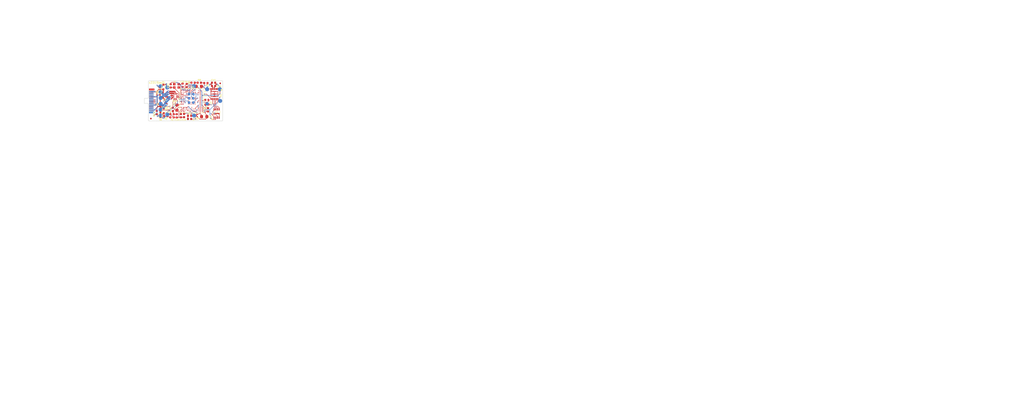
<source format=kicad_pcb>
(kicad_pcb (version 20171130) (host pcbnew 5.1.9-73d0e3b20d~88~ubuntu20.04.1)

  (general
    (thickness 0.8)
    (drawings 42)
    (tracks 850)
    (zones 0)
    (modules 41)
    (nets 99)
  )

  (page A4)
  (layers
    (0 F.Cu signal)
    (1 In1.Cu signal hide)
    (2 In2.Cu signal hide)
    (31 B.Cu signal)
    (32 B.Adhes user hide)
    (33 F.Adhes user hide)
    (34 B.Paste user hide)
    (35 F.Paste user hide)
    (36 B.SilkS user hide)
    (37 F.SilkS user hide)
    (38 B.Mask user hide)
    (39 F.Mask user hide)
    (41 Cmts.User user hide)
    (42 Eco1.User user hide)
    (43 Eco2.User user)
    (44 Edge.Cuts user)
    (45 Margin user hide)
    (46 B.CrtYd user hide)
    (47 F.CrtYd user hide)
    (48 B.Fab user hide)
    (49 F.Fab user hide)
  )

  (setup
    (last_trace_width 0.127)
    (user_trace_width 0.127)
    (user_trace_width 0.1524)
    (user_trace_width 0.2)
    (user_trace_width 0.25)
    (user_trace_width 0.4)
    (user_trace_width 0.432)
    (trace_clearance 0.127)
    (zone_clearance 0)
    (zone_45_only no)
    (trace_min 0.05)
    (via_size 0.35)
    (via_drill 0.2)
    (via_min_size 0.35)
    (via_min_drill 0.2)
    (user_via 0.35 0.2)
    (user_via 0.45 0.3)
    (uvia_size 0.35)
    (uvia_drill 0.2)
    (uvias_allowed no)
    (uvia_min_size 0.2)
    (uvia_min_drill 0.1)
    (edge_width 0.15)
    (segment_width 0.15)
    (pcb_text_width 0.3)
    (pcb_text_size 1.5 1.5)
    (mod_edge_width 0.12)
    (mod_text_size 1 1)
    (mod_text_width 0.15)
    (pad_size 1.2 1.2)
    (pad_drill 0)
    (pad_to_mask_clearance 0.04)
    (solder_mask_min_width 0.1)
    (aux_axis_origin 0 0)
    (grid_origin 136.64 61.08)
    (visible_elements 7FFFFFFF)
    (pcbplotparams
      (layerselection 0x018fc_ffffffff)
      (usegerberextensions false)
      (usegerberattributes false)
      (usegerberadvancedattributes false)
      (creategerberjobfile false)
      (excludeedgelayer true)
      (linewidth 0.100000)
      (plotframeref false)
      (viasonmask false)
      (mode 1)
      (useauxorigin false)
      (hpglpennumber 1)
      (hpglpenspeed 20)
      (hpglpendiameter 15.000000)
      (psnegative false)
      (psa4output false)
      (plotreference true)
      (plotvalue true)
      (plotinvisibletext false)
      (padsonsilk false)
      (subtractmaskfromsilk false)
      (outputformat 1)
      (mirror false)
      (drillshape 0)
      (scaleselection 1)
      (outputdirectory "gerbers"))
  )

  (net 0 "")
  (net 1 "Net-(U1-PadE1)")
  (net 2 "Net-(U1-PadE9)")
  (net 3 "Net-(U1-PadF8)")
  (net 4 "Net-(U1-PadF9)")
  (net 5 "Net-(U1-PadG3)")
  (net 6 "Net-(U1-PadG5)")
  (net 7 "Net-(U1-PadH5)")
  (net 8 "Net-(U1-PadH8)")
  (net 9 "Net-(U1-PadJ5)")
  (net 10 "Net-(U1-PadJ8)")
  (net 11 "Net-(U1-PadJ9)")
  (net 12 +3V3)
  (net 13 GNDREF)
  (net 14 "Net-(U1-PadM2)")
  (net 15 "Net-(U1-PadF5)")
  (net 16 "Net-(U1-PadM5)")
  (net 17 "Net-(U1-PadF6)")
  (net 18 "Net-(U1-PadG6)")
  (net 19 "Net-(U1-PadE8)")
  (net 20 "Net-(U1-PadG8)")
  (net 21 "Net-(U1-PadM8)")
  (net 22 "Net-(U1-PadG9)")
  (net 23 "Net-(U1-PadG11)")
  (net 24 "Net-(U1-PadF12)")
  (net 25 "Net-(U1-PadG12)")
  (net 26 /solo/Sheet5DDC9C58/SWCLK)
  (net 27 /solo/Sheet5DDC9C58/SWDIO)
  (net 28 /solo/Sheet5DDC9C58/SWO)
  (net 29 /solo/nRESET)
  (net 30 /solo/Sheet5DDC9C58/G)
  (net 31 /solo/Sheet5DDC9C58/B)
  (net 32 /solo/Sheet5DDC9C58/R)
  (net 33 /solo/Sheet5DDC9C58/SPI_SS)
  (net 34 /solo/Sheet5DDC9C58/SPI_MOSI)
  (net 35 /solo/Sheet5DDC9C58/SPI_MISO)
  (net 36 /solo/Sheet5DDC9C58/SPI_CLK)
  (net 37 /5V)
  (net 38 /SEL)
  (net 39 /TOP_5V)
  (net 40 /TOP_D+)
  (net 41 /TOP_GND)
  (net 42 /BOT_D+)
  (net 43 /TOP_D-)
  (net 44 /BOT_D-)
  (net 45 "Net-(U1-PadG13)")
  (net 46 "Net-(U1-PadE13)")
  (net 47 /solo/Sheet5DDC9C58/SENSE1)
  (net 48 /solo/Sheet5DDC9C58/CHARGE1)
  (net 49 /solo/Sheet5DDC9C58/SENSE2)
  (net 50 /solo/Sheet5DDC9C58/SENSE3)
  (net 51 "Net-(D5-Pad2)")
  (net 52 "Net-(D6-Pad1)")
  (net 53 "Net-(L1-Pad4)")
  (net 54 /NFC+)
  (net 55 /NFC-)
  (net 56 /CAP1)
  (net 57 /CAP2)
  (net 58 /CAP3)
  (net 59 "Net-(U1-PadE5)")
  (net 60 "Net-(C13-Pad1)")
  (net 61 "Net-(L2-Pad1)")
  (net 62 /solo/FLASH_CS)
  (net 63 /solo/FLASH_POWER)
  (net 64 /solo/Sheet5DDC9C58/NFC_GPIO)
  (net 65 "Net-(U1-PadL7)")
  (net 66 "Net-(U1-PadH9)")
  (net 67 "Net-(U1-PadL13)")
  (net 68 "Net-(U1-PadJ7)")
  (net 69 "Net-(U1-PadC13)")
  (net 70 "Net-(U1-PadE7)")
  (net 71 "Net-(U1-PadL12)")
  (net 72 "Net-(C20-Pad2)")
  (net 73 "Net-(C21-Pad2)")
  (net 74 "Net-(U1-PadA1)")
  (net 75 "Net-(U1-PadA2)")
  (net 76 "Net-(U1-PadH6)")
  (net 77 "Net-(U1-PadH12)")
  (net 78 "Net-(U1-PadC1)")
  (net 79 "Net-(U1-PadJ2)")
  (net 80 "Net-(Z2-Pad3)")
  (net 81 "Net-(P1-PadA11)")
  (net 82 "Net-(P1-PadA10)")
  (net 83 "Net-(P1-PadA8)")
  (net 84 /D-)
  (net 85 /D+)
  (net 86 "Net-(P1-PadA5)")
  (net 87 "Net-(P1-PadA3)")
  (net 88 "Net-(P1-PadA2)")
  (net 89 "Net-(P1-PadB2)")
  (net 90 "Net-(P1-PadB3)")
  (net 91 "Net-(P1-PadB5)")
  (net 92 "Net-(P1-PadB11)")
  (net 93 "Net-(P1-PadB10)")
  (net 94 "Net-(P1-PadB8)")
  (net 95 "Net-(U1-PadA8)")
  (net 96 "Net-(U1-PadA6)")
  (net 97 "Net-(U1-PadN2)")
  (net 98 "Net-(U1-PadJ12)")

  (net_class Default "This is the default net class."
    (clearance 0.127)
    (trace_width 0.127)
    (via_dia 0.35)
    (via_drill 0.2)
    (uvia_dia 0.35)
    (uvia_drill 0.2)
    (diff_pair_width 0.432)
    (diff_pair_gap 0.127)
    (add_net +3V3)
    (add_net /5V)
    (add_net /BOT_D+)
    (add_net /BOT_D-)
    (add_net /CAP1)
    (add_net /CAP2)
    (add_net /CAP3)
    (add_net /D+)
    (add_net /D-)
    (add_net /NFC+)
    (add_net /NFC-)
    (add_net /SEL)
    (add_net /TOP_5V)
    (add_net /TOP_D+)
    (add_net /TOP_D-)
    (add_net /TOP_GND)
    (add_net /solo/FLASH_CS)
    (add_net /solo/FLASH_POWER)
    (add_net /solo/Sheet5DDC9C58/B)
    (add_net /solo/Sheet5DDC9C58/CHARGE1)
    (add_net /solo/Sheet5DDC9C58/G)
    (add_net /solo/Sheet5DDC9C58/NFC_GPIO)
    (add_net /solo/Sheet5DDC9C58/R)
    (add_net /solo/Sheet5DDC9C58/SENSE1)
    (add_net /solo/Sheet5DDC9C58/SENSE2)
    (add_net /solo/Sheet5DDC9C58/SENSE3)
    (add_net /solo/Sheet5DDC9C58/SPI_CLK)
    (add_net /solo/Sheet5DDC9C58/SPI_MISO)
    (add_net /solo/Sheet5DDC9C58/SPI_MOSI)
    (add_net /solo/Sheet5DDC9C58/SPI_SS)
    (add_net /solo/Sheet5DDC9C58/SWCLK)
    (add_net /solo/Sheet5DDC9C58/SWDIO)
    (add_net /solo/Sheet5DDC9C58/SWO)
    (add_net /solo/nRESET)
    (add_net GNDREF)
    (add_net "Net-(C13-Pad1)")
    (add_net "Net-(C20-Pad2)")
    (add_net "Net-(C21-Pad2)")
    (add_net "Net-(D5-Pad2)")
    (add_net "Net-(D6-Pad1)")
    (add_net "Net-(L1-Pad4)")
    (add_net "Net-(L2-Pad1)")
    (add_net "Net-(P1-PadA10)")
    (add_net "Net-(P1-PadA11)")
    (add_net "Net-(P1-PadA2)")
    (add_net "Net-(P1-PadA3)")
    (add_net "Net-(P1-PadA5)")
    (add_net "Net-(P1-PadA8)")
    (add_net "Net-(P1-PadB10)")
    (add_net "Net-(P1-PadB11)")
    (add_net "Net-(P1-PadB2)")
    (add_net "Net-(P1-PadB3)")
    (add_net "Net-(P1-PadB5)")
    (add_net "Net-(P1-PadB8)")
    (add_net "Net-(U1-PadA1)")
    (add_net "Net-(U1-PadA2)")
    (add_net "Net-(U1-PadA6)")
    (add_net "Net-(U1-PadA8)")
    (add_net "Net-(U1-PadC1)")
    (add_net "Net-(U1-PadC13)")
    (add_net "Net-(U1-PadE1)")
    (add_net "Net-(U1-PadE13)")
    (add_net "Net-(U1-PadE5)")
    (add_net "Net-(U1-PadE7)")
    (add_net "Net-(U1-PadE8)")
    (add_net "Net-(U1-PadE9)")
    (add_net "Net-(U1-PadF12)")
    (add_net "Net-(U1-PadF5)")
    (add_net "Net-(U1-PadF6)")
    (add_net "Net-(U1-PadF8)")
    (add_net "Net-(U1-PadF9)")
    (add_net "Net-(U1-PadG11)")
    (add_net "Net-(U1-PadG12)")
    (add_net "Net-(U1-PadG13)")
    (add_net "Net-(U1-PadG3)")
    (add_net "Net-(U1-PadG5)")
    (add_net "Net-(U1-PadG6)")
    (add_net "Net-(U1-PadG8)")
    (add_net "Net-(U1-PadG9)")
    (add_net "Net-(U1-PadH12)")
    (add_net "Net-(U1-PadH5)")
    (add_net "Net-(U1-PadH6)")
    (add_net "Net-(U1-PadH8)")
    (add_net "Net-(U1-PadH9)")
    (add_net "Net-(U1-PadJ12)")
    (add_net "Net-(U1-PadJ2)")
    (add_net "Net-(U1-PadJ5)")
    (add_net "Net-(U1-PadJ7)")
    (add_net "Net-(U1-PadJ8)")
    (add_net "Net-(U1-PadJ9)")
    (add_net "Net-(U1-PadL12)")
    (add_net "Net-(U1-PadL13)")
    (add_net "Net-(U1-PadL7)")
    (add_net "Net-(U1-PadM2)")
    (add_net "Net-(U1-PadM5)")
    (add_net "Net-(U1-PadM8)")
    (add_net "Net-(U1-PadN2)")
    (add_net "Net-(Z2-Pad3)")
  )

  (module solo:top-A (layer F.Cu) (tedit 5FAEA2B2) (tstamp 5FAEB187)
    (at 122.298672 58.49726)
    (descr "place at (-14.8, 41.375)")
    (path /5E5B2430)
    (fp_text reference TOP1 (at -19.75 -91.17) (layer F.Fab)
      (effects (font (size 1 1) (thickness 0.01)))
    )
    (fp_text value TOP_A (at -15.72 -96.85) (layer F.Fab)
      (effects (font (size 1 1) (thickness 0.01)))
    )
    (pad 1 smd circle (at 1.95 -4) (size 1.2 1.2) (layers B.Cu B.Paste B.Mask)
      (net 41 /TOP_GND) (solder_paste_margin_ratio -0.16665))
    (pad 2 smd circle (at -0.05 -4.375) (size 1.2 1.2) (layers B.Cu B.Paste B.Mask)
      (net 51 "Net-(D5-Pad2)") (solder_paste_margin_ratio -0.16665))
    (pad 3 smd circle (at -0.05 -2.625) (size 1.2 1.2) (layers B.Cu B.Paste B.Mask)
      (net 44 /BOT_D-) (solder_paste_margin_ratio -0.16665))
    (pad 4 smd circle (at -0.05 -0.875) (size 1.2 1.2) (layers B.Cu B.Paste B.Mask)
      (net 42 /BOT_D+) (solder_paste_margin_ratio -0.16665))
    (pad 5 smd circle (at -0.05 0.875) (size 1.2 1.2) (layers B.Cu B.Paste B.Mask)
      (net 40 /TOP_D+) (solder_paste_margin_ratio -0.16665))
    (pad 6 smd circle (at -0.05 2.625) (size 1.2 1.2) (layers B.Cu B.Paste B.Mask)
      (net 43 /TOP_D-) (solder_paste_margin_ratio -0.16665))
    (pad 7 smd circle (at -0.05 4.375) (size 1.2 1.2) (layers B.Cu B.Paste B.Mask)
      (net 39 /TOP_5V) (solder_paste_margin_ratio -0.16665))
    (pad 8 smd circle (at 1.95 4) (size 1.2 1.2) (layers B.Cu B.Paste B.Mask)
      (net 52 "Net-(D6-Pad1)") (solder_paste_margin_ratio -0.16665))
    (pad 9 smd circle (at 9.95 -4.4) (size 1.2 1.2) (layers B.Cu B.Paste B.Mask)
      (net 56 /CAP1) (solder_paste_margin_ratio -0.04166))
    (pad 10 smd circle (at 9.95 4.4) (size 1.2 1.2) (layers B.Cu B.Paste B.Mask)
      (net 57 /CAP2) (solder_paste_margin_ratio -0.09166600000000001))
    (pad 11 smd circle (at 17.75 0) (size 1.2 1.2) (layers B.Cu B.Paste B.Mask)
      (net 58 /CAP3) (solder_paste_margin_ratio -0.09166600000000001))
    (pad 12 smd circle (at 13.85 -3.475) (size 1.2 1.2) (layers B.Cu B.Paste B.Mask)
      (net 54 /NFC+) (solder_paste_margin_ratio -0.07000000000000001))
    (pad 13 smd circle (at 17.65 -3.475) (size 1.2 1.2) (layers B.Cu B.Paste B.Mask)
      (net 55 /NFC-) (solder_paste_margin_ratio -0.07000000000000001))
  )

  (module solo:USB-C_WURTH (layer F.Cu) (tedit 5E5579C9) (tstamp 5E654261)
    (at 118.64 58.445 270)
    (path /5E656DF2)
    (fp_text reference P1 (at -84.965 55.8 90) (layer F.SilkS) hide
      (effects (font (size 1 1) (thickness 0.15)))
    )
    (fp_text value USB_C_Plug (at 91.505 13.85 90) (layer F.Fab)
      (effects (font (size 1 1) (thickness 0.15)))
    )
    (fp_line (start 0.05508 0.036108) (end 0.05508 -3.529767) (layer Eco1.User) (width 0.1))
    (fp_line (start -4.19492 -0.143892) (end 4.30508 -0.143892) (layer Eco1.User) (width 0.1))
    (fp_line (start -4.19492 0.036108) (end 4.30508 0.036108) (layer Eco1.User) (width 0.1))
    (fp_line (start 0.05508 -3) (end 0.05508 2.699999) (layer Eco1.User) (width 0.1))
    (pad A12 smd rect (at -2.695 -0.825 270) (size 0.3 1.35) (layers F.Cu F.Paste F.Mask)
      (net 13 GNDREF))
    (pad A11 smd rect (at -2.195 -0.825 270) (size 0.3 1.35) (layers F.Cu F.Paste F.Mask)
      (net 81 "Net-(P1-PadA11)"))
    (pad A10 smd rect (at -1.695 -0.825 270) (size 0.3 1.35) (layers F.Cu F.Paste F.Mask)
      (net 82 "Net-(P1-PadA10)"))
    (pad A9 smd rect (at -1.195 -0.825 270) (size 0.3 1.35) (layers F.Cu F.Paste F.Mask)
      (net 37 /5V))
    (pad A8 smd rect (at -0.695 -0.825 270) (size 0.3 1.35) (layers F.Cu F.Paste F.Mask)
      (net 83 "Net-(P1-PadA8)"))
    (pad A7 smd rect (at -0.195 -0.825 270) (size 0.3 1.35) (layers F.Cu F.Paste F.Mask)
      (net 84 /D-))
    (pad A6 smd rect (at 0.305 -0.825 270) (size 0.3 1.35) (layers F.Cu F.Paste F.Mask)
      (net 85 /D+))
    (pad A5 smd rect (at 0.805 -0.825 270) (size 0.3 1.35) (layers F.Cu F.Paste F.Mask)
      (net 86 "Net-(P1-PadA5)"))
    (pad A4 smd rect (at 1.305 -0.825 270) (size 0.3 1.35) (layers F.Cu F.Paste F.Mask)
      (net 37 /5V))
    (pad A3 smd rect (at 1.805 -0.825 270) (size 0.3 1.35) (layers F.Cu F.Paste F.Mask)
      (net 87 "Net-(P1-PadA3)"))
    (pad A2 smd rect (at 2.305 -0.825 270) (size 0.3 1.35) (layers F.Cu F.Paste F.Mask)
      (net 88 "Net-(P1-PadA2)"))
    (pad A1 smd rect (at 2.805 -0.825 270) (size 0.3 1.35) (layers F.Cu F.Paste F.Mask)
      (net 13 GNDREF))
    (pad NC smd rect (at -3.355 -0.945 270) (size 0.6 1.6) (layers F.Cu F.Paste F.Mask))
    (pad NC smd rect (at 3.465 -0.945 90) (size 0.6 1.6) (layers B.Cu B.Paste B.Mask))
    (pad B1 smd rect (at -2.695 -0.825 90) (size 0.3 1.35) (layers B.Cu B.Paste B.Mask)
      (net 13 GNDREF))
    (pad B2 smd rect (at -2.195 -0.825 90) (size 0.3 1.35) (layers B.Cu B.Paste B.Mask)
      (net 89 "Net-(P1-PadB2)"))
    (pad B3 smd rect (at -1.695 -0.825 90) (size 0.3 1.35) (layers B.Cu B.Paste B.Mask)
      (net 90 "Net-(P1-PadB3)"))
    (pad B4 smd rect (at -1.195 -0.825 90) (size 0.3 1.35) (layers B.Cu B.Paste B.Mask)
      (net 37 /5V))
    (pad B5 smd rect (at -0.695 -0.825 90) (size 0.3 1.35) (layers B.Cu B.Paste B.Mask)
      (net 91 "Net-(P1-PadB5)"))
    (pad B6 smd rect (at -0.195 -0.825 90) (size 0.3 1.35) (layers B.Cu B.Paste B.Mask))
    (pad B11 smd rect (at 2.305 -0.825 90) (size 0.3 1.35) (layers B.Cu B.Paste B.Mask)
      (net 92 "Net-(P1-PadB11)"))
    (pad B10 smd rect (at 1.805 -0.825 90) (size 0.3 1.35) (layers B.Cu B.Paste B.Mask)
      (net 93 "Net-(P1-PadB10)"))
    (pad B9 smd rect (at 1.305 -0.825 90) (size 0.3 1.35) (layers B.Cu B.Paste B.Mask)
      (net 37 /5V))
    (pad B7 smd rect (at 0.305 -0.825 90) (size 0.3 1.35) (layers B.Cu B.Paste B.Mask))
    (pad B8 smd rect (at 0.805 -0.825 90) (size 0.3 1.35) (layers B.Cu B.Paste B.Mask)
      (net 94 "Net-(P1-PadB8)"))
    (pad B12 smd rect (at 2.805 -0.825 90) (size 0.3 1.35) (layers B.Cu B.Paste B.Mask)
      (net 13 GNDREF))
    (model 3d/wurth_632712000112_usb-c.step
      (offset (xyz 0.07000000000000001 -10.3 -0.47))
      (scale (xyz 1 1 1))
      (rotate (xyz -90 0 0))
    )
  )

  (module solo:MLPD3X3 (layer F.Cu) (tedit 5FAE9959) (tstamp 5E702DD6)
    (at 139.34 54.94 270)
    (path /5DDFB633/5E7A565A)
    (fp_text reference N1 (at 1.92 -0.91 90) (layer F.SilkS)
      (effects (font (size 0.5 0.5) (thickness 0.125)))
    )
    (fp_text value FM11NC08 (at 80.205 -35.825 90) (layer F.Fab)
      (effects (font (size 1 1) (thickness 0.15)))
    )
    (fp_poly (pts (xy 1.425 0.025) (xy 0.65 0.025) (xy 0.65 -0.125) (xy 1.425 -0.125)) (layer F.Paste) (width 0.01))
    (fp_poly (pts (xy 2.35 0.025) (xy 1.575 0.025) (xy 1.575 -0.125) (xy 2.35 -0.125)) (layer F.Paste) (width 0.01))
    (fp_poly (pts (xy 1.425 2.125) (xy 0.65 2.125) (xy 0.65 1.975) (xy 1.425 1.975)) (layer F.Paste) (width 0.01))
    (fp_poly (pts (xy 2.35 2.125) (xy 1.575 2.125) (xy 1.575 1.975) (xy 2.35 1.975)) (layer F.Paste) (width 0.01))
    (fp_poly (pts (xy 1.575 0.1) (xy 1.575 0.875) (xy 1.425 0.875) (xy 1.425 0.1)) (layer F.Paste) (width 0.01))
    (fp_poly (pts (xy 1.575 1.1) (xy 1.575 1.875) (xy 1.425 1.875) (xy 1.425 1.1)) (layer F.Paste) (width 0.01))
    (fp_poly (pts (xy 2.325 1.075) (xy 2.325 1.85) (xy 2.175 1.85) (xy 2.175 1.075)) (layer F.Paste) (width 0.01))
    (fp_poly (pts (xy 2.325 0.15) (xy 2.325 0.925) (xy 2.175 0.925) (xy 2.175 0.15)) (layer F.Paste) (width 0.01))
    (fp_poly (pts (xy 0.825 1.075) (xy 0.825 1.85) (xy 0.675 1.85) (xy 0.675 1.075)) (layer F.Paste) (width 0.01))
    (fp_poly (pts (xy 0.825 0.15) (xy 0.825 0.925) (xy 0.675 0.925) (xy 0.675 0.15)) (layer F.Paste) (width 0.01))
    (fp_poly (pts (xy 1.3 1.075) (xy 0.95 1.075) (xy 0.95 0.925) (xy 1.3 0.925)) (layer F.Paste) (width 0.01))
    (fp_poly (pts (xy 2.075 1.075) (xy 1.725 1.075) (xy 1.725 0.925) (xy 2.075 0.925)) (layer F.Paste) (width 0.01))
    (fp_text user · (at 0.275 -0.95 90) (layer F.SilkS)
      (effects (font (size 2 2) (thickness 0.3)))
    )
    (pad EXP smd rect (at 1.5 1.25 90) (size 0.15 1.7) (layers F.Cu F.Mask)
      (net 13 GNDREF) (solder_mask_margin 0.01))
    (pad EXP smd rect (at 1.5 0.75 90) (size 0.15 1.7) (layers F.Cu F.Mask)
      (net 13 GNDREF) (solder_mask_margin 0.01))
    (pad EXP smd rect (at 2.25 1.25 90) (size 0.15 1.7) (layers F.Cu F.Mask)
      (net 13 GNDREF) (solder_mask_margin 0.01))
    (pad EXP smd rect (at 2.25 0.75 90) (size 0.15 1.7) (layers F.Cu F.Mask)
      (net 13 GNDREF) (solder_mask_margin 0.01))
    (pad EXP smd rect (at 0.75 1.25 90) (size 0.15 1.7) (layers F.Cu F.Mask)
      (net 13 GNDREF) (solder_mask_margin 0.01))
    (pad EXP smd rect (at 0.75 0.75 90) (size 0.15 1.7) (layers F.Cu F.Mask)
      (net 13 GNDREF) (solder_mask_margin 0.01))
    (pad EXP smd rect (at 1.5 -0.05) (size 0.15 1.7) (layers F.Cu F.Mask)
      (net 13 GNDREF) (solder_mask_margin 0.01))
    (pad EXP smd rect (at 1.5 1) (size 0.15 1.7) (layers F.Cu F.Mask)
      (net 13 GNDREF) (solder_mask_margin 0.01))
    (pad EXP smd rect (at 1.5 1.3 270) (size 0.2 0.2) (layers F.Cu F.Mask)
      (net 13 GNDREF) (solder_mask_margin 0.8))
    (pad EXP smd rect (at 1.5 2.05) (size 0.15 1.7) (layers F.Cu F.Mask)
      (net 13 GNDREF) (solder_mask_margin 0.01))
    (pad EXP smd rect (at 1.5 0.7) (size 0.2 0.2) (layers F.Cu F.Mask)
      (net 13 GNDREF) (solder_mask_margin 0.8))
    (pad 10 smd rect (at 3 0 270) (size 0.6 0.35) (layers F.Cu F.Paste F.Mask)
      (net 64 /solo/Sheet5DDC9C58/NFC_GPIO))
    (pad 9 smd rect (at 3 0.5 270) (size 0.6 0.35) (layers F.Cu F.Paste F.Mask)
      (net 35 /solo/Sheet5DDC9C58/SPI_MISO))
    (pad 8 smd rect (at 3 1 270) (size 0.6 0.35) (layers F.Cu F.Paste F.Mask)
      (net 34 /solo/Sheet5DDC9C58/SPI_MOSI))
    (pad 7 smd rect (at 3 1.5 270) (size 0.6 0.35) (layers F.Cu F.Paste F.Mask)
      (net 36 /solo/Sheet5DDC9C58/SPI_CLK))
    (pad 6 smd rect (at 3 2 270) (size 0.6 0.35) (layers F.Cu F.Paste F.Mask)
      (net 33 /solo/Sheet5DDC9C58/SPI_SS))
    (pad 5 smd rect (at 0 2 270) (size 0.6 0.35) (layers F.Cu F.Paste F.Mask)
      (net 13 GNDREF))
    (pad 4 smd rect (at 0 1.5 270) (size 0.6 0.35) (layers F.Cu F.Paste F.Mask)
      (net 54 /NFC+))
    (pad 3 smd rect (at 0 1 270) (size 0.6 0.35) (layers F.Cu F.Paste F.Mask)
      (net 55 /NFC-))
    (pad 2 smd rect (at 0 0.5 270) (size 0.6 0.35) (layers F.Cu F.Paste F.Mask)
      (net 12 +3V3))
    (pad 1 smd rect (at 0 0 270) (size 0.6 0.35) (layers F.Cu F.Paste F.Mask)
      (net 12 +3V3))
    (model 3d/MLPD3x3.step
      (offset (xyz 0 0.5 0))
      (scale (xyz 1 1 1))
      (rotate (xyz 0 0 90))
    )
  )

  (module solo:FSUSB42 (layer F.Cu) (tedit 5F9AA35B) (tstamp 5E42EF79)
    (at 126.63 57.15 180)
    (path /5DFAAB25)
    (attr smd)
    (fp_text reference SW1 (at 0.07 -1.46) (layer F.SilkS)
      (effects (font (size 0.5 0.5) (thickness 0.125)))
    )
    (fp_text value FSUSB42 (at -9.56 -89.15) (layer F.SilkS) hide
      (effects (font (size 0.5 0.5) (thickness 0.125)))
    )
    (fp_line (start -0.7 0.9) (end -0.67 0.9) (layer F.Fab) (width 0.1))
    (fp_line (start 0.67 0.9) (end 0.7 0.9) (layer F.Fab) (width 0.1))
    (fp_line (start 0.7 0.9) (end 0.7 0.47) (layer F.Fab) (width 0.1))
    (fp_line (start 0.7 -0.47) (end 0.7 -0.9) (layer F.Fab) (width 0.1))
    (fp_line (start 0.7 -0.9) (end 0.67 -0.9) (layer F.Fab) (width 0.1))
    (fp_line (start -0.67 -0.9) (end -0.7 -0.9) (layer F.Fab) (width 0.1))
    (fp_line (start -0.7 -0.9) (end -0.7 -0.47) (layer F.Fab) (width 0.1))
    (fp_line (start -0.7 0.47) (end -0.7 0.9) (layer F.Fab) (width 0.1))
    (fp_text user · (at -1 -0.6) (layer F.SilkS)
      (effects (font (size 1 1) (thickness 0.25)))
    )
    (pad 1 smd rect (at -0.5185 -0.2) (size 0.663 0.225) (layers F.Cu F.Paste F.Mask)
      (net 85 /D+) (solder_mask_margin 0.035))
    (pad 2 smd rect (at -0.5685 0.2) (size 0.563 0.225) (layers F.Cu F.Paste F.Mask)
      (net 84 /D-) (solder_mask_margin 0.035))
    (pad 6 smd rect (at 0.5685 0.2) (size 0.563 0.225) (layers F.Cu F.Paste F.Mask)
      (net 43 /TOP_D-) (solder_mask_margin 0.035))
    (pad 7 smd rect (at 0.5685 -0.2) (size 0.563 0.225) (layers F.Cu F.Paste F.Mask)
      (net 40 /TOP_D+) (solder_mask_margin 0.035))
    (pad 5 smd rect (at 0.4 0.7685 270) (size 0.563 0.225) (layers F.Cu F.Paste F.Mask)
      (net 42 /BOT_D+) (solder_mask_margin 0.035))
    (pad 4 smd rect (at 0 0.7685 270) (size 0.563 0.225) (layers F.Cu F.Paste F.Mask)
      (net 44 /BOT_D-) (solder_mask_margin 0.035))
    (pad 3 smd rect (at -0.4 0.7685 270) (size 0.563 0.225) (layers F.Cu F.Paste F.Mask)
      (net 13 GNDREF) (solder_mask_margin 0.035))
    (pad 8 smd rect (at 0.4 -0.7685 270) (size 0.563 0.225) (layers F.Cu F.Paste F.Mask)
      (net 13 GNDREF) (solder_mask_margin 0.035))
    (pad 9 smd rect (at 0 -0.7685 270) (size 0.563 0.225) (layers F.Cu F.Paste F.Mask)
      (net 37 /5V) (solder_mask_margin 0.035))
    (pad 10 smd rect (at -0.4 -0.7685 270) (size 0.563 0.225) (layers F.Cu F.Paste F.Mask)
      (net 38 /SEL) (solder_mask_margin 0.035))
    (model 3d/FSUSB42.step
      (offset (xyz -0.68 -0.91 0))
      (scale (xyz 1 1 1))
      (rotate (xyz 0 0 0))
    )
  )

  (module TestPoint:TestPoint_Pad_D1.0mm (layer B.Cu) (tedit 5F864C26) (tstamp 5F865812)
    (at 136.14 59.33)
    (descr "SMD pad as test Point, diameter 1.0mm")
    (tags "test point SMD pad")
    (path /5DDFB633/5F885488)
    (attr virtual)
    (fp_text reference TP1 (at 26 191.5) (layer B.SilkS) hide
      (effects (font (size 1 1) (thickness 0.15)) (justify mirror))
    )
    (fp_text value TestPoint (at 35.5 85.25) (layer B.Fab) hide
      (effects (font (size 1 1) (thickness 0.15)) (justify mirror))
    )
    (fp_text user %R (at 4.75 89) (layer B.Fab)
      (effects (font (size 1 1) (thickness 0.15)) (justify mirror))
    )
    (pad 1 smd circle (at 0 0) (size 1 1) (layers B.Cu B.Mask)
      (net 53 "Net-(L1-Pad4)"))
  )

  (module Fiducial:Fiducial_0.5mm_Mask1mm (layer F.Cu) (tedit 5C18CB26) (tstamp 5EA1AD7F)
    (at 119.34 63.78)
    (descr "Circular Fiducial, 0.5mm bare copper, 1mm soldermask opening (Level C)")
    (tags fiducial)
    (attr smd)
    (fp_text reference ABOTTOM_LEFT (at 130.48 -35.89) (layer F.SilkS) hide
      (effects (font (size 1 1) (thickness 0.15)))
    )
    (fp_text value Fiducial_0.5mm_Mask1mm (at 109.17 -67.05) (layer F.Fab)
      (effects (font (size 1 1) (thickness 0.15)))
    )
    (fp_circle (center 0 0) (end 0.75 0) (layer F.CrtYd) (width 0.05))
    (fp_circle (center 0 0) (end 0.5 0) (layer F.Fab) (width 0.1))
    (fp_text user %R (at -44 29.03) (layer F.Fab)
      (effects (font (size 0.2 0.2) (thickness 0.04)))
    )
    (pad "" smd circle (at 0 0) (size 0.5 0.5) (layers F.Cu F.Mask)
      (solder_mask_margin 0.25) (clearance 0.25))
  )

  (module Fiducial:Fiducial_0.5mm_Mask1mm (layer F.Cu) (tedit 5C18CB26) (tstamp 5EA1ACFB)
    (at 140.05 53.25)
    (descr "Circular Fiducial, 0.5mm bare copper, 1mm soldermask opening (Level C)")
    (tags fiducial)
    (attr smd)
    (fp_text reference ATOP_RIGHT (at 130.48 -35.89) (layer F.SilkS) hide
      (effects (font (size 1 1) (thickness 0.15)))
    )
    (fp_text value Fiducial_0.5mm_Mask1mm (at 109.17 -67.05) (layer F.Fab)
      (effects (font (size 1 1) (thickness 0.15)))
    )
    (fp_circle (center 0 0) (end 0.5 0) (layer F.Fab) (width 0.1))
    (fp_circle (center 0 0) (end 0.75 0) (layer F.CrtYd) (width 0.05))
    (fp_text user %R (at 0 0) (layer F.Fab)
      (effects (font (size 0.2 0.2) (thickness 0.04)))
    )
    (pad "" smd circle (at 0 0) (size 0.5 0.5) (layers F.Cu F.Mask)
      (solder_mask_margin 0.25) (clearance 0.25))
  )

  (module solo:RGB_LED_606 (layer F.Cu) (tedit 5E9DF5A1) (tstamp 5E9DD972)
    (at 136.08 58.89 270)
    (descr "Precision Thin Film Chip Resistor Array, VISHAY (see http://www.vishay.com/docs/28770/acasat.pdf)")
    (tags "resistor array")
    (path /5DDFB633/5DEA821A)
    (attr smd)
    (fp_text reference L1 (at 0.2 -1.29 90) (layer F.SilkS)
      (effects (font (size 0.5 0.5) (thickness 0.125)))
    )
    (fp_text value LED_RGBA (at 28.025 -67.7 270) (layer F.Fab) hide
      (effects (font (size 1 1) (thickness 0.15)))
    )
    (fp_line (start 1.1 0.9) (end -1.1 0.9) (layer F.CrtYd) (width 0.05))
    (fp_line (start 1.1 0.9) (end 1.1 -0.9) (layer F.CrtYd) (width 0.05))
    (fp_line (start -1.1 -0.9) (end -1.1 0.9) (layer F.CrtYd) (width 0.05))
    (fp_line (start -1.1 -0.9) (end 1.1 -0.9) (layer F.CrtYd) (width 0.05))
    (fp_line (start 0.5 -0.9) (end -0.5 -0.9) (layer F.SilkS) (width 0.12))
    (fp_line (start 0.5 0.9) (end -0.5 0.9) (layer F.SilkS) (width 0.12))
    (fp_line (start -0.8 0.8) (end -0.8 -0.8) (layer F.Fab) (width 0.1))
    (fp_line (start 0.8 0.775) (end -0.8 0.775) (layer F.Fab) (width 0.1))
    (fp_line (start 0.8 -0.8) (end 0.8 0.8) (layer F.Fab) (width 0.1))
    (fp_line (start -0.8 -0.8) (end 0.8 -0.8) (layer F.Fab) (width 0.1))
    (fp_text user · (at 1.225 0.05 270) (layer F.SilkS)
      (effects (font (size 1 1) (thickness 0.25)))
    )
    (fp_text user %R (at -29.55 -51.1 270) (layer F.Fab)
      (effects (font (size 1 1) (thickness 0.15)))
    )
    (pad 2 smd rect (at -0.7 -0.47 270) (size 0.6 0.55) (layers F.Cu F.Paste F.Mask)
      (net 30 /solo/Sheet5DDC9C58/G))
    (pad 1 smd rect (at -0.7 0.45 270) (size 0.6 0.55) (layers F.Cu F.Paste F.Mask)
      (net 32 /solo/Sheet5DDC9C58/R))
    (pad 4 smd rect (at 0.7 0.45 270) (size 0.6 0.55) (layers F.Cu F.Paste F.Mask)
      (net 53 "Net-(L1-Pad4)"))
    (pad 3 smd rect (at 0.7 -0.47 270) (size 0.6 0.55) (layers F.Cu F.Paste F.Mask)
      (net 31 /solo/Sheet5DDC9C58/B))
    (model 3d/EAST1616RGBB4.step
      (offset (xyz -0.8 -0.75 0))
      (scale (xyz 1 1 1))
      (rotate (xyz 0 0 0))
    )
  )

  (module Capacitor_SMD:C_0402_1005Metric (layer F.Cu) (tedit 5B301BBE) (tstamp 5E9EF363)
    (at 125.25 54 270)
    (descr "Capacitor SMD 0402 (1005 Metric), square (rectangular) end terminal, IPC_7351 nominal, (Body size source: http://www.tortai-tech.com/upload/download/2011102023233369053.pdf), generated with kicad-footprint-generator")
    (tags capacitor)
    (path /5DDFB633/5DDC9C59/5E3F0C7D)
    (attr smd)
    (fp_text reference C21 (at -0.05 0.73 270) (layer F.SilkS)
      (effects (font (size 0.5 0.5) (thickness 0.125)))
    )
    (fp_text value 8pF (at -60.28 73.63 90) (layer F.Fab)
      (effects (font (size 1 1) (thickness 0.15)))
    )
    (fp_line (start -0.5 0.25) (end -0.5 -0.25) (layer F.Fab) (width 0.1))
    (fp_line (start -0.5 -0.25) (end 0.5 -0.25) (layer F.Fab) (width 0.1))
    (fp_line (start 0.5 -0.25) (end 0.5 0.25) (layer F.Fab) (width 0.1))
    (fp_line (start 0.5 0.25) (end -0.5 0.25) (layer F.Fab) (width 0.1))
    (fp_line (start -0.93 0.47) (end -0.93 -0.47) (layer F.CrtYd) (width 0.05))
    (fp_line (start -0.93 -0.47) (end 0.93 -0.47) (layer F.CrtYd) (width 0.05))
    (fp_line (start 0.93 -0.47) (end 0.93 0.47) (layer F.CrtYd) (width 0.05))
    (fp_line (start 0.93 0.47) (end -0.93 0.47) (layer F.CrtYd) (width 0.05))
    (fp_text user %R (at 0 0 90) (layer F.Fab)
      (effects (font (size 0.25 0.25) (thickness 0.04)))
    )
    (pad 2 smd roundrect (at 0.485 0 270) (size 0.59 0.64) (layers F.Cu F.Paste F.Mask) (roundrect_rratio 0.25)
      (net 73 "Net-(C21-Pad2)"))
    (pad 1 smd roundrect (at -0.485 0 270) (size 0.59 0.64) (layers F.Cu F.Paste F.Mask) (roundrect_rratio 0.25)
      (net 13 GNDREF))
    (model ${KISYS3DMOD}/Capacitor_SMD.3dshapes/C_0402_1005Metric.wrl
      (at (xyz 0 0 0))
      (scale (xyz 1 1 1))
      (rotate (xyz 0 0 0))
    )
  )

  (module Capacitor_SMD:C_0402_1005Metric (layer F.Cu) (tedit 5B301BBE) (tstamp 5E9EF354)
    (at 128.82 53.82 90)
    (descr "Capacitor SMD 0402 (1005 Metric), square (rectangular) end terminal, IPC_7351 nominal, (Body size source: http://www.tortai-tech.com/upload/download/2011102023233369053.pdf), generated with kicad-footprint-generator")
    (tags capacitor)
    (path /5DDFB633/5DDC9C59/5E3EF005)
    (attr smd)
    (fp_text reference C20 (at 1.08 -0.07 180) (layer F.SilkS)
      (effects (font (size 0.4 0.4) (thickness 0.1)))
    )
    (fp_text value 8pF (at 105.38 22.62 90) (layer F.Fab)
      (effects (font (size 1 1) (thickness 0.15)))
    )
    (fp_line (start -0.5 0.25) (end -0.5 -0.25) (layer F.Fab) (width 0.1))
    (fp_line (start -0.5 -0.25) (end 0.5 -0.25) (layer F.Fab) (width 0.1))
    (fp_line (start 0.5 -0.25) (end 0.5 0.25) (layer F.Fab) (width 0.1))
    (fp_line (start 0.5 0.25) (end -0.5 0.25) (layer F.Fab) (width 0.1))
    (fp_line (start -0.93 0.47) (end -0.93 -0.47) (layer F.CrtYd) (width 0.05))
    (fp_line (start -0.93 -0.47) (end 0.93 -0.47) (layer F.CrtYd) (width 0.05))
    (fp_line (start 0.93 -0.47) (end 0.93 0.47) (layer F.CrtYd) (width 0.05))
    (fp_line (start 0.93 0.47) (end -0.93 0.47) (layer F.CrtYd) (width 0.05))
    (fp_text user %R (at 0 0 90) (layer F.Fab)
      (effects (font (size 0.25 0.25) (thickness 0.04)))
    )
    (pad 2 smd roundrect (at 0.485 0 90) (size 0.59 0.64) (layers F.Cu F.Paste F.Mask) (roundrect_rratio 0.25)
      (net 72 "Net-(C20-Pad2)"))
    (pad 1 smd roundrect (at -0.485 0 90) (size 0.59 0.64) (layers F.Cu F.Paste F.Mask) (roundrect_rratio 0.25)
      (net 13 GNDREF))
    (model ${KISYS3DMOD}/Capacitor_SMD.3dshapes/C_0402_1005Metric.wrl
      (at (xyz 0 0 0))
      (scale (xyz 1 1 1))
      (rotate (xyz 0 0 0))
    )
  )

  (module Resistor_SMD:R_0402_1005Metric (layer F.Cu) (tedit 5B301BBD) (tstamp 5F9B0529)
    (at 133.81 53.06 180)
    (descr "Resistor SMD 0402 (1005 Metric), square (rectangular) end terminal, IPC_7351 nominal, (Body size source: http://www.tortai-tech.com/upload/download/2011102023233369053.pdf), generated with kicad-footprint-generator")
    (tags resistor)
    (path /5DDFB633/5DF7DB50)
    (attr smd)
    (fp_text reference R9 (at 0 0.78) (layer F.SilkS)
      (effects (font (size 0.5 0.5) (thickness 0.125)))
    )
    (fp_text value 500k (at -64.34 60.13) (layer F.Fab)
      (effects (font (size 1 1) (thickness 0.15)))
    )
    (fp_line (start -0.5 0.25) (end -0.5 -0.25) (layer F.Fab) (width 0.1))
    (fp_line (start -0.5 -0.25) (end 0.5 -0.25) (layer F.Fab) (width 0.1))
    (fp_line (start 0.5 -0.25) (end 0.5 0.25) (layer F.Fab) (width 0.1))
    (fp_line (start 0.5 0.25) (end -0.5 0.25) (layer F.Fab) (width 0.1))
    (fp_line (start -0.93 0.47) (end -0.93 -0.47) (layer F.CrtYd) (width 0.05))
    (fp_line (start -0.93 -0.47) (end 0.93 -0.47) (layer F.CrtYd) (width 0.05))
    (fp_line (start 0.93 -0.47) (end 0.93 0.47) (layer F.CrtYd) (width 0.05))
    (fp_line (start 0.93 0.47) (end -0.93 0.47) (layer F.CrtYd) (width 0.05))
    (fp_text user %R (at 0 0) (layer F.Fab)
      (effects (font (size 0.25 0.25) (thickness 0.04)))
    )
    (pad 2 smd roundrect (at 0.485 0 180) (size 0.59 0.64) (layers F.Cu F.Paste F.Mask) (roundrect_rratio 0.25)
      (net 48 /solo/Sheet5DDC9C58/CHARGE1))
    (pad 1 smd roundrect (at -0.485 0 180) (size 0.59 0.64) (layers F.Cu F.Paste F.Mask) (roundrect_rratio 0.25)
      (net 50 /solo/Sheet5DDC9C58/SENSE3))
    (model ${KISYS3DMOD}/Resistor_SMD.3dshapes/R_0402_1005Metric.wrl
      (at (xyz 0 0 0))
      (scale (xyz 1 1 1))
      (rotate (xyz 0 0 0))
    )
  )

  (module Resistor_SMD:R_0402_1005Metric (layer F.Cu) (tedit 5B301BBD) (tstamp 5F9B04FF)
    (at 135.78 53.15 180)
    (descr "Resistor SMD 0402 (1005 Metric), square (rectangular) end terminal, IPC_7351 nominal, (Body size source: http://www.tortai-tech.com/upload/download/2011102023233369053.pdf), generated with kicad-footprint-generator")
    (tags resistor)
    (path /5DDFB633/5DF71545)
    (attr smd)
    (fp_text reference R8 (at -0.42 -0.77) (layer F.SilkS)
      (effects (font (size 0.5 0.5) (thickness 0.125)))
    )
    (fp_text value 10k (at -113.04 14.21) (layer F.Fab)
      (effects (font (size 1 1) (thickness 0.15)))
    )
    (fp_line (start -0.5 0.25) (end -0.5 -0.25) (layer F.Fab) (width 0.1))
    (fp_line (start -0.5 -0.25) (end 0.5 -0.25) (layer F.Fab) (width 0.1))
    (fp_line (start 0.5 -0.25) (end 0.5 0.25) (layer F.Fab) (width 0.1))
    (fp_line (start 0.5 0.25) (end -0.5 0.25) (layer F.Fab) (width 0.1))
    (fp_line (start -0.93 0.47) (end -0.93 -0.47) (layer F.CrtYd) (width 0.05))
    (fp_line (start -0.93 -0.47) (end 0.93 -0.47) (layer F.CrtYd) (width 0.05))
    (fp_line (start 0.93 -0.47) (end 0.93 0.47) (layer F.CrtYd) (width 0.05))
    (fp_line (start 0.93 0.47) (end -0.93 0.47) (layer F.CrtYd) (width 0.05))
    (fp_text user %R (at 0 0) (layer F.Fab)
      (effects (font (size 0.25 0.25) (thickness 0.04)))
    )
    (pad 2 smd roundrect (at 0.485 0 180) (size 0.59 0.64) (layers F.Cu F.Paste F.Mask) (roundrect_rratio 0.25)
      (net 50 /solo/Sheet5DDC9C58/SENSE3))
    (pad 1 smd roundrect (at -0.485 0 180) (size 0.59 0.64) (layers F.Cu F.Paste F.Mask) (roundrect_rratio 0.25)
      (net 58 /CAP3))
    (model ${KISYS3DMOD}/Resistor_SMD.3dshapes/R_0402_1005Metric.wrl
      (at (xyz 0 0 0))
      (scale (xyz 1 1 1))
      (rotate (xyz 0 0 0))
    )
  )

  (module Resistor_SMD:R_0402_1005Metric (layer F.Cu) (tedit 5B301BBD) (tstamp 5F9B04D5)
    (at 131.95 53.06)
    (descr "Resistor SMD 0402 (1005 Metric), square (rectangular) end terminal, IPC_7351 nominal, (Body size source: http://www.tortai-tech.com/upload/download/2011102023233369053.pdf), generated with kicad-footprint-generator")
    (tags resistor)
    (path /5DDFB633/5DF7CDFF)
    (attr smd)
    (fp_text reference R5 (at -1.18 -0.04 90) (layer F.SilkS)
      (effects (font (size 0.5 0.5) (thickness 0.125)))
    )
    (fp_text value 500k (at 41.72 -65.6) (layer F.Fab)
      (effects (font (size 1 1) (thickness 0.15)))
    )
    (fp_line (start -0.5 0.25) (end -0.5 -0.25) (layer F.Fab) (width 0.1))
    (fp_line (start -0.5 -0.25) (end 0.5 -0.25) (layer F.Fab) (width 0.1))
    (fp_line (start 0.5 -0.25) (end 0.5 0.25) (layer F.Fab) (width 0.1))
    (fp_line (start 0.5 0.25) (end -0.5 0.25) (layer F.Fab) (width 0.1))
    (fp_line (start -0.93 0.47) (end -0.93 -0.47) (layer F.CrtYd) (width 0.05))
    (fp_line (start -0.93 -0.47) (end 0.93 -0.47) (layer F.CrtYd) (width 0.05))
    (fp_line (start 0.93 -0.47) (end 0.93 0.47) (layer F.CrtYd) (width 0.05))
    (fp_line (start 0.93 0.47) (end -0.93 0.47) (layer F.CrtYd) (width 0.05))
    (fp_text user %R (at 0 0) (layer F.Fab)
      (effects (font (size 0.25 0.25) (thickness 0.04)))
    )
    (pad 2 smd roundrect (at 0.485 0) (size 0.59 0.64) (layers F.Cu F.Paste F.Mask) (roundrect_rratio 0.25)
      (net 48 /solo/Sheet5DDC9C58/CHARGE1))
    (pad 1 smd roundrect (at -0.485 0) (size 0.59 0.64) (layers F.Cu F.Paste F.Mask) (roundrect_rratio 0.25)
      (net 47 /solo/Sheet5DDC9C58/SENSE1))
    (model ${KISYS3DMOD}/Resistor_SMD.3dshapes/R_0402_1005Metric.wrl
      (at (xyz 0 0 0))
      (scale (xyz 1 1 1))
      (rotate (xyz 0 0 0))
    )
  )

  (module Resistor_SMD:R_0402_1005Metric (layer F.Cu) (tedit 5B301BBD) (tstamp 5E9ED692)
    (at 130.05 53.9 90)
    (descr "Resistor SMD 0402 (1005 Metric), square (rectangular) end terminal, IPC_7351 nominal, (Body size source: http://www.tortai-tech.com/upload/download/2011102023233369053.pdf), generated with kicad-footprint-generator")
    (tags resistor)
    (path /5DDFB633/5DF6FCFA)
    (attr smd)
    (fp_text reference R4 (at 1.11 -0.12 180) (layer F.SilkS)
      (effects (font (size 0.4 0.4) (thickness 0.1)))
    )
    (fp_text value 10k (at -1.02 143.21 90) (layer F.Fab)
      (effects (font (size 1 1) (thickness 0.15)))
    )
    (fp_line (start -0.5 0.25) (end -0.5 -0.25) (layer F.Fab) (width 0.1))
    (fp_line (start -0.5 -0.25) (end 0.5 -0.25) (layer F.Fab) (width 0.1))
    (fp_line (start 0.5 -0.25) (end 0.5 0.25) (layer F.Fab) (width 0.1))
    (fp_line (start 0.5 0.25) (end -0.5 0.25) (layer F.Fab) (width 0.1))
    (fp_line (start -0.93 0.47) (end -0.93 -0.47) (layer F.CrtYd) (width 0.05))
    (fp_line (start -0.93 -0.47) (end 0.93 -0.47) (layer F.CrtYd) (width 0.05))
    (fp_line (start 0.93 -0.47) (end 0.93 0.47) (layer F.CrtYd) (width 0.05))
    (fp_line (start 0.93 0.47) (end -0.93 0.47) (layer F.CrtYd) (width 0.05))
    (fp_text user %R (at 0 0 90) (layer F.Fab)
      (effects (font (size 0.25 0.25) (thickness 0.04)))
    )
    (pad 2 smd roundrect (at 0.485 0 90) (size 0.59 0.64) (layers F.Cu F.Paste F.Mask) (roundrect_rratio 0.25)
      (net 47 /solo/Sheet5DDC9C58/SENSE1))
    (pad 1 smd roundrect (at -0.485 0 90) (size 0.59 0.64) (layers F.Cu F.Paste F.Mask) (roundrect_rratio 0.25)
      (net 56 /CAP1))
    (model ${KISYS3DMOD}/Resistor_SMD.3dshapes/R_0402_1005Metric.wrl
      (at (xyz 0 0 0))
      (scale (xyz 1 1 1))
      (rotate (xyz 0 0 0))
    )
  )

  (module Capacitor_SMD:C_0402_1005Metric (layer F.Cu) (tedit 5B301BBE) (tstamp 5E9EBD09)
    (at 138.07 53.07)
    (descr "Capacitor SMD 0402 (1005 Metric), square (rectangular) end terminal, IPC_7351 nominal, (Body size source: http://www.tortai-tech.com/upload/download/2011102023233369053.pdf), generated with kicad-footprint-generator")
    (tags capacitor)
    (path /5DDFB633/5DF47EDF)
    (attr smd)
    (fp_text reference CY1 (at 0 -0.76) (layer F.SilkS)
      (effects (font (size 0.5 0.5) (thickness 0.125)))
    )
    (fp_text value DNP (at 115.8 -56.14) (layer F.Fab)
      (effects (font (size 1 1) (thickness 0.15)))
    )
    (fp_line (start -0.5 0.25) (end -0.5 -0.25) (layer F.Fab) (width 0.1))
    (fp_line (start -0.5 -0.25) (end 0.5 -0.25) (layer F.Fab) (width 0.1))
    (fp_line (start 0.5 -0.25) (end 0.5 0.25) (layer F.Fab) (width 0.1))
    (fp_line (start 0.5 0.25) (end -0.5 0.25) (layer F.Fab) (width 0.1))
    (fp_line (start -0.93 0.47) (end -0.93 -0.47) (layer F.CrtYd) (width 0.05))
    (fp_line (start -0.93 -0.47) (end 0.93 -0.47) (layer F.CrtYd) (width 0.05))
    (fp_line (start 0.93 -0.47) (end 0.93 0.47) (layer F.CrtYd) (width 0.05))
    (fp_line (start 0.93 0.47) (end -0.93 0.47) (layer F.CrtYd) (width 0.05))
    (fp_text user %R (at 0 0) (layer F.Fab)
      (effects (font (size 0.25 0.25) (thickness 0.04)))
    )
    (pad 2 smd roundrect (at 0.485 0) (size 0.59 0.64) (layers F.Cu F.Paste F.Mask) (roundrect_rratio 0.25)
      (net 55 /NFC-))
    (pad 1 smd roundrect (at -0.485 0) (size 0.59 0.64) (layers F.Cu F.Paste F.Mask) (roundrect_rratio 0.25)
      (net 54 /NFC+))
    (model ${KISYS3DMOD}/Capacitor_SMD.3dshapes/C_0402_1005Metric.wrl
      (at (xyz 0 0 0))
      (scale (xyz 1 1 1))
      (rotate (xyz 0 0 0))
    )
  )

  (module Capacitor_SMD:C_0402_1005Metric (layer F.Cu) (tedit 5B301BBE) (tstamp 5E9EBCFA)
    (at 138.07 54.01)
    (descr "Capacitor SMD 0402 (1005 Metric), square (rectangular) end terminal, IPC_7351 nominal, (Body size source: http://www.tortai-tech.com/upload/download/2011102023233369053.pdf), generated with kicad-footprint-generator")
    (tags capacitor)
    (path /5DDFB633/5DF3E27E)
    (attr smd)
    (fp_text reference CX1 (at 1.66 0.14) (layer F.SilkS)
      (effects (font (size 0.5 0.5) (thickness 0.125)))
    )
    (fp_text value DNP (at 115.8 -56.14) (layer F.Fab)
      (effects (font (size 1 1) (thickness 0.15)))
    )
    (fp_line (start -0.5 0.25) (end -0.5 -0.25) (layer F.Fab) (width 0.1))
    (fp_line (start -0.5 -0.25) (end 0.5 -0.25) (layer F.Fab) (width 0.1))
    (fp_line (start 0.5 -0.25) (end 0.5 0.25) (layer F.Fab) (width 0.1))
    (fp_line (start 0.5 0.25) (end -0.5 0.25) (layer F.Fab) (width 0.1))
    (fp_line (start -0.93 0.47) (end -0.93 -0.47) (layer F.CrtYd) (width 0.05))
    (fp_line (start -0.93 -0.47) (end 0.93 -0.47) (layer F.CrtYd) (width 0.05))
    (fp_line (start 0.93 -0.47) (end 0.93 0.47) (layer F.CrtYd) (width 0.05))
    (fp_line (start 0.93 0.47) (end -0.93 0.47) (layer F.CrtYd) (width 0.05))
    (fp_text user %R (at 0 0) (layer F.Fab)
      (effects (font (size 0.25 0.25) (thickness 0.04)))
    )
    (pad 2 smd roundrect (at 0.485 0) (size 0.59 0.64) (layers F.Cu F.Paste F.Mask) (roundrect_rratio 0.25)
      (net 55 /NFC-))
    (pad 1 smd roundrect (at -0.485 0) (size 0.59 0.64) (layers F.Cu F.Paste F.Mask) (roundrect_rratio 0.25)
      (net 54 /NFC+))
    (model ${KISYS3DMOD}/Capacitor_SMD.3dshapes/C_0402_1005Metric.wrl
      (at (xyz 0 0 0))
      (scale (xyz 1 1 1))
      (rotate (xyz 0 0 0))
    )
  )

  (module Resistor_SMD:R_0402_1005Metric (layer F.Cu) (tedit 5B301BBD) (tstamp 5E9E829B)
    (at 136.42 61.17 90)
    (descr "Resistor SMD 0402 (1005 Metric), square (rectangular) end terminal, IPC_7351 nominal, (Body size source: http://www.tortai-tech.com/upload/download/2011102023233369053.pdf), generated with kicad-footprint-generator")
    (tags resistor)
    (path /5DDFB633/5DEAFB61)
    (attr smd)
    (fp_text reference R1 (at 0.49 -0.78 90) (layer F.SilkS)
      (effects (font (size 0.5 0.5) (thickness 0.125)))
    )
    (fp_text value 180R (at -33.54 155.02 90) (layer F.Fab)
      (effects (font (size 1 1) (thickness 0.15)))
    )
    (fp_line (start -0.5 0.25) (end -0.5 -0.25) (layer F.Fab) (width 0.1))
    (fp_line (start -0.5 -0.25) (end 0.5 -0.25) (layer F.Fab) (width 0.1))
    (fp_line (start 0.5 -0.25) (end 0.5 0.25) (layer F.Fab) (width 0.1))
    (fp_line (start 0.5 0.25) (end -0.5 0.25) (layer F.Fab) (width 0.1))
    (fp_line (start -0.93 0.47) (end -0.93 -0.47) (layer F.CrtYd) (width 0.05))
    (fp_line (start -0.93 -0.47) (end 0.93 -0.47) (layer F.CrtYd) (width 0.05))
    (fp_line (start 0.93 -0.47) (end 0.93 0.47) (layer F.CrtYd) (width 0.05))
    (fp_line (start 0.93 0.47) (end -0.93 0.47) (layer F.CrtYd) (width 0.05))
    (fp_text user %R (at 0 0 90) (layer F.Fab)
      (effects (font (size 0.25 0.25) (thickness 0.04)))
    )
    (pad 2 smd roundrect (at 0.485 0 90) (size 0.59 0.64) (layers F.Cu F.Paste F.Mask) (roundrect_rratio 0.25)
      (net 53 "Net-(L1-Pad4)"))
    (pad 1 smd roundrect (at -0.485 0 90) (size 0.59 0.64) (layers F.Cu F.Paste F.Mask) (roundrect_rratio 0.25)
      (net 12 +3V3))
    (model ${KISYS3DMOD}/Resistor_SMD.3dshapes/R_0402_1005Metric.wrl
      (at (xyz 0 0 0))
      (scale (xyz 1 1 1))
      (rotate (xyz 0 0 0))
    )
  )

  (module Resistor_SMD:R_0402_1005Metric (layer F.Cu) (tedit 5B301BBD) (tstamp 5E9E7527)
    (at 121.1 61.98 90)
    (descr "Resistor SMD 0402 (1005 Metric), square (rectangular) end terminal, IPC_7351 nominal, (Body size source: http://www.tortai-tech.com/upload/download/2011102023233369053.pdf), generated with kicad-footprint-generator")
    (tags resistor)
    (path /5E65EF73)
    (attr smd)
    (fp_text reference R10 (at -0.5 -0.78 90) (layer F.SilkS)
      (effects (font (size 0.5 0.5) (thickness 0.125)))
    )
    (fp_text value 5k (at 0 1.17 90) (layer F.Fab)
      (effects (font (size 1 1) (thickness 0.15)))
    )
    (fp_line (start -0.5 0.25) (end -0.5 -0.25) (layer F.Fab) (width 0.1))
    (fp_line (start -0.5 -0.25) (end 0.5 -0.25) (layer F.Fab) (width 0.1))
    (fp_line (start 0.5 -0.25) (end 0.5 0.25) (layer F.Fab) (width 0.1))
    (fp_line (start 0.5 0.25) (end -0.5 0.25) (layer F.Fab) (width 0.1))
    (fp_line (start -0.93 0.47) (end -0.93 -0.47) (layer F.CrtYd) (width 0.05))
    (fp_line (start -0.93 -0.47) (end 0.93 -0.47) (layer F.CrtYd) (width 0.05))
    (fp_line (start 0.93 -0.47) (end 0.93 0.47) (layer F.CrtYd) (width 0.05))
    (fp_line (start 0.93 0.47) (end -0.93 0.47) (layer F.CrtYd) (width 0.05))
    (fp_text user %R (at 0 0 90) (layer F.Fab)
      (effects (font (size 0.25 0.25) (thickness 0.04)))
    )
    (pad 2 smd roundrect (at 0.485 0 90) (size 0.59 0.64) (layers F.Cu F.Paste F.Mask) (roundrect_rratio 0.25)
      (net 13 GNDREF))
    (pad 1 smd roundrect (at -0.485 0 90) (size 0.59 0.64) (layers F.Cu F.Paste F.Mask) (roundrect_rratio 0.25)
      (net 86 "Net-(P1-PadA5)"))
    (model ${KISYS3DMOD}/Resistor_SMD.3dshapes/R_0402_1005Metric.wrl
      (at (xyz 0 0 0))
      (scale (xyz 1 1 1))
      (rotate (xyz 0 0 0))
    )
  )

  (module Capacitor_SMD:C_0402_1005Metric (layer F.Cu) (tedit 5B301BBE) (tstamp 5E9E50D1)
    (at 125.66 62.48 180)
    (descr "Capacitor SMD 0402 (1005 Metric), square (rectangular) end terminal, IPC_7351 nominal, (Body size source: http://www.tortai-tech.com/upload/download/2011102023233369053.pdf), generated with kicad-footprint-generator")
    (tags capacitor)
    (path /5DDFB633/5DDC9C59/5DF27053)
    (attr smd)
    (fp_text reference C15 (at 0.84 0.65 180) (layer F.SilkS)
      (effects (font (size 0.4 0.4) (thickness 0.1)))
    )
    (fp_text value 100nF (at 71.7 -35.54) (layer F.Fab)
      (effects (font (size 1 1) (thickness 0.15)))
    )
    (fp_line (start -0.5 0.25) (end -0.5 -0.25) (layer F.Fab) (width 0.1))
    (fp_line (start -0.5 -0.25) (end 0.5 -0.25) (layer F.Fab) (width 0.1))
    (fp_line (start 0.5 -0.25) (end 0.5 0.25) (layer F.Fab) (width 0.1))
    (fp_line (start 0.5 0.25) (end -0.5 0.25) (layer F.Fab) (width 0.1))
    (fp_line (start -0.93 0.47) (end -0.93 -0.47) (layer F.CrtYd) (width 0.05))
    (fp_line (start -0.93 -0.47) (end 0.93 -0.47) (layer F.CrtYd) (width 0.05))
    (fp_line (start 0.93 -0.47) (end 0.93 0.47) (layer F.CrtYd) (width 0.05))
    (fp_line (start 0.93 0.47) (end -0.93 0.47) (layer F.CrtYd) (width 0.05))
    (fp_text user %R (at 0 0) (layer F.Fab)
      (effects (font (size 0.25 0.25) (thickness 0.04)))
    )
    (pad 2 smd roundrect (at 0.485 0 180) (size 0.59 0.64) (layers F.Cu F.Paste F.Mask) (roundrect_rratio 0.25)
      (net 13 GNDREF))
    (pad 1 smd roundrect (at -0.485 0 180) (size 0.59 0.64) (layers F.Cu F.Paste F.Mask) (roundrect_rratio 0.25)
      (net 60 "Net-(C13-Pad1)"))
    (model ${KISYS3DMOD}/Capacitor_SMD.3dshapes/C_0402_1005Metric.wrl
      (at (xyz 0 0 0))
      (scale (xyz 1 1 1))
      (rotate (xyz 0 0 0))
    )
  )

  (module Resistor_SMD:R_0402_1005Metric (layer F.Cu) (tedit 5B301BBD) (tstamp 5E9E4781)
    (at 125.65 63.42 180)
    (descr "Resistor SMD 0402 (1005 Metric), square (rectangular) end terminal, IPC_7351 nominal, (Body size source: http://www.tortai-tech.com/upload/download/2011102023233369053.pdf), generated with kicad-footprint-generator")
    (tags resistor)
    (path /5DF62B4A)
    (attr smd)
    (fp_text reference R3 (at 0 -0.76) (layer F.SilkS)
      (effects (font (size 0.4 0.4) (thickness 0.1)))
    )
    (fp_text value 40k (at 0 1.17) (layer F.Fab)
      (effects (font (size 1 1) (thickness 0.15)))
    )
    (fp_line (start -0.5 0.25) (end -0.5 -0.25) (layer F.Fab) (width 0.1))
    (fp_line (start -0.5 -0.25) (end 0.5 -0.25) (layer F.Fab) (width 0.1))
    (fp_line (start 0.5 -0.25) (end 0.5 0.25) (layer F.Fab) (width 0.1))
    (fp_line (start 0.5 0.25) (end -0.5 0.25) (layer F.Fab) (width 0.1))
    (fp_line (start -0.93 0.47) (end -0.93 -0.47) (layer F.CrtYd) (width 0.05))
    (fp_line (start -0.93 -0.47) (end 0.93 -0.47) (layer F.CrtYd) (width 0.05))
    (fp_line (start 0.93 -0.47) (end 0.93 0.47) (layer F.CrtYd) (width 0.05))
    (fp_line (start 0.93 0.47) (end -0.93 0.47) (layer F.CrtYd) (width 0.05))
    (fp_text user %R (at 0 0) (layer F.Fab)
      (effects (font (size 0.25 0.25) (thickness 0.04)))
    )
    (pad 2 smd roundrect (at 0.485 0 180) (size 0.59 0.64) (layers F.Cu F.Paste F.Mask) (roundrect_rratio 0.25)
      (net 38 /SEL))
    (pad 1 smd roundrect (at -0.485 0 180) (size 0.59 0.64) (layers F.Cu F.Paste F.Mask) (roundrect_rratio 0.25)
      (net 13 GNDREF))
    (model ${KISYS3DMOD}/Resistor_SMD.3dshapes/R_0402_1005Metric.wrl
      (at (xyz 0 0 0))
      (scale (xyz 1 1 1))
      (rotate (xyz 0 0 0))
    )
  )

  (module Resistor_SMD:R_0402_1005Metric (layer F.Cu) (tedit 5B301BBD) (tstamp 5E9E4772)
    (at 123.76 63.04)
    (descr "Resistor SMD 0402 (1005 Metric), square (rectangular) end terminal, IPC_7351 nominal, (Body size source: http://www.tortai-tech.com/upload/download/2011102023233369053.pdf), generated with kicad-footprint-generator")
    (tags resistor)
    (path /5DF57FC3)
    (attr smd)
    (fp_text reference R2 (at 0.06 0.8) (layer F.SilkS)
      (effects (font (size 0.5 0.5) (thickness 0.125)))
    )
    (fp_text value 5k (at -66.7 35.71) (layer F.Fab)
      (effects (font (size 1 1) (thickness 0.15)))
    )
    (fp_line (start -0.5 0.25) (end -0.5 -0.25) (layer F.Fab) (width 0.1))
    (fp_line (start -0.5 -0.25) (end 0.5 -0.25) (layer F.Fab) (width 0.1))
    (fp_line (start 0.5 -0.25) (end 0.5 0.25) (layer F.Fab) (width 0.1))
    (fp_line (start 0.5 0.25) (end -0.5 0.25) (layer F.Fab) (width 0.1))
    (fp_line (start -0.93 0.47) (end -0.93 -0.47) (layer F.CrtYd) (width 0.05))
    (fp_line (start -0.93 -0.47) (end 0.93 -0.47) (layer F.CrtYd) (width 0.05))
    (fp_line (start 0.93 -0.47) (end 0.93 0.47) (layer F.CrtYd) (width 0.05))
    (fp_line (start 0.93 0.47) (end -0.93 0.47) (layer F.CrtYd) (width 0.05))
    (fp_text user %R (at 0 0) (layer F.Fab)
      (effects (font (size 0.25 0.25) (thickness 0.04)))
    )
    (pad 2 smd roundrect (at 0.485 0) (size 0.59 0.64) (layers F.Cu F.Paste F.Mask) (roundrect_rratio 0.25)
      (net 38 /SEL))
    (pad 1 smd roundrect (at -0.485 0) (size 0.59 0.64) (layers F.Cu F.Paste F.Mask) (roundrect_rratio 0.25)
      (net 39 /TOP_5V))
    (model ${KISYS3DMOD}/Resistor_SMD.3dshapes/R_0402_1005Metric.wrl
      (at (xyz 0 0 0))
      (scale (xyz 1 1 1))
      (rotate (xyz 0 0 0))
    )
  )

  (module Resistor_SMD:R_0402_1005Metric (layer F.Cu) (tedit 5B301BBD) (tstamp 5E9E3075)
    (at 130.9 63.9)
    (descr "Resistor SMD 0402 (1005 Metric), square (rectangular) end terminal, IPC_7351 nominal, (Body size source: http://www.tortai-tech.com/upload/download/2011102023233369053.pdf), generated with kicad-footprint-generator")
    (tags resistor)
    (path /5DDFB633/5DF7E32D)
    (attr smd)
    (fp_text reference R7 (at 1.27 0.3) (layer F.SilkS)
      (effects (font (size 0.4 0.4) (thickness 0.1)))
    )
    (fp_text value 500k (at 51.91 80.04) (layer F.Fab)
      (effects (font (size 1 1) (thickness 0.15)))
    )
    (fp_line (start -0.5 0.25) (end -0.5 -0.25) (layer F.Fab) (width 0.1))
    (fp_line (start -0.5 -0.25) (end 0.5 -0.25) (layer F.Fab) (width 0.1))
    (fp_line (start 0.5 -0.25) (end 0.5 0.25) (layer F.Fab) (width 0.1))
    (fp_line (start 0.5 0.25) (end -0.5 0.25) (layer F.Fab) (width 0.1))
    (fp_line (start -0.93 0.47) (end -0.93 -0.47) (layer F.CrtYd) (width 0.05))
    (fp_line (start -0.93 -0.47) (end 0.93 -0.47) (layer F.CrtYd) (width 0.05))
    (fp_line (start 0.93 -0.47) (end 0.93 0.47) (layer F.CrtYd) (width 0.05))
    (fp_line (start 0.93 0.47) (end -0.93 0.47) (layer F.CrtYd) (width 0.05))
    (fp_text user %R (at 0 0) (layer F.Fab)
      (effects (font (size 0.25 0.25) (thickness 0.04)))
    )
    (pad 2 smd roundrect (at 0.485 0) (size 0.59 0.64) (layers F.Cu F.Paste F.Mask) (roundrect_rratio 0.25)
      (net 48 /solo/Sheet5DDC9C58/CHARGE1))
    (pad 1 smd roundrect (at -0.485 0) (size 0.59 0.64) (layers F.Cu F.Paste F.Mask) (roundrect_rratio 0.25)
      (net 49 /solo/Sheet5DDC9C58/SENSE2))
    (model ${KISYS3DMOD}/Resistor_SMD.3dshapes/R_0402_1005Metric.wrl
      (at (xyz 0 0 0))
      (scale (xyz 1 1 1))
      (rotate (xyz 0 0 0))
    )
  )

  (module Resistor_SMD:R_0402_1005Metric (layer F.Cu) (tedit 5B301BBD) (tstamp 5E9E3066)
    (at 130.9 62.95 180)
    (descr "Resistor SMD 0402 (1005 Metric), square (rectangular) end terminal, IPC_7351 nominal, (Body size source: http://www.tortai-tech.com/upload/download/2011102023233369053.pdf), generated with kicad-footprint-generator")
    (tags resistor)
    (path /5DDFB633/5DF719FC)
    (attr smd)
    (fp_text reference R6 (at 0.02 0.54) (layer F.SilkS)
      (effects (font (size 0.4 0.4) (thickness 0.1)))
    )
    (fp_text value 10k (at 71.54 -53.45) (layer F.Fab)
      (effects (font (size 1 1) (thickness 0.15)))
    )
    (fp_line (start -0.5 0.25) (end -0.5 -0.25) (layer F.Fab) (width 0.1))
    (fp_line (start -0.5 -0.25) (end 0.5 -0.25) (layer F.Fab) (width 0.1))
    (fp_line (start 0.5 -0.25) (end 0.5 0.25) (layer F.Fab) (width 0.1))
    (fp_line (start 0.5 0.25) (end -0.5 0.25) (layer F.Fab) (width 0.1))
    (fp_line (start -0.93 0.47) (end -0.93 -0.47) (layer F.CrtYd) (width 0.05))
    (fp_line (start -0.93 -0.47) (end 0.93 -0.47) (layer F.CrtYd) (width 0.05))
    (fp_line (start 0.93 -0.47) (end 0.93 0.47) (layer F.CrtYd) (width 0.05))
    (fp_line (start 0.93 0.47) (end -0.93 0.47) (layer F.CrtYd) (width 0.05))
    (fp_text user %R (at 0 0) (layer F.Fab)
      (effects (font (size 0.25 0.25) (thickness 0.04)))
    )
    (pad 2 smd roundrect (at 0.485 0 180) (size 0.59 0.64) (layers F.Cu F.Paste F.Mask) (roundrect_rratio 0.25)
      (net 49 /solo/Sheet5DDC9C58/SENSE2))
    (pad 1 smd roundrect (at -0.485 0 180) (size 0.59 0.64) (layers F.Cu F.Paste F.Mask) (roundrect_rratio 0.25)
      (net 57 /CAP2))
    (model ${KISYS3DMOD}/Resistor_SMD.3dshapes/R_0402_1005Metric.wrl
      (at (xyz 0 0 0))
      (scale (xyz 1 1 1))
      (rotate (xyz 0 0 0))
    )
  )

  (module Capacitor_SMD:C_0402_1005Metric (layer F.Cu) (tedit 5B301BBE) (tstamp 5E9E0C9E)
    (at 129.25 62.875 270)
    (descr "Capacitor SMD 0402 (1005 Metric), square (rectangular) end terminal, IPC_7351 nominal, (Body size source: http://www.tortai-tech.com/upload/download/2011102023233369053.pdf), generated with kicad-footprint-generator")
    (tags capacitor)
    (path /5DDFB633/5DDC9C59/5DF36942)
    (attr smd)
    (fp_text reference C16 (at 1.235 -0.02 180) (layer F.SilkS)
      (effects (font (size 0.4 0.4) (thickness 0.1)))
    )
    (fp_text value 47pF (at 27.925 122.56 90) (layer F.Fab)
      (effects (font (size 1 1) (thickness 0.15)))
    )
    (fp_line (start -0.5 0.25) (end -0.5 -0.25) (layer F.Fab) (width 0.1))
    (fp_line (start -0.5 -0.25) (end 0.5 -0.25) (layer F.Fab) (width 0.1))
    (fp_line (start 0.5 -0.25) (end 0.5 0.25) (layer F.Fab) (width 0.1))
    (fp_line (start 0.5 0.25) (end -0.5 0.25) (layer F.Fab) (width 0.1))
    (fp_line (start -0.93 0.47) (end -0.93 -0.47) (layer F.CrtYd) (width 0.05))
    (fp_line (start -0.93 -0.47) (end 0.93 -0.47) (layer F.CrtYd) (width 0.05))
    (fp_line (start 0.93 -0.47) (end 0.93 0.47) (layer F.CrtYd) (width 0.05))
    (fp_line (start 0.93 0.47) (end -0.93 0.47) (layer F.CrtYd) (width 0.05))
    (fp_text user %R (at 0 0 90) (layer F.Fab)
      (effects (font (size 0.25 0.25) (thickness 0.04)))
    )
    (pad 2 smd roundrect (at 0.485 0 270) (size 0.59 0.64) (layers F.Cu F.Paste F.Mask) (roundrect_rratio 0.25)
      (net 13 GNDREF))
    (pad 1 smd roundrect (at -0.485 0 270) (size 0.59 0.64) (layers F.Cu F.Paste F.Mask) (roundrect_rratio 0.25)
      (net 12 +3V3))
    (model ${KISYS3DMOD}/Capacitor_SMD.3dshapes/C_0402_1005Metric.wrl
      (at (xyz 0 0 0))
      (scale (xyz 1 1 1))
      (rotate (xyz 0 0 0))
    )
  )

  (module Capacitor_SMD:C_0402_1005Metric (layer F.Cu) (tedit 5B301BBE) (tstamp 5E9F0EA2)
    (at 128.3 62.92 270)
    (descr "Capacitor SMD 0402 (1005 Metric), square (rectangular) end terminal, IPC_7351 nominal, (Body size source: http://www.tortai-tech.com/upload/download/2011102023233369053.pdf), generated with kicad-footprint-generator")
    (tags capacitor)
    (path /5DDFB633/5DDC9C59/5DF2ED41)
    (attr smd)
    (fp_text reference C14 (at 1.23 0.26 180) (layer F.SilkS)
      (effects (font (size 0.4 0.4) (thickness 0.1)))
    )
    (fp_text value 100nF (at 7.8 86.43 90) (layer F.Fab)
      (effects (font (size 1 1) (thickness 0.15)))
    )
    (fp_line (start -0.5 0.25) (end -0.5 -0.25) (layer F.Fab) (width 0.1))
    (fp_line (start -0.5 -0.25) (end 0.5 -0.25) (layer F.Fab) (width 0.1))
    (fp_line (start 0.5 -0.25) (end 0.5 0.25) (layer F.Fab) (width 0.1))
    (fp_line (start 0.5 0.25) (end -0.5 0.25) (layer F.Fab) (width 0.1))
    (fp_line (start -0.93 0.47) (end -0.93 -0.47) (layer F.CrtYd) (width 0.05))
    (fp_line (start -0.93 -0.47) (end 0.93 -0.47) (layer F.CrtYd) (width 0.05))
    (fp_line (start 0.93 -0.47) (end 0.93 0.47) (layer F.CrtYd) (width 0.05))
    (fp_line (start 0.93 0.47) (end -0.93 0.47) (layer F.CrtYd) (width 0.05))
    (fp_text user %R (at 0 0 90) (layer F.Fab)
      (effects (font (size 0.25 0.25) (thickness 0.04)))
    )
    (pad 2 smd roundrect (at 0.485 0 270) (size 0.59 0.64) (layers F.Cu F.Paste F.Mask) (roundrect_rratio 0.25)
      (net 13 GNDREF))
    (pad 1 smd roundrect (at -0.485 0 270) (size 0.59 0.64) (layers F.Cu F.Paste F.Mask) (roundrect_rratio 0.25)
      (net 12 +3V3))
    (model ${KISYS3DMOD}/Capacitor_SMD.3dshapes/C_0402_1005Metric.wrl
      (at (xyz 0 0 0))
      (scale (xyz 1 1 1))
      (rotate (xyz 0 0 0))
    )
  )

  (module solo:BGA98C50P13X13_700X700X97N (layer F.Cu) (tedit 5E6F9F44) (tstamp 5E6FFE03)
    (at 131.56 58.44 270)
    (path /5DDFB633/5DDC9C59/5E727C5A)
    (attr smd)
    (fp_text reference U1 (at -1.575 -4.075 270) (layer F.SilkS)
      (effects (font (size 0.5 0.5) (thickness 0.05)))
    )
    (fp_text value LPC55S69JEV98K (at 24.575 119.05 270) (layer F.SilkS) hide
      (effects (font (size 1 1) (thickness 0.05)))
    )
    (fp_line (start -3.55 -3.55) (end 3.55 -3.55) (layer F.Fab) (width 0.127))
    (fp_line (start 3.55 -3.55) (end 3.55 3.55) (layer F.Fab) (width 0.127))
    (fp_line (start 3.55 3.55) (end -3.55 3.55) (layer F.Fab) (width 0.127))
    (fp_line (start -3.55 3.55) (end -3.55 -3.55) (layer F.Fab) (width 0.127))
    (fp_line (start -3.55 -3.55) (end 3.55 -3.55) (layer F.SilkS) (width 0.127))
    (fp_line (start 3.55 -3.55) (end 3.55 3.55) (layer F.SilkS) (width 0.127))
    (fp_line (start 3.55 3.55) (end -3.55 3.55) (layer F.SilkS) (width 0.127))
    (fp_line (start -3.55 3.55) (end -3.55 -3.55) (layer F.SilkS) (width 0.127))
    (fp_circle (center -2.75 -4) (end -2.65 -4) (layer F.SilkS) (width 0.2))
    (fp_circle (center -2.75 -4) (end -2.65 -4) (layer F.Fab) (width 0.2))
    (pad N13 smd circle (at 3 3 270) (size 0.24 0.24) (layers F.Cu F.Paste F.Mask)
      (net 12 +3V3))
    (pad M13 smd circle (at 3 2.5 270) (size 0.24 0.24) (layers F.Cu F.Paste F.Mask)
      (net 12 +3V3))
    (pad L13 smd circle (at 3 2 270) (size 0.24 0.24) (layers F.Cu F.Paste F.Mask)
      (net 67 "Net-(U1-PadL13)"))
    (pad J13 smd circle (at 3 1 270) (size 0.24 0.24) (layers F.Cu F.Paste F.Mask)
      (net 13 GNDREF))
    (pad H13 smd circle (at 3 0.5 270) (size 0.24 0.24) (layers F.Cu F.Paste F.Mask)
      (net 31 /solo/Sheet5DDC9C58/B))
    (pad G13 smd circle (at 3 0 270) (size 0.24 0.24) (layers F.Cu F.Paste F.Mask)
      (net 45 "Net-(U1-PadG13)"))
    (pad F13 smd circle (at 3 -0.5 270) (size 0.24 0.24) (layers F.Cu F.Paste F.Mask)
      (net 36 /solo/Sheet5DDC9C58/SPI_CLK))
    (pad E13 smd circle (at 3 -1 270) (size 0.24 0.24) (layers F.Cu F.Paste F.Mask)
      (net 46 "Net-(U1-PadE13)"))
    (pad C13 smd circle (at 3 -2 270) (size 0.24 0.24) (layers F.Cu F.Paste F.Mask)
      (net 69 "Net-(U1-PadC13)"))
    (pad B13 smd circle (at 3 -2.5 270) (size 0.24 0.24) (layers F.Cu F.Paste F.Mask)
      (net 13 GNDREF))
    (pad N12 smd circle (at 2.5 3 270) (size 0.24 0.24) (layers F.Cu F.Paste F.Mask)
      (net 13 GNDREF))
    (pad M12 smd circle (at 2.5 2.5 270) (size 0.24 0.24) (layers F.Cu F.Paste F.Mask)
      (net 13 GNDREF))
    (pad L12 smd circle (at 2.5 2 270) (size 0.24 0.24) (layers F.Cu F.Paste F.Mask)
      (net 71 "Net-(U1-PadL12)"))
    (pad J12 smd circle (at 2.5 1 270) (size 0.24 0.24) (layers F.Cu F.Paste F.Mask)
      (net 98 "Net-(U1-PadJ12)"))
    (pad H12 smd circle (at 2.5 0.5 270) (size 0.24 0.24) (layers F.Cu F.Paste F.Mask)
      (net 77 "Net-(U1-PadH12)"))
    (pad G12 smd circle (at 2.5 0 270) (size 0.24 0.24) (layers F.Cu F.Paste F.Mask)
      (net 25 "Net-(U1-PadG12)"))
    (pad F12 smd circle (at 2.5 -0.5 270) (size 0.24 0.24) (layers F.Cu F.Paste F.Mask)
      (net 24 "Net-(U1-PadF12)"))
    (pad E12 smd circle (at 2.5 -1 270) (size 0.24 0.24) (layers F.Cu F.Paste F.Mask)
      (net 34 /solo/Sheet5DDC9C58/SPI_MOSI))
    (pad C12 smd circle (at 2.5 -2 270) (size 0.24 0.24) (layers F.Cu F.Paste F.Mask)
      (net 62 /solo/FLASH_CS))
    (pad B12 smd circle (at 2.5 -2.5 270) (size 0.24 0.24) (layers F.Cu F.Paste F.Mask)
      (net 13 GNDREF))
    (pad N11 smd circle (at 2 3 270) (size 0.24 0.24) (layers F.Cu F.Paste F.Mask)
      (net 61 "Net-(L2-Pad1)"))
    (pad M11 smd circle (at 2 2.5 270) (size 0.24 0.24) (layers F.Cu F.Paste F.Mask)
      (net 13 GNDREF))
    (pad G11 smd circle (at 2 0 270) (size 0.24 0.24) (layers F.Cu F.Paste F.Mask)
      (net 23 "Net-(U1-PadG11)"))
    (pad B11 smd circle (at 2 -2.5 270) (size 0.24 0.24) (layers F.Cu F.Paste F.Mask)
      (net 13 GNDREF))
    (pad N9 smd circle (at 1 3 270) (size 0.24 0.24) (layers F.Cu F.Paste F.Mask)
      (net 60 "Net-(C13-Pad1)"))
    (pad M9 smd circle (at 1 2.5 270) (size 0.24 0.24) (layers F.Cu F.Paste F.Mask)
      (net 60 "Net-(C13-Pad1)"))
    (pad J9 smd circle (at 1 1 270) (size 0.24 0.24) (layers F.Cu F.Paste F.Mask)
      (net 11 "Net-(U1-PadJ9)"))
    (pad H9 smd circle (at 1 0.5 270) (size 0.24 0.24) (layers F.Cu F.Paste F.Mask)
      (net 66 "Net-(U1-PadH9)"))
    (pad G9 smd circle (at 1 0 270) (size 0.24 0.24) (layers F.Cu F.Paste F.Mask)
      (net 22 "Net-(U1-PadG9)"))
    (pad F9 smd circle (at 1 -0.5 270) (size 0.24 0.24) (layers F.Cu F.Paste F.Mask)
      (net 4 "Net-(U1-PadF9)"))
    (pad E9 smd circle (at 1 -1 270) (size 0.24 0.24) (layers F.Cu F.Paste F.Mask)
      (net 2 "Net-(U1-PadE9)"))
    (pad B9 smd circle (at 1 -2.5 270) (size 0.24 0.24) (layers F.Cu F.Paste F.Mask)
      (net 13 GNDREF))
    (pad N8 smd circle (at 0.5 3 270) (size 0.24 0.24) (layers F.Cu F.Paste F.Mask)
      (net 12 +3V3))
    (pad M8 smd circle (at 0.5 2.5 270) (size 0.24 0.24) (layers F.Cu F.Paste F.Mask)
      (net 21 "Net-(U1-PadM8)"))
    (pad L7 smd circle (at 0 2 270) (size 0.24 0.24) (layers F.Cu F.Paste F.Mask)
      (net 65 "Net-(U1-PadL7)"))
    (pad J8 smd circle (at 0.5 1 270) (size 0.24 0.24) (layers F.Cu F.Paste F.Mask)
      (net 10 "Net-(U1-PadJ8)"))
    (pad H8 smd circle (at 0.5 0.5 270) (size 0.24 0.24) (layers F.Cu F.Paste F.Mask)
      (net 8 "Net-(U1-PadH8)"))
    (pad G8 smd circle (at 0.5 0 270) (size 0.24 0.24) (layers F.Cu F.Paste F.Mask)
      (net 20 "Net-(U1-PadG8)"))
    (pad F8 smd circle (at 0.5 -0.5 270) (size 0.24 0.24) (layers F.Cu F.Paste F.Mask)
      (net 3 "Net-(U1-PadF8)"))
    (pad E8 smd circle (at 0.5 -1 270) (size 0.24 0.24) (layers F.Cu F.Paste F.Mask)
      (net 19 "Net-(U1-PadE8)"))
    (pad B8 smd circle (at 0.5 -2.5 270) (size 0.24 0.24) (layers F.Cu F.Paste F.Mask)
      (net 13 GNDREF))
    (pad N7 smd circle (at 0 3 270) (size 0.24 0.24) (layers F.Cu F.Paste F.Mask)
      (net 12 +3V3))
    (pad M7 smd circle (at 0 2.5 270) (size 0.24 0.24) (layers F.Cu F.Paste F.Mask)
      (net 30 /solo/Sheet5DDC9C58/G))
    (pad J7 smd circle (at 0 1 270) (size 0.24 0.24) (layers F.Cu F.Paste F.Mask)
      (net 68 "Net-(U1-PadJ7)"))
    (pad E7 smd circle (at 0 -1 270) (size 0.24 0.24) (layers F.Cu F.Paste F.Mask)
      (net 70 "Net-(U1-PadE7)"))
    (pad C7 smd circle (at 0 -2 270) (size 0.24 0.24) (layers F.Cu F.Paste F.Mask)
      (net 48 /solo/Sheet5DDC9C58/CHARGE1))
    (pad B7 smd circle (at 0 -2.5 270) (size 0.24 0.24) (layers F.Cu F.Paste F.Mask)
      (net 13 GNDREF))
    (pad N6 smd circle (at -0.5 3 270) (size 0.24 0.24) (layers F.Cu F.Paste F.Mask)
      (net 84 /D-))
    (pad M6 smd circle (at -0.5 2.5 270) (size 0.24 0.24) (layers F.Cu F.Paste F.Mask)
      (net 85 /D+))
    (pad J6 smd circle (at -0.5 1 270) (size 0.24 0.24) (layers F.Cu F.Paste F.Mask)
      (net 29 /solo/nRESET))
    (pad H6 smd circle (at -0.5 0.5 270) (size 0.24 0.24) (layers F.Cu F.Paste F.Mask)
      (net 76 "Net-(U1-PadH6)"))
    (pad G6 smd circle (at -0.5 0 270) (size 0.24 0.24) (layers F.Cu F.Paste F.Mask)
      (net 18 "Net-(U1-PadG6)"))
    (pad F6 smd circle (at -0.5 -0.5 270) (size 0.24 0.24) (layers F.Cu F.Paste F.Mask)
      (net 17 "Net-(U1-PadF6)"))
    (pad E6 smd circle (at -0.5 -1 270) (size 0.24 0.24) (layers F.Cu F.Paste F.Mask)
      (net 64 /solo/Sheet5DDC9C58/NFC_GPIO))
    (pad B6 smd circle (at -0.5 -2.5 270) (size 0.24 0.24) (layers F.Cu F.Paste F.Mask)
      (net 13 GNDREF))
    (pad N5 smd circle (at -1 3 270) (size 0.24 0.24) (layers F.Cu F.Paste F.Mask)
      (net 13 GNDREF))
    (pad M5 smd circle (at -1 2.5 270) (size 0.24 0.24) (layers F.Cu F.Paste F.Mask)
      (net 16 "Net-(U1-PadM5)"))
    (pad J5 smd circle (at -1 1 270) (size 0.24 0.24) (layers F.Cu F.Paste F.Mask)
      (net 9 "Net-(U1-PadJ5)"))
    (pad H5 smd circle (at -1 0.5 270) (size 0.24 0.24) (layers F.Cu F.Paste F.Mask)
      (net 7 "Net-(U1-PadH5)"))
    (pad G5 smd circle (at -1 0 270) (size 0.24 0.24) (layers F.Cu F.Paste F.Mask)
      (net 6 "Net-(U1-PadG5)"))
    (pad F5 smd circle (at -1 -0.5 270) (size 0.24 0.24) (layers F.Cu F.Paste F.Mask)
      (net 15 "Net-(U1-PadF5)"))
    (pad E5 smd circle (at -1 -1 270) (size 0.24 0.24) (layers F.Cu F.Paste F.Mask)
      (net 59 "Net-(U1-PadE5)"))
    (pad B5 smd circle (at -1 -2.5 270) (size 0.24 0.24) (layers F.Cu F.Paste F.Mask)
      (net 13 GNDREF))
    (pad N3 smd circle (at -2 3 270) (size 0.24 0.24) (layers F.Cu F.Paste F.Mask)
      (net 72 "Net-(C20-Pad2)"))
    (pad M3 smd circle (at -2 2.5 270) (size 0.24 0.24) (layers F.Cu F.Paste F.Mask)
      (net 73 "Net-(C21-Pad2)"))
    (pad G3 smd circle (at -2 0 270) (size 0.24 0.24) (layers F.Cu F.Paste F.Mask)
      (net 5 "Net-(U1-PadG3)"))
    (pad B3 smd circle (at -2 -2.5 270) (size 0.24 0.24) (layers F.Cu F.Paste F.Mask)
      (net 13 GNDREF))
    (pad N2 smd circle (at -2.5 3 270) (size 0.24 0.24) (layers F.Cu F.Paste F.Mask)
      (net 97 "Net-(U1-PadN2)"))
    (pad M2 smd circle (at -2.5 2.5 270) (size 0.24 0.24) (layers F.Cu F.Paste F.Mask)
      (net 14 "Net-(U1-PadM2)"))
    (pad L2 smd circle (at -2.5 2 270) (size 0.24 0.24) (layers F.Cu F.Paste F.Mask)
      (net 50 /solo/Sheet5DDC9C58/SENSE3))
    (pad J2 smd circle (at -2.5 1 270) (size 0.24 0.24) (layers F.Cu F.Paste F.Mask)
      (net 79 "Net-(U1-PadJ2)"))
    (pad H2 smd circle (at -2.5 0.5 270) (size 0.24 0.24) (layers F.Cu F.Paste F.Mask)
      (net 13 GNDREF))
    (pad G2 smd circle (at -2.5 0 270) (size 0.24 0.24) (layers F.Cu F.Paste F.Mask)
      (net 12 +3V3))
    (pad F2 smd circle (at -2.5 -0.5 270) (size 0.24 0.24) (layers F.Cu F.Paste F.Mask)
      (net 28 /solo/Sheet5DDC9C58/SWO))
    (pad E2 smd circle (at -2.5 -1 270) (size 0.24 0.24) (layers F.Cu F.Paste F.Mask)
      (net 27 /solo/Sheet5DDC9C58/SWDIO))
    (pad C2 smd circle (at -2.5 -2 270) (size 0.24 0.24) (layers F.Cu F.Paste F.Mask)
      (net 33 /solo/Sheet5DDC9C58/SPI_SS))
    (pad B2 smd circle (at -2.5 -2.5 270) (size 0.24 0.24) (layers F.Cu F.Paste F.Mask)
      (net 13 GNDREF))
    (pad N1 smd circle (at -3 3 270) (size 0.24 0.24) (layers F.Cu F.Paste F.Mask)
      (net 13 GNDREF))
    (pad M1 smd circle (at -3 2.5 270) (size 0.24 0.24) (layers F.Cu F.Paste F.Mask)
      (net 12 +3V3))
    (pad L1 smd circle (at -3 2 270) (size 0.24 0.24) (layers F.Cu F.Paste F.Mask)
      (net 47 /solo/Sheet5DDC9C58/SENSE1))
    (pad J1 smd circle (at -3 1 270) (size 0.24 0.24) (layers F.Cu F.Paste F.Mask)
      (net 49 /solo/Sheet5DDC9C58/SENSE2))
    (pad H1 smd circle (at -3 0.5 270) (size 0.24 0.24) (layers F.Cu F.Paste F.Mask)
      (net 13 GNDREF))
    (pad G1 smd circle (at -3 0 270) (size 0.24 0.24) (layers F.Cu F.Paste F.Mask)
      (net 12 +3V3))
    (pad F1 smd circle (at -3 -0.5 270) (size 0.24 0.24) (layers F.Cu F.Paste F.Mask)
      (net 26 /solo/Sheet5DDC9C58/SWCLK))
    (pad E1 smd circle (at -3 -1 270) (size 0.24 0.24) (layers F.Cu F.Paste F.Mask)
      (net 1 "Net-(U1-PadE1)"))
    (pad C1 smd circle (at -3 -2 270) (size 0.24 0.24) (layers F.Cu F.Paste F.Mask)
      (net 78 "Net-(U1-PadC1)"))
    (pad B1 smd circle (at -3 -2.5 270) (size 0.24 0.24) (layers F.Cu F.Paste F.Mask)
      (net 13 GNDREF))
    (pad A13 smd circle (at 3 -3 270) (size 0.24 0.24) (layers F.Cu F.Paste F.Mask)
      (net 12 +3V3))
    (pad A12 smd circle (at 2.5 -3 270) (size 0.24 0.24) (layers F.Cu F.Paste F.Mask)
      (net 63 /solo/FLASH_POWER))
    (pad A11 smd circle (at 2 -3 270) (size 0.24 0.24) (layers F.Cu F.Paste F.Mask)
      (net 35 /solo/Sheet5DDC9C58/SPI_MISO))
    (pad A9 smd circle (at 1 -3 270) (size 0.24 0.24) (layers F.Cu F.Paste F.Mask)
      (net 12 +3V3))
    (pad A8 smd circle (at 0.5 -3 270) (size 0.24 0.24) (layers F.Cu F.Paste F.Mask)
      (net 95 "Net-(U1-PadA8)"))
    (pad A7 smd circle (at 0 -3 270) (size 0.24 0.24) (layers F.Cu F.Paste F.Mask)
      (net 32 /solo/Sheet5DDC9C58/R))
    (pad A6 smd circle (at -0.5 -3 270) (size 0.24 0.24) (layers F.Cu F.Paste F.Mask)
      (net 96 "Net-(U1-PadA6)"))
    (pad A5 smd circle (at -1 -3 270) (size 0.24 0.24) (layers F.Cu F.Paste F.Mask)
      (net 12 +3V3))
    (pad A3 smd circle (at -2 -3 270) (size 0.24 0.24) (layers F.Cu F.Paste F.Mask)
      (net 12 +3V3))
    (pad A2 smd circle (at -2.5 -3 270) (size 0.24 0.24) (layers F.Cu F.Paste F.Mask)
      (net 75 "Net-(U1-PadA2)"))
    (pad A1 smd circle (at -3 -3 270) (size 0.24 0.24) (layers F.Cu F.Paste F.Mask)
      (net 74 "Net-(U1-PadA1)"))
    (model 3d/lpc55.step
      (offset (xyz -3.5 -3.5 0))
      (scale (xyz 1 1 1))
      (rotate (xyz 0 0 0))
    )
  )

  (module solo:TC2030-IDC-NL (layer B.Cu) (tedit 5E6577F9) (tstamp 5E2D5C49)
    (at 130.75 59 90)
    (path /5DDFB633/5DE167C0)
    (fp_text reference D1 (at -35.82 75.42 270) (layer B.SilkS) hide
      (effects (font (size 1 1) (thickness 0.15)) (justify mirror))
    )
    (fp_text value ARM_DEBUG (at -69.96 38.19 270) (layer B.Fab)
      (effects (font (size 1 1) (thickness 0.15)) (justify mirror))
    )
    (pad 6 smd circle (at 2.54 1.27 90) (size 0.787 0.787) (layers B.Cu B.Mask)
      (net 28 /solo/Sheet5DDC9C58/SWO))
    (pad 5 smd circle (at 2.54 0 90) (size 0.787 0.787) (layers B.Cu B.Mask)
      (net 13 GNDREF))
    (pad 4 smd circle (at 1.27 1.27 90) (size 0.787 0.787) (layers B.Cu B.Mask)
      (net 26 /solo/Sheet5DDC9C58/SWCLK))
    (pad 3 smd circle (at 1.27 0 90) (size 0.787 0.787) (layers B.Cu B.Mask)
      (net 29 /solo/nRESET))
    (pad 2 smd circle (at 0 1.27 90) (size 0.787 0.787) (layers B.Cu B.Mask)
      (net 27 /solo/Sheet5DDC9C58/SWDIO))
    (pad 1 smd circle (at 0 0 90) (size 0.787 0.787) (layers B.Cu B.Mask)
      (net 12 +3V3))
  )

  (module solo:SOD-523-thin (layer F.Cu) (tedit 5E656B36) (tstamp 5E65C422)
    (at 122.96 54.3 270)
    (path /5E2D13EE)
    (attr smd)
    (fp_text reference D4 (at -1.42 -0.1 180) (layer F.SilkS)
      (effects (font (size 0.4 0.4) (thickness 0.1)))
    )
    (fp_text value RB521S30T5G (at -37.595 -110.715 90) (layer F.Fab)
      (effects (font (size 1 1) (thickness 0.15)))
    )
    (fp_line (start -1.2 0.4) (end -1.2 -0.6) (layer F.CrtYd) (width 0.05))
    (fp_line (start -0.15 -0.1) (end 0.15 0.1) (layer F.Fab) (width 0.1))
    (fp_line (start 0.15 0.1) (end 0.15 -0.3) (layer F.Fab) (width 0.1))
    (fp_line (start -0.15 0.1) (end -0.15 -0.3) (layer F.Fab) (width 0.1))
    (fp_line (start -0.15 -0.1) (end -0.3 -0.1) (layer F.Fab) (width 0.1))
    (fp_line (start 1.1 -0.6) (end 1.1 0.4) (layer F.CrtYd) (width 0.05))
    (fp_line (start 0.15 -0.3) (end -0.15 -0.1) (layer F.Fab) (width 0.1))
    (fp_line (start 0.15 -0.1) (end 0.3 -0.1) (layer F.Fab) (width 0.1))
    (fp_line (start 0.75 0.35) (end -1.1 0.35) (layer F.SilkS) (width 0.12))
    (fp_line (start 0.75 -0.55) (end -1.1 -0.55) (layer F.SilkS) (width 0.12))
    (fp_line (start 1.1 0.4) (end -1.2 0.4) (layer F.CrtYd) (width 0.05))
    (fp_line (start -0.6 -0.55) (end 0.7 -0.55) (layer F.Fab) (width 0.1))
    (fp_line (start 0.7 -0.55) (end 0.7 0.35) (layer F.Fab) (width 0.1))
    (fp_line (start -1.1 -0.55) (end -1.1 0.35) (layer F.SilkS) (width 0.12))
    (fp_line (start 0.7 0.35) (end -0.6 0.35) (layer F.Fab) (width 0.1))
    (fp_line (start -0.6 0.35) (end -0.6 -0.55) (layer F.Fab) (width 0.1))
    (fp_line (start -1.2 -0.6) (end 1.1 -0.6) (layer F.CrtYd) (width 0.05))
    (pad 2 smd rect (at 0.75 -0.1 90) (size 0.6 0.525) (layers F.Cu F.Paste F.Mask)
      (net 13 GNDREF))
    (pad 1 smd rect (at -0.65 -0.1 90) (size 0.6 0.525) (layers F.Cu F.Paste F.Mask)
      (net 41 /TOP_GND))
    (model ${KISYS3DMOD}/Diode_SMD.3dshapes/D_SOD-523.wrl
      (offset (xyz 0 0.1 0))
      (scale (xyz 1 1 1))
      (rotate (xyz 0 0 0))
    )
  )

  (module solo:SOD-523-thin (layer F.Cu) (tedit 5E656B36) (tstamp 5E65B66E)
    (at 123.1 61.42 270)
    (path /5DF2DB0A)
    (attr smd)
    (fp_text reference D3 (at -0.74 -1.01 90) (layer F.SilkS)
      (effects (font (size 0.5 0.5) (thickness 0.125)))
    )
    (fp_text value RB521S30T5G (at -108.925 -96.305 90) (layer F.Fab)
      (effects (font (size 1 1) (thickness 0.15)))
    )
    (fp_line (start -1.2 0.4) (end -1.2 -0.6) (layer F.CrtYd) (width 0.05))
    (fp_line (start -0.15 -0.1) (end 0.15 0.1) (layer F.Fab) (width 0.1))
    (fp_line (start 0.15 0.1) (end 0.15 -0.3) (layer F.Fab) (width 0.1))
    (fp_line (start -0.15 0.1) (end -0.15 -0.3) (layer F.Fab) (width 0.1))
    (fp_line (start -0.15 -0.1) (end -0.3 -0.1) (layer F.Fab) (width 0.1))
    (fp_line (start 1.1 -0.6) (end 1.1 0.4) (layer F.CrtYd) (width 0.05))
    (fp_line (start 0.15 -0.3) (end -0.15 -0.1) (layer F.Fab) (width 0.1))
    (fp_line (start 0.15 -0.1) (end 0.3 -0.1) (layer F.Fab) (width 0.1))
    (fp_line (start 0.75 0.35) (end -1.1 0.35) (layer F.SilkS) (width 0.12))
    (fp_line (start 0.75 -0.55) (end -1.1 -0.55) (layer F.SilkS) (width 0.12))
    (fp_line (start 1.1 0.4) (end -1.2 0.4) (layer F.CrtYd) (width 0.05))
    (fp_line (start -0.6 -0.55) (end 0.7 -0.55) (layer F.Fab) (width 0.1))
    (fp_line (start 0.7 -0.55) (end 0.7 0.35) (layer F.Fab) (width 0.1))
    (fp_line (start -1.1 -0.55) (end -1.1 0.35) (layer F.SilkS) (width 0.12))
    (fp_line (start 0.7 0.35) (end -0.6 0.35) (layer F.Fab) (width 0.1))
    (fp_line (start -0.6 0.35) (end -0.6 -0.55) (layer F.Fab) (width 0.1))
    (fp_line (start -1.2 -0.6) (end 1.1 -0.6) (layer F.CrtYd) (width 0.05))
    (pad 2 smd rect (at 0.75 -0.1 90) (size 0.6 0.525) (layers F.Cu F.Paste F.Mask)
      (net 39 /TOP_5V))
    (pad 1 smd rect (at -0.65 -0.1 90) (size 0.6 0.525) (layers F.Cu F.Paste F.Mask)
      (net 37 /5V))
    (model ${KISYS3DMOD}/Diode_SMD.3dshapes/D_SOD-523.wrl
      (offset (xyz 0 0.1 0))
      (scale (xyz 1 1 1))
      (rotate (xyz 0 0 0))
    )
  )

  (module solo:SOD-523-thin (layer F.Cu) (tedit 5E656B36) (tstamp 5E65B69C)
    (at 122.07 55.14 90)
    (path /5E2D7DE1)
    (attr smd)
    (fp_text reference D5 (at -0.79 -0.92 90) (layer F.SilkS)
      (effects (font (size 0.5 0.5) (thickness 0.125)))
    )
    (fp_text value RB521S30T5G (at -94.715 -111.435 90) (layer F.Fab)
      (effects (font (size 1 1) (thickness 0.15)))
    )
    (fp_line (start -1.2 0.4) (end -1.2 -0.6) (layer F.CrtYd) (width 0.05))
    (fp_line (start -0.15 -0.1) (end 0.15 0.1) (layer F.Fab) (width 0.1))
    (fp_line (start 0.15 0.1) (end 0.15 -0.3) (layer F.Fab) (width 0.1))
    (fp_line (start -0.15 0.1) (end -0.15 -0.3) (layer F.Fab) (width 0.1))
    (fp_line (start -0.15 -0.1) (end -0.3 -0.1) (layer F.Fab) (width 0.1))
    (fp_line (start 1.1 -0.6) (end 1.1 0.4) (layer F.CrtYd) (width 0.05))
    (fp_line (start 0.15 -0.3) (end -0.15 -0.1) (layer F.Fab) (width 0.1))
    (fp_line (start 0.15 -0.1) (end 0.3 -0.1) (layer F.Fab) (width 0.1))
    (fp_line (start 0.75 0.35) (end -1.1 0.35) (layer F.SilkS) (width 0.12))
    (fp_line (start 0.75 -0.55) (end -1.1 -0.55) (layer F.SilkS) (width 0.12))
    (fp_line (start 1.1 0.4) (end -1.2 0.4) (layer F.CrtYd) (width 0.05))
    (fp_line (start -0.6 -0.55) (end 0.7 -0.55) (layer F.Fab) (width 0.1))
    (fp_line (start 0.7 -0.55) (end 0.7 0.35) (layer F.Fab) (width 0.1))
    (fp_line (start -1.1 -0.55) (end -1.1 0.35) (layer F.SilkS) (width 0.12))
    (fp_line (start 0.7 0.35) (end -0.6 0.35) (layer F.Fab) (width 0.1))
    (fp_line (start -0.6 0.35) (end -0.6 -0.55) (layer F.Fab) (width 0.1))
    (fp_line (start -1.2 -0.6) (end 1.1 -0.6) (layer F.CrtYd) (width 0.05))
    (pad 2 smd rect (at 0.75 -0.1 270) (size 0.6 0.525) (layers F.Cu F.Paste F.Mask)
      (net 51 "Net-(D5-Pad2)"))
    (pad 1 smd rect (at -0.65 -0.1 270) (size 0.6 0.525) (layers F.Cu F.Paste F.Mask)
      (net 37 /5V))
    (model ${KISYS3DMOD}/Diode_SMD.3dshapes/D_SOD-523.wrl
      (offset (xyz 0 0.1 0))
      (scale (xyz 1 1 1))
      (rotate (xyz 0 0 0))
    )
  )

  (module solo:SOD-523-thin (layer F.Cu) (tedit 5E656B36) (tstamp 5E65B6B3)
    (at 122.28 62.67 90)
    (path /5E2D4912)
    (attr smd)
    (fp_text reference D6 (at -1.47 -0.05 180) (layer F.SilkS)
      (effects (font (size 0.4 0.4) (thickness 0.1)))
    )
    (fp_text value RB521S30T5G (at -205.995 -104.245 90) (layer F.Fab)
      (effects (font (size 1 1) (thickness 0.15)))
    )
    (fp_line (start -1.2 0.4) (end -1.2 -0.6) (layer F.CrtYd) (width 0.05))
    (fp_line (start -0.15 -0.1) (end 0.15 0.1) (layer F.Fab) (width 0.1))
    (fp_line (start 0.15 0.1) (end 0.15 -0.3) (layer F.Fab) (width 0.1))
    (fp_line (start -0.15 0.1) (end -0.15 -0.3) (layer F.Fab) (width 0.1))
    (fp_line (start -0.15 -0.1) (end -0.3 -0.1) (layer F.Fab) (width 0.1))
    (fp_line (start 1.1 -0.6) (end 1.1 0.4) (layer F.CrtYd) (width 0.05))
    (fp_line (start 0.15 -0.3) (end -0.15 -0.1) (layer F.Fab) (width 0.1))
    (fp_line (start 0.15 -0.1) (end 0.3 -0.1) (layer F.Fab) (width 0.1))
    (fp_line (start 0.75 0.35) (end -1.1 0.35) (layer F.SilkS) (width 0.12))
    (fp_line (start 0.75 -0.55) (end -1.1 -0.55) (layer F.SilkS) (width 0.12))
    (fp_line (start 1.1 0.4) (end -1.2 0.4) (layer F.CrtYd) (width 0.05))
    (fp_line (start -0.6 -0.55) (end 0.7 -0.55) (layer F.Fab) (width 0.1))
    (fp_line (start 0.7 -0.55) (end 0.7 0.35) (layer F.Fab) (width 0.1))
    (fp_line (start -1.1 -0.55) (end -1.1 0.35) (layer F.SilkS) (width 0.12))
    (fp_line (start 0.7 0.35) (end -0.6 0.35) (layer F.Fab) (width 0.1))
    (fp_line (start -0.6 0.35) (end -0.6 -0.55) (layer F.Fab) (width 0.1))
    (fp_line (start -1.2 -0.6) (end 1.1 -0.6) (layer F.CrtYd) (width 0.05))
    (pad 2 smd rect (at 0.75 -0.1 270) (size 0.6 0.525) (layers F.Cu F.Paste F.Mask)
      (net 13 GNDREF))
    (pad 1 smd rect (at -0.65 -0.1 270) (size 0.6 0.525) (layers F.Cu F.Paste F.Mask)
      (net 52 "Net-(D6-Pad1)"))
    (model ${KISYS3DMOD}/Diode_SMD.3dshapes/D_SOD-523.wrl
      (offset (xyz 0 0.1 0))
      (scale (xyz 1 1 1))
      (rotate (xyz 0 0 0))
    )
  )

  (module Capacitor_SMD:C_0603_1608Metric (layer F.Cu) (tedit 5B301BBE) (tstamp 5E663FD1)
    (at 135.27 63.2 180)
    (descr "Capacitor SMD 0603 (1608 Metric), square (rectangular) end terminal, IPC_7351 nominal, (Body size source: http://www.tortai-tech.com/upload/download/2011102023233369053.pdf), generated with kicad-footprint-generator")
    (tags capacitor)
    (path /5DDFB633/5DF6362E)
    (attr smd)
    (fp_text reference C3 (at -1.73 -0.05) (layer F.SilkS)
      (effects (font (size 0.5 0.5) (thickness 0.125)))
    )
    (fp_text value 22u (at -0.32 -124.65) (layer F.Fab)
      (effects (font (size 1 1) (thickness 0.15)))
    )
    (fp_line (start -0.8 0.4) (end -0.8 -0.4) (layer F.Fab) (width 0.1))
    (fp_line (start -0.8 -0.4) (end 0.8 -0.4) (layer F.Fab) (width 0.1))
    (fp_line (start 0.8 -0.4) (end 0.8 0.4) (layer F.Fab) (width 0.1))
    (fp_line (start 0.8 0.4) (end -0.8 0.4) (layer F.Fab) (width 0.1))
    (fp_line (start -0.162779 -0.51) (end 0.162779 -0.51) (layer F.SilkS) (width 0.12))
    (fp_line (start -0.162779 0.51) (end 0.162779 0.51) (layer F.SilkS) (width 0.12))
    (fp_line (start -1.48 0.73) (end -1.48 -0.73) (layer F.CrtYd) (width 0.05))
    (fp_line (start -1.48 -0.73) (end 1.48 -0.73) (layer F.CrtYd) (width 0.05))
    (fp_line (start 1.48 -0.73) (end 1.48 0.73) (layer F.CrtYd) (width 0.05))
    (fp_line (start 1.48 0.73) (end -1.48 0.73) (layer F.CrtYd) (width 0.05))
    (fp_text user %R (at 0 0) (layer F.Fab)
      (effects (font (size 0.4 0.4) (thickness 0.06)))
    )
    (pad 2 smd roundrect (at 0.7875 0 180) (size 0.875 0.95) (layers F.Cu F.Paste F.Mask) (roundrect_rratio 0.25)
      (net 13 GNDREF))
    (pad 1 smd roundrect (at -0.7875 0 180) (size 0.875 0.95) (layers F.Cu F.Paste F.Mask) (roundrect_rratio 0.25)
      (net 12 +3V3))
    (model ${KISYS3DMOD}/Capacitor_SMD.3dshapes/C_0603_1608Metric.wrl
      (at (xyz 0 0 0))
      (scale (xyz 1 1 1))
      (rotate (xyz 0 0 0))
    )
  )

  (module Capacitor_SMD:C_0603_1608Metric (layer F.Cu) (tedit 5B301BBE) (tstamp 5E663FA2)
    (at 133.66 54.15)
    (descr "Capacitor SMD 0603 (1608 Metric), square (rectangular) end terminal, IPC_7351 nominal, (Body size source: http://www.tortai-tech.com/upload/download/2011102023233369053.pdf), generated with kicad-footprint-generator")
    (tags capacitor)
    (path /5DDFB633/5DF547DF)
    (attr smd)
    (fp_text reference C1 (at -1.73 0.22) (layer F.SilkS)
      (effects (font (size 0.5 0.5) (thickness 0.125)))
    )
    (fp_text value 22u (at 118.96 35.49) (layer F.Fab)
      (effects (font (size 1 1) (thickness 0.15)))
    )
    (fp_line (start -0.8 0.4) (end -0.8 -0.4) (layer F.Fab) (width 0.1))
    (fp_line (start -0.8 -0.4) (end 0.8 -0.4) (layer F.Fab) (width 0.1))
    (fp_line (start 0.8 -0.4) (end 0.8 0.4) (layer F.Fab) (width 0.1))
    (fp_line (start 0.8 0.4) (end -0.8 0.4) (layer F.Fab) (width 0.1))
    (fp_line (start -0.162779 -0.51) (end 0.162779 -0.51) (layer F.SilkS) (width 0.12))
    (fp_line (start -0.162779 0.51) (end 0.162779 0.51) (layer F.SilkS) (width 0.12))
    (fp_line (start -1.48 0.73) (end -1.48 -0.73) (layer F.CrtYd) (width 0.05))
    (fp_line (start -1.48 -0.73) (end 1.48 -0.73) (layer F.CrtYd) (width 0.05))
    (fp_line (start 1.48 -0.73) (end 1.48 0.73) (layer F.CrtYd) (width 0.05))
    (fp_line (start 1.48 0.73) (end -1.48 0.73) (layer F.CrtYd) (width 0.05))
    (fp_text user %R (at 246.25 83.49) (layer F.Fab)
      (effects (font (size 0.4 0.4) (thickness 0.06)))
    )
    (pad 2 smd roundrect (at 0.7875 0) (size 0.875 0.95) (layers F.Cu F.Paste F.Mask) (roundrect_rratio 0.25)
      (net 13 GNDREF))
    (pad 1 smd roundrect (at -0.7875 0) (size 0.875 0.95) (layers F.Cu F.Paste F.Mask) (roundrect_rratio 0.25)
      (net 12 +3V3))
    (model ${KISYS3DMOD}/Capacitor_SMD.3dshapes/C_0603_1608Metric.wrl
      (at (xyz 0 0 0))
      (scale (xyz 1 1 1))
      (rotate (xyz 0 0 0))
    )
  )

  (module solo:FLASH_2x3_USON8 (layer F.Cu) (tedit 5E9DF282) (tstamp 5E65FA10)
    (at 138.99 62.26 90)
    (path /5DDFB633/5E046CAF)
    (attr smd)
    (fp_text reference F1 (at 0.44 0.07 180) (layer F.SilkS)
      (effects (font (size 0.5 0.5) (thickness 0.125)))
    )
    (fp_text value GD25Q16CEIGR (at -60.17 62.57 90) (layer F.Fab)
      (effects (font (size 1 1) (thickness 0.15)))
    )
    (fp_line (start -1.75 -1.25) (end 1.75 -1.25) (layer F.CrtYd) (width 0.05))
    (fp_line (start 1.75 -1.25) (end 1.75 1.25) (layer F.CrtYd) (width 0.05))
    (fp_line (start 1.75 1.25) (end -1.75 1.25) (layer F.CrtYd) (width 0.05))
    (fp_line (start -1.75 1.25) (end -1.75 -1.25) (layer F.CrtYd) (width 0.05))
    (fp_line (start 0.75 -1) (end -0.75 -1) (layer F.SilkS) (width 0.12))
    (fp_line (start -0.75 1) (end 0.75 1) (layer F.SilkS) (width 0.12))
    (fp_text user · (at -1.67 -1.48 90) (layer F.SilkS)
      (effects (font (size 2 2) (thickness 0.3)))
    )
    (pad 9 smd rect (at 0 0 90) (size 0.3 1.8) (layers F.Cu F.Paste F.Mask))
    (pad 8 smd rect (at 1.25 -0.75 90) (size 0.7 0.3) (layers F.Cu F.Paste F.Mask)
      (net 63 /solo/FLASH_POWER))
    (pad 7 smd rect (at 1.25 -0.25 90) (size 0.7 0.3) (layers F.Cu F.Paste F.Mask)
      (net 63 /solo/FLASH_POWER))
    (pad 6 smd rect (at 1.25 0.25 90) (size 0.7 0.3) (layers F.Cu F.Paste F.Mask)
      (net 36 /solo/Sheet5DDC9C58/SPI_CLK))
    (pad 5 smd rect (at 1.25 0.75 90) (size 0.7 0.3) (layers F.Cu F.Paste F.Mask)
      (net 34 /solo/Sheet5DDC9C58/SPI_MOSI))
    (pad 4 smd rect (at -1.25 0.75 90) (size 0.7 0.3) (layers F.Cu F.Paste F.Mask)
      (net 13 GNDREF))
    (pad 3 smd rect (at -1.25 0.25 90) (size 0.7 0.3) (layers F.Cu F.Paste F.Mask)
      (net 63 /solo/FLASH_POWER))
    (pad 2 smd rect (at -1.25 -0.25 90) (size 0.7 0.3) (layers F.Cu F.Paste F.Mask)
      (net 35 /solo/Sheet5DDC9C58/SPI_MISO))
    (pad 1 smd rect (at -1.25 -0.75 90) (size 0.7 0.3) (layers F.Cu F.Paste F.Mask)
      (net 62 /solo/FLASH_CS))
    (model 3d/USON8_2-3mm.step
      (offset (xyz -1.55 -1.05 0))
      (scale (xyz 1 1 1))
      (rotate (xyz 0 0 0))
    )
  )

  (module solo:Crystal-2mmx1.6mm (layer F.Cu) (tedit 5E2E26FF) (tstamp 5E2BE5FE)
    (at 127.67 54.48 180)
    (path /5DDFB633/5DDC9C59/5E3ECACC)
    (attr smd)
    (fp_text reference Y1 (at 1.19 1.67 180) (layer F.SilkS)
      (effects (font (size 0.4 0.4) (thickness 0.1)))
    )
    (fp_text value XRCGB16M000FXN01R0 (at 4.09 94.45 180) (layer F.Fab)
      (effects (font (size 1 1) (thickness 0.15)))
    )
    (fp_line (start -0.325 -0.3) (end 1.675 -0.3) (layer F.CrtYd) (width 0.12))
    (fp_line (start 1.675 -0.3) (end 1.675 1.3) (layer F.CrtYd) (width 0.12))
    (fp_line (start 1.675 1.3) (end -0.325 1.3) (layer F.CrtYd) (width 0.12))
    (fp_line (start -0.325 1.3) (end -0.325 -0.3) (layer F.CrtYd) (width 0.12))
    (pad 3 smd rect (at 1.35 1 180) (size 0.75 0.7) (layers F.Cu F.Paste F.Mask))
    (pad 1 smd rect (at 0 1 180) (size 0.75 0.7) (layers F.Cu F.Paste F.Mask)
      (net 72 "Net-(C20-Pad2)"))
    (pad 2 smd rect (at 1.35 0 180) (size 0.75 0.7) (layers F.Cu F.Paste F.Mask)
      (net 73 "Net-(C21-Pad2)"))
    (pad 3 smd rect (at 0 0 180) (size 0.75 0.7) (layers F.Cu F.Paste F.Mask))
    (model 3d/XRCGB32M000F2P02R0.step
      (offset (xyz -0.32 -1.34 0))
      (scale (xyz 1 1 1))
      (rotate (xyz 0 0 0))
    )
  )

  (module solo:XSON7 (layer F.Cu) (tedit 5E2A0C3C) (tstamp 5E2BBEB2)
    (at 122.93 55.93)
    (path /5E3131D7)
    (attr smd)
    (fp_text reference Z2 (at 0.53 2.23) (layer F.SilkS)
      (effects (font (size 0.5 0.5) (thickness 0.125)))
    )
    (fp_text value PUSB3TB6AZ (at -40.495001 118.590999) (layer F.Fab) hide
      (effects (font (size 1 1) (thickness 0.15)))
    )
    (fp_line (start -0.39 -0.4) (end 1.21 -0.4) (layer F.CrtYd) (width 0.05))
    (fp_line (start 1.21 -0.4) (end 1.21 1.9) (layer F.CrtYd) (width 0.05))
    (fp_line (start 1.21 1.9) (end -0.39 1.9) (layer F.CrtYd) (width 0.05))
    (fp_line (start -0.39 1.9) (end -0.39 -0.4) (layer F.CrtYd) (width 0.05))
    (pad 7 smd rect (at 0.83 1.25) (size 0.53 0.2) (layers F.Cu F.Paste F.Mask)
      (net 40 /TOP_D+) (solder_mask_margin 0.05))
    (pad 6 smd rect (at 0.83 0.74) (size 0.53 0.2) (layers F.Cu F.Paste F.Mask)
      (net 42 /BOT_D+) (solder_mask_margin 0.05))
    (pad 5 smd rect (at 0.83 0.25) (size 0.53 0.2) (layers F.Cu F.Paste F.Mask)
      (net 44 /BOT_D-) (solder_mask_margin 0.05))
    (pad 4 smd rect (at 0 1.5) (size 0.53 0.2) (layers F.Cu F.Paste F.Mask)
      (net 43 /TOP_D-) (solder_mask_margin 0.05))
    (pad 3 smd rect (at 0 1) (size 0.53 0.2) (layers F.Cu F.Paste F.Mask)
      (net 80 "Net-(Z2-Pad3)") (solder_mask_margin 0.05))
    (pad 2 smd rect (at 0 0.5) (size 0.53 0.2) (layers F.Cu F.Paste F.Mask)
      (net 13 GNDREF) (solder_mask_margin 0.05))
    (pad 1 smd rect (at 0 0) (size 0.53 0.2) (layers F.Cu F.Paste F.Mask)
      (net 13 GNDREF) (solder_mask_margin 0.05))
    (model 3d/PUSB3TB6AZ.step
      (offset (xyz -0.2 0.35 0))
      (scale (xyz 1 1 1))
      (rotate (xyz 0 0 90))
    )
  )

  (module Resistor_SMD:R_0402_1005Metric (layer F.Cu) (tedit 5B301BBD) (tstamp 5E65C765)
    (at 122.21 59.67 270)
    (descr "Resistor SMD 0402 (1005 Metric), square (rectangular) end terminal, IPC_7351 nominal, (Body size source: http://www.tortai-tech.com/upload/download/2011102023233369053.pdf), generated with kicad-footprint-generator")
    (tags resistor)
    (path /5E38FEB4)
    (attr smd)
    (fp_text reference Z1 (at -0.2 0.8 90) (layer F.SilkS)
      (effects (font (size 0.5 0.5) (thickness 0.125)))
    )
    (fp_text value GG040205100N2P (at -24.125 85.275 90) (layer F.Fab)
      (effects (font (size 1 1) (thickness 0.15)))
    )
    (fp_line (start -0.5 0.25) (end -0.5 -0.25) (layer F.Fab) (width 0.1))
    (fp_line (start -0.5 -0.25) (end 0.5 -0.25) (layer F.Fab) (width 0.1))
    (fp_line (start 0.5 -0.25) (end 0.5 0.25) (layer F.Fab) (width 0.1))
    (fp_line (start 0.5 0.25) (end -0.5 0.25) (layer F.Fab) (width 0.1))
    (fp_line (start -0.93 0.47) (end -0.93 -0.47) (layer F.CrtYd) (width 0.05))
    (fp_line (start -0.93 -0.47) (end 0.93 -0.47) (layer F.CrtYd) (width 0.05))
    (fp_line (start 0.93 -0.47) (end 0.93 0.47) (layer F.CrtYd) (width 0.05))
    (fp_line (start 0.93 0.47) (end -0.93 0.47) (layer F.CrtYd) (width 0.05))
    (fp_text user %R (at 0 0 90) (layer F.Fab)
      (effects (font (size 0.25 0.25) (thickness 0.04)))
    )
    (pad 2 smd roundrect (at 0.485 0 270) (size 0.59 0.64) (layers F.Cu F.Paste F.Mask) (roundrect_rratio 0.25)
      (net 13 GNDREF))
    (pad 1 smd roundrect (at -0.485 0 270) (size 0.59 0.64) (layers F.Cu F.Paste F.Mask) (roundrect_rratio 0.25)
      (net 37 /5V))
    (model ${KISYS3DMOD}/Resistor_SMD.3dshapes/R_0402_1005Metric.wrl
      (at (xyz 0 0 0))
      (scale (xyz 1 1 1))
      (rotate (xyz 0 0 0))
    )
  )

  (module Capacitor_SMD:C_0402_1005Metric (layer F.Cu) (tedit 5B301BBE) (tstamp 5E9DE90E)
    (at 125.9 61.05 90)
    (descr "Capacitor SMD 0402 (1005 Metric), square (rectangular) end terminal, IPC_7351 nominal, (Body size source: http://www.tortai-tech.com/upload/download/2011102023233369053.pdf), generated with kicad-footprint-generator")
    (tags capacitor)
    (path /5DDFB633/5DDC9C59/5DFE55C7)
    (attr smd)
    (fp_text reference C17 (at 0.61 -0.72 90) (layer F.SilkS)
      (effects (font (size 0.5 0.5) (thickness 0.125)))
    )
    (fp_text value 10uF (at -88.175 33.8 90) (layer F.Fab)
      (effects (font (size 1 1) (thickness 0.15)))
    )
    (fp_line (start -0.5 0.25) (end -0.5 -0.25) (layer F.Fab) (width 0.1))
    (fp_line (start -0.5 -0.25) (end 0.5 -0.25) (layer F.Fab) (width 0.1))
    (fp_line (start 0.5 -0.25) (end 0.5 0.25) (layer F.Fab) (width 0.1))
    (fp_line (start 0.5 0.25) (end -0.5 0.25) (layer F.Fab) (width 0.1))
    (fp_line (start -0.93 0.47) (end -0.93 -0.47) (layer F.CrtYd) (width 0.05))
    (fp_line (start -0.93 -0.47) (end 0.93 -0.47) (layer F.CrtYd) (width 0.05))
    (fp_line (start 0.93 -0.47) (end 0.93 0.47) (layer F.CrtYd) (width 0.05))
    (fp_line (start 0.93 0.47) (end -0.93 0.47) (layer F.CrtYd) (width 0.05))
    (fp_text user %R (at 0 0 90) (layer F.Fab)
      (effects (font (size 0.25 0.25) (thickness 0.04)))
    )
    (pad 2 smd roundrect (at 0.485 0 90) (size 0.59 0.64) (layers F.Cu F.Paste F.Mask) (roundrect_rratio 0.25)
      (net 13 GNDREF))
    (pad 1 smd roundrect (at -0.485 0 90) (size 0.59 0.64) (layers F.Cu F.Paste F.Mask) (roundrect_rratio 0.25)
      (net 60 "Net-(C13-Pad1)"))
    (model ${KISYS3DMOD}/Capacitor_SMD.3dshapes/C_0402_1005Metric.wrl
      (at (xyz 0 0 0))
      (scale (xyz 1 1 1))
      (rotate (xyz 0 0 0))
    )
  )

  (module Capacitor_SMD:C_0402_1005Metric (layer F.Cu) (tedit 5B301BBE) (tstamp 5E2BECE5)
    (at 127.07 62.96 270)
    (descr "Capacitor SMD 0402 (1005 Metric), square (rectangular) end terminal, IPC_7351 nominal, (Body size source: http://www.tortai-tech.com/upload/download/2011102023233369053.pdf), generated with kicad-footprint-generator")
    (tags capacitor)
    (path /5DDFB633/5DDC9C59/5E4B39CB)
    (attr smd)
    (fp_text reference C13 (at 1.18 0.15 180) (layer F.SilkS)
      (effects (font (size 0.4 0.4) (thickness 0.1)))
    )
    (fp_text value 10uF (at 80.975 9.275 90) (layer F.Fab)
      (effects (font (size 1 1) (thickness 0.15)))
    )
    (fp_line (start -0.5 0.25) (end -0.5 -0.25) (layer F.Fab) (width 0.1))
    (fp_line (start -0.5 -0.25) (end 0.5 -0.25) (layer F.Fab) (width 0.1))
    (fp_line (start 0.5 -0.25) (end 0.5 0.25) (layer F.Fab) (width 0.1))
    (fp_line (start 0.5 0.25) (end -0.5 0.25) (layer F.Fab) (width 0.1))
    (fp_line (start -0.93 0.47) (end -0.93 -0.47) (layer F.CrtYd) (width 0.05))
    (fp_line (start -0.93 -0.47) (end 0.93 -0.47) (layer F.CrtYd) (width 0.05))
    (fp_line (start 0.93 -0.47) (end 0.93 0.47) (layer F.CrtYd) (width 0.05))
    (fp_line (start 0.93 0.47) (end -0.93 0.47) (layer F.CrtYd) (width 0.05))
    (fp_text user %R (at 0 0 90) (layer F.Fab)
      (effects (font (size 0.25 0.25) (thickness 0.04)))
    )
    (pad 2 smd roundrect (at 0.485 0 270) (size 0.59 0.64) (layers F.Cu F.Paste F.Mask) (roundrect_rratio 0.25)
      (net 13 GNDREF))
    (pad 1 smd roundrect (at -0.485 0 270) (size 0.59 0.64) (layers F.Cu F.Paste F.Mask) (roundrect_rratio 0.25)
      (net 60 "Net-(C13-Pad1)"))
    (model ${KISYS3DMOD}/Capacitor_SMD.3dshapes/C_0402_1005Metric.wrl
      (at (xyz 0 0 0))
      (scale (xyz 1 1 1))
      (rotate (xyz 0 0 0))
    )
  )

  (module Inductor_SMD:L_0603_1608Metric (layer F.Cu) (tedit 5B301BBE) (tstamp 5E66290F)
    (at 127.12 60.5 90)
    (descr "Inductor SMD 0603 (1608 Metric), square (rectangular) end terminal, IPC_7351 nominal, (Body size source: http://www.tortai-tech.com/upload/download/2011102023233369053.pdf), generated with kicad-footprint-generator")
    (tags inductor)
    (path /5DDFB633/5DDC9C59/5E505B7E)
    (attr smd)
    (fp_text reference L2 (at 0.89 -0.9 90) (layer F.SilkS)
      (effects (font (size 0.5 0.5) (thickness 0.125)))
    )
    (fp_text value 4u7H (at -13.5125 69.65 90) (layer F.Fab)
      (effects (font (size 1 1) (thickness 0.15)))
    )
    (fp_line (start -0.8 0.4) (end -0.8 -0.4) (layer F.Fab) (width 0.1))
    (fp_line (start -0.8 -0.4) (end 0.8 -0.4) (layer F.Fab) (width 0.1))
    (fp_line (start 0.8 -0.4) (end 0.8 0.4) (layer F.Fab) (width 0.1))
    (fp_line (start 0.8 0.4) (end -0.8 0.4) (layer F.Fab) (width 0.1))
    (fp_line (start -0.162779 -0.51) (end 0.162779 -0.51) (layer F.SilkS) (width 0.12))
    (fp_line (start -0.162779 0.51) (end 0.162779 0.51) (layer F.SilkS) (width 0.12))
    (fp_line (start -1.48 0.73) (end -1.48 -0.73) (layer F.CrtYd) (width 0.05))
    (fp_line (start -1.48 -0.73) (end 1.48 -0.73) (layer F.CrtYd) (width 0.05))
    (fp_line (start 1.48 -0.73) (end 1.48 0.73) (layer F.CrtYd) (width 0.05))
    (fp_line (start 1.48 0.73) (end -1.48 0.73) (layer F.CrtYd) (width 0.05))
    (fp_text user %R (at 0 0 90) (layer F.Fab)
      (effects (font (size 0.4 0.4) (thickness 0.06)))
    )
    (pad 2 smd roundrect (at 0.7875 0 90) (size 0.875 0.95) (layers F.Cu F.Paste F.Mask) (roundrect_rratio 0.25)
      (net 60 "Net-(C13-Pad1)"))
    (pad 1 smd roundrect (at -0.7875 0 90) (size 0.875 0.95) (layers F.Cu F.Paste F.Mask) (roundrect_rratio 0.25)
      (net 61 "Net-(L2-Pad1)"))
    (model ${KISYS3DMOD}/Inductor_SMD.3dshapes/L_0603_1608Metric.wrl
      (at (xyz 0 0 0))
      (scale (xyz 1 1 1))
      (rotate (xyz 0 0 0))
    )
  )

  (module solo:Texas_X2SON-4_1x1mm_P0.65mm (layer F.Cu) (tedit 5DDD8848) (tstamp 5E42EF29)
    (at 132.74 62.87 180)
    (descr "X2SON 5 pin 1x1mm package (Reference Datasheet: http://www.ti.com/lit/ds/sbvs193d/sbvs193d.pdf Reference part: TPS383x) [StepUp generated footprint]")
    (tags X2SON)
    (path /5DDFB633/5DE432E5)
    (attr smd)
    (fp_text reference T1 (at -0.34 -1.06 180) (layer F.SilkS)
      (effects (font (size 0.5 0.5) (thickness 0.125)))
    )
    (fp_text value TLV742p (at 47.8 -21.5) (layer F.Fab) hide
      (effects (font (size 0.6 0.6) (thickness 0.1)))
    )
    (fp_line (start 0.5 0.5) (end -0.5 0.5) (layer F.Fab) (width 0.1))
    (fp_line (start -0.5 0.5) (end -0.5 -0.25) (layer F.Fab) (width 0.1))
    (fp_line (start -0.5 -0.25) (end -0.25 -0.5) (layer F.Fab) (width 0.1))
    (fp_line (start -0.25 -0.5) (end 0.5 -0.5) (layer F.Fab) (width 0.1))
    (fp_line (start 0.5 -0.5) (end 0.5 0.5) (layer F.Fab) (width 0.1))
    (fp_line (start -0.91 -0.75) (end 0.91 -0.75) (layer F.CrtYd) (width 0.05))
    (fp_line (start 0.91 -0.75) (end 0.91 0.75) (layer F.CrtYd) (width 0.05))
    (fp_line (start 0.91 0.75) (end -0.91 0.75) (layer F.CrtYd) (width 0.05))
    (fp_line (start -0.91 0.75) (end -0.91 -0.75) (layer F.CrtYd) (width 0.05))
    (fp_line (start -0.66 -0.63) (end 0.5 -0.63) (layer F.SilkS) (width 0.12))
    (fp_line (start -0.5 0.63) (end 0.5 0.63) (layer F.SilkS) (width 0.12))
    (fp_text user · (at -0.83 -0.74) (layer F.SilkS)
      (effects (font (size 1 1) (thickness 0.25)))
    )
    (fp_text user %R (at 0 0) (layer F.Fab)
      (effects (font (size 0.2 0.2) (thickness 0.04)))
    )
    (pad 5 smd rect (at 0 0 225) (size 0.58 0.58) (layers F.Cu F.Paste F.Mask)
      (net 13 GNDREF) (solder_mask_margin -0.05) (solder_paste_margin -0.065) (solder_paste_margin_ratio -0.00000001))
    (pad "" smd custom (at -0.43 0.325 180) (size 0.148492 0.148492) (layers F.Paste)
      (options (clearance outline) (anchor circle))
      (primitives
        (gr_poly (pts
           (xy 0.18 0.075) (xy 0.18 0.105) (xy -0.22 0.105) (xy -0.22 -0.105) (xy 0 -0.105)
) (width 0))
      ))
    (pad "" smd custom (at 0.43 0.325 180) (size 0.148492 0.148492) (layers F.Paste)
      (options (clearance outline) (anchor circle))
      (primitives
        (gr_poly (pts
           (xy 0 -0.105) (xy -0.18 0.075) (xy -0.18 0.105) (xy 0.22 0.105) (xy 0.22 -0.105)
) (width 0))
      ))
    (pad "" smd custom (at 0.43 -0.325 180) (size 0.148492 0.148492) (layers F.Paste)
      (options (clearance outline) (anchor circle))
      (primitives
        (gr_poly (pts
           (xy 0.22 -0.105) (xy 0.22 0.105) (xy 0 0.105) (xy -0.18 -0.075) (xy -0.18 -0.105)
) (width 0))
      ))
    (pad "" smd custom (at -0.43 -0.325 180) (size 0.148492 0.148492) (layers F.Paste)
      (options (clearance outline) (anchor circle))
      (primitives
        (gr_poly (pts
           (xy 0 0.105) (xy 0.18 -0.075) (xy 0.18 -0.105) (xy -0.22 -0.105) (xy -0.22 0.105)
) (width 0))
      ))
    (pad 2 smd custom (at -0.43 0.325 180) (size 0.148492 0.148492) (layers F.Cu)
      (net 13 GNDREF) (zone_connect 2)
      (options (clearance outline) (anchor circle))
      (primitives
        (gr_poly (pts
           (xy 0.23 0.054289) (xy 0.23 0.155) (xy -0.23 0.155) (xy -0.23 -0.155) (xy 0.020711 -0.155)
) (width 0))
      ))
    (pad 3 smd custom (at 0.43 0.325 180) (size 0.148492 0.148492) (layers F.Cu)
      (net 37 /5V) (zone_connect 2)
      (options (clearance outline) (anchor circle))
      (primitives
        (gr_poly (pts
           (xy 0.23 0.155) (xy 0.23 -0.155) (xy -0.020711 -0.155) (xy -0.23 0.054289) (xy -0.23 0.155)
) (width 0))
      ))
    (pad 4 smd custom (at 0.43 -0.325 180) (size 0.148492 0.148492) (layers F.Cu)
      (net 37 /5V) (zone_connect 2)
      (options (clearance outline) (anchor circle))
      (primitives
        (gr_poly (pts
           (xy -0.23 -0.155) (xy 0.23 -0.155) (xy 0.23 0.155) (xy -0.020711 0.155) (xy -0.23 -0.054289)
) (width 0))
      ))
    (pad 1 smd custom (at -0.43 -0.325 180) (size 0.148492 0.148492) (layers F.Cu)
      (net 12 +3V3) (zone_connect 2)
      (options (clearance outline) (anchor circle))
      (primitives
        (gr_poly (pts
           (xy 0.23 -0.155) (xy -0.23 -0.155) (xy -0.23 0.155) (xy 0.020711 0.155) (xy 0.23 -0.054289)
) (width 0))
      ))
    (pad "" smd custom (at -0.43 0.325 180) (size 0.148492 0.148492) (layers F.Mask)
      (options (clearance outline) (anchor circle))
      (primitives
        (gr_poly (pts
           (xy 0.18 0.105) (xy 0.18 0.075) (xy 0 -0.105) (xy 0.18 0.075) (xy 0 -0.105)
           (xy -0.18 -0.105) (xy -0.18 0.105)) (width 0))
      ))
    (pad "" smd custom (at 0.43 0.325 180) (size 0.148492 0.148492) (layers F.Mask)
      (options (clearance outline) (anchor circle))
      (primitives
        (gr_poly (pts
           (xy -0.18 0.105) (xy -0.18 0.075) (xy 0 -0.105) (xy -0.18 0.075) (xy 0 -0.105)
           (xy 0.18 -0.105) (xy 0.18 0.105)) (width 0))
      ))
    (pad "" smd custom (at 0.43 -0.325 180) (size 0.148492 0.148492) (layers F.Mask)
      (options (clearance outline) (anchor circle))
      (primitives
        (gr_poly (pts
           (xy -0.18 -0.105) (xy -0.18 -0.075) (xy 0 0.105) (xy -0.18 -0.075) (xy 0 0.105)
           (xy 0.18 0.105) (xy 0.18 -0.105)) (width 0))
      ))
    (pad "" smd custom (at -0.43 -0.325 180) (size 0.148492 0.148492) (layers F.Mask)
      (options (clearance outline) (anchor circle))
      (primitives
        (gr_poly (pts
           (xy 0.18 -0.105) (xy 0.18 -0.075) (xy 0 0.105) (xy 0.18 -0.075) (xy 0 0.105)
           (xy -0.18 0.105) (xy -0.18 -0.105)) (width 0))
      ))
    (model 3d/tlv742p.step
      (offset (xyz -0.5 -0.5 0))
      (scale (xyz 1 1 1))
      (rotate (xyz 0 0 0))
    )
  )

  (gr_line (start 117.915 63.705) (end 141.515 63.705) (layer Margin) (width 0.1) (tstamp 5FBBD47A))
  (gr_line (start 118.09 53.305) (end 141.69 53.305) (layer Margin) (width 0.1))
  (gr_circle (center 138.184384 59.023994) (end 138.684384 59.023994) (layer Eco2.User) (width 0.1))
  (gr_circle (center 124.24 61.61) (end 124.74 61.61) (layer Eco2.User) (width 0.1))
  (gr_circle (center 124.13 54.71) (end 124.63 54.71) (layer Eco2.User) (width 0.1))
  (gr_text x (at 125.11 55.72) (layer Cmts.User) (tstamp 5F9BAD60)
    (effects (font (size 1 1) (thickness 0.15)))
  )
  (gr_text x (at 124.32 61.44) (layer Cmts.User) (tstamp 5F9BAD60)
    (effects (font (size 1 1) (thickness 0.15)))
  )
  (gr_text x (at 138.19 58.94) (layer Cmts.User)
    (effects (font (size 1 1) (thickness 0.15)))
  )
  (gr_arc (start 140.6 64.3) (end 140.6 64.5) (angle -90) (layer Edge.Cuts) (width 0.1))
  (gr_arc (start 140.6 52.699999) (end 140.8 52.699999) (angle -90) (layer Edge.Cuts) (width 0.1))
  (gr_line (start 140.6 64.5) (end 121.1 64.5) (layer Edge.Cuts) (width 0.1))
  (gr_line (start 140.8 52.699999) (end 140.8 64.3) (layer Edge.Cuts) (width 0.1))
  (gr_line (start 121.1 52.499999) (end 140.6 52.499999) (layer Edge.Cuts) (width 0.1))
  (gr_arc (start 118.8 64.299999) (end 118.6 64.299999) (angle -90) (layer Edge.Cuts) (width 0.1))
  (gr_arc (start 118.8 52.699999) (end 118.8 52.499999) (angle -90) (layer Edge.Cuts) (width 0.1))
  (gr_arc (start 118.3 57.444999) (end 118.3 57.744999) (angle -90) (layer Edge.Cuts) (width 0.1))
  (gr_line (start 118.8 64.5) (end 121.1 64.5) (layer Edge.Cuts) (width 0.1))
  (gr_line (start 117.4 59.254999) (end 118.299999 59.254999) (layer Edge.Cuts) (width 0.1))
  (gr_line (start 118.3 57.744999) (end 117.4 57.744999) (layer Edge.Cuts) (width 0.1))
  (gr_line (start 118.6 52.699999) (end 118.6 57.444999) (layer Edge.Cuts) (width 0.1))
  (gr_line (start 118.8 52.499999) (end 121.1 52.499999) (layer Edge.Cuts) (width 0.1))
  (gr_line (start 118.6 59.554999) (end 118.6 64.299999) (layer Edge.Cuts) (width 0.1))
  (gr_line (start 117.4 57.744999) (end 117.4 59.254999) (layer Edge.Cuts) (width 0.1))
  (gr_arc (start 118.299999 59.554999) (end 118.6 59.554999) (angle -90) (layer Edge.Cuts) (width 0.1))
  (gr_circle (center 124.25 54.499999) (end 124.85 54.499999) (layer Eco1.User) (width 0.1))
  (gr_circle (center 124.25 62.499999) (end 124.85 62.499999) (layer Eco1.User) (width 0.1))
  (gr_circle (center 139.949999 55.019999) (end 140.549999 55.019999) (layer Eco1.User) (width 0.1))
  (gr_circle (center 136.149999 55.019999) (end 136.749999 55.019999) (layer Eco1.User) (width 0.1))
  (gr_circle (center 140.05 58.499999) (end 140.65 58.499999) (layer Eco1.User) (width 0.1))
  (gr_circle (center 132.25 62.899999) (end 132.85 62.899999) (layer Eco1.User) (width 0.1))
  (gr_circle (center 132.25 54.099999) (end 132.85 54.099999) (layer Eco1.User) (width 0.1))
  (gr_circle (center 122.25 62.874999) (end 122.85 62.874999) (layer Eco1.User) (width 0.1))
  (gr_circle (center 122.25 61.124999) (end 122.85 61.124999) (layer Eco1.User) (width 0.1))
  (gr_circle (center 122.25 55.874999) (end 122.85 55.874999) (layer Eco1.User) (width 0.1))
  (gr_circle (center 122.25 54.125) (end 122.85 54.125) (layer Eco1.User) (width 0.1))
  (gr_circle (center 122.25 59.374999) (end 122.85 59.374999) (layer Eco1.User) (width 0.1))
  (gr_circle (center 122.25 57.624999) (end 122.85 57.624999) (layer Eco1.User) (width 0.1))
  (gr_text c2319be (at 120.64 53.03) (layer F.SilkS) (tstamp 5E9A18A2)
    (effects (font (size 0.6 0.6) (thickness 0.12)))
  )
  (gr_line (start 154.24787 58.5) (end 97.999999 58.5) (layer Margin) (width 0.1))
  (gr_text CAP2 (at 130.73 67.43) (layer Cmts.User) (tstamp 5E2BC010)
    (effects (font (size 0.5 0.5) (thickness 0.125)))
  )
  (gr_text CAP3 (at 144 57.02) (layer Cmts.User) (tstamp 5DEB50B1)
    (effects (font (size 0.5 0.5) (thickness 0.125)))
  )
  (gr_text "Place imports at abs(100,100)\nCover outline at Margin" (at 129.8 71.7) (layer Cmts.User)
    (effects (font (size 1.5 1.5) (thickness 0.3)))
  )

  (segment (start 128.890295 61.44) (end 128.880295 61.43) (width 0.127) (layer F.Cu) (net 12))
  (segment (start 129.06 61.44) (end 128.890295 61.44) (width 0.127) (layer F.Cu) (net 12))
  (segment (start 128.880295 61.43) (end 128.54 61.43) (width 0.127) (layer F.Cu) (net 12))
  (via (at 134.57 59.96) (size 0.35) (drill 0.2) (layers F.Cu B.Cu) (net 12))
  (segment (start 134.57 59.96) (end 134.57 59.712513) (width 0.127) (layer F.Cu) (net 12))
  (segment (start 134.57 59.712513) (end 134.57 59.44) (width 0.127) (layer F.Cu) (net 12))
  (segment (start 134.57 59.96) (end 134.59 57.44) (width 0.1524) (layer B.Cu) (net 12))
  (segment (start 134.817487 59.96) (end 134.84 59.982513) (width 0.127) (layer F.Cu) (net 12))
  (segment (start 134.57 59.96) (end 134.817487 59.96) (width 0.127) (layer F.Cu) (net 12))
  (segment (start 134.852513 59.982513) (end 135.049499 60.179499) (width 0.127) (layer F.Cu) (net 12))
  (segment (start 134.84 59.982513) (end 134.852513 59.982513) (width 0.127) (layer F.Cu) (net 12))
  (segment (start 135.049499 60.179499) (end 135.049499 60.457401) (width 0.127) (layer F.Cu) (net 12))
  (segment (start 135.92 61.65) (end 136.21 61.65) (width 0.127) (layer F.Cu) (net 12))
  (segment (start 128.56 58.94) (end 128.56 58.49) (width 0.127) (layer F.Cu) (net 12))
  (segment (start 128.56 58.49) (end 128.55 58.48) (width 0.127) (layer F.Cu) (net 12))
  (segment (start 128.55 58.48) (end 128.55 58.42) (width 0.127) (layer F.Cu) (net 12))
  (via (at 128.02 58.69) (size 0.35) (drill 0.2) (layers F.Cu B.Cu) (net 12))
  (segment (start 128.267487 58.69) (end 128.517487 58.94) (width 0.127) (layer F.Cu) (net 12))
  (segment (start 128.02 58.69) (end 128.267487 58.69) (width 0.127) (layer F.Cu) (net 12))
  (segment (start 128.517487 58.94) (end 128.55 58.94) (width 0.127) (layer F.Cu) (net 12))
  (segment (start 135.087599 60.495501) (end 135.535501 60.495501) (width 0.127) (layer F.Cu) (net 12))
  (segment (start 135.049499 60.457401) (end 135.087599 60.495501) (width 0.127) (layer F.Cu) (net 12))
  (segment (start 135.80949 61.53949) (end 135.92 61.65) (width 0.127) (layer F.Cu) (net 12))
  (segment (start 135.80949 60.76949) (end 135.80949 61.53949) (width 0.127) (layer F.Cu) (net 12))
  (segment (start 135.535501 60.495501) (end 135.80949 60.76949) (width 0.127) (layer F.Cu) (net 12))
  (segment (start 135.58 61.99) (end 135.92 61.65) (width 0.127) (layer F.Cu) (net 12))
  (segment (start 134.56 61.44) (end 134.56 61.43) (width 0.127) (layer F.Cu) (net 12))
  (segment (start 135.53949 61.94949) (end 135.05949 61.94949) (width 0.127) (layer F.Cu) (net 12))
  (segment (start 135.58 61.99) (end 135.53949 61.94949) (width 0.127) (layer F.Cu) (net 12))
  (segment (start 135.05949 61.94949) (end 134.57 61.46) (width 0.127) (layer F.Cu) (net 12))
  (segment (start 128.19 62.37) (end 128.39 62.37) (width 0.127) (layer F.Cu) (net 12))
  (segment (start 128.900846 61.450551) (end 128.890295 61.44) (width 0.127) (layer F.Cu) (net 12))
  (segment (start 135.571113 61.998887) (end 135.58 61.99) (width 0.127) (layer F.Cu) (net 12))
  (via (at 133.64 54.64) (size 0.35) (drill 0.2) (layers F.Cu B.Cu) (net 12))
  (segment (start 133.13 54.13) (end 133.64 54.64) (width 0.127) (layer F.Cu) (net 12))
  (segment (start 132.8725 54.13) (end 133.13 54.13) (width 0.127) (layer F.Cu) (net 12))
  (segment (start 133.64 54.64) (end 134.09 55.09) (width 0.127) (layer B.Cu) (net 12))
  (segment (start 134.087989 59.477989) (end 129.492011 59.477989) (width 0.127) (layer In2.Cu) (net 12))
  (segment (start 134.57 59.96) (end 134.087989 59.477989) (width 0.127) (layer In2.Cu) (net 12))
  (segment (start 129.492011 59.477989) (end 129.15 59.82) (width 0.127) (layer In2.Cu) (net 12))
  (segment (start 129.15 59.82) (end 129.276921 59.946921) (width 0.127) (layer In2.Cu) (net 12))
  (segment (start 128.02 58.69) (end 129.15 59.82) (width 0.127) (layer In2.Cu) (net 12))
  (segment (start 132.435 54.13) (end 131.955857 54.609143) (width 0.127) (layer F.Cu) (net 12))
  (segment (start 132.8725 54.13) (end 132.435 54.13) (width 0.127) (layer F.Cu) (net 12))
  (segment (start 131.56 55.94) (end 131.56 55.324273) (width 0.127) (layer F.Cu) (net 12))
  (via (at 131.9 54.94) (size 0.35) (drill 0.2) (layers F.Cu B.Cu) (net 12))
  (segment (start 129.197602 54.886552) (end 129.2 54.88895) (width 0.127) (layer B.Cu) (net 12))
  (segment (start 129.2 54.88895) (end 129.24895 54.88895) (width 0.127) (layer B.Cu) (net 12))
  (segment (start 129.06 55.44) (end 129.06 55.024154) (width 0.127) (layer F.Cu) (net 12))
  (segment (start 129.06 55.024154) (end 129.197602 54.886552) (width 0.127) (layer F.Cu) (net 12))
  (via (at 129.197602 54.886552) (size 0.35) (drill 0.2) (layers F.Cu B.Cu) (net 12))
  (segment (start 131.955857 54.609143) (end 131.955857 54.928416) (width 0.127) (layer F.Cu) (net 12))
  (segment (start 131.780858 55.103415) (end 131.955857 54.928416) (width 0.127) (layer F.Cu) (net 12))
  (segment (start 128.194999 58.515001) (end 128.02 58.69) (width 0.127) (layer B.Cu) (net 12))
  (segment (start 130.265001 58.515001) (end 128.194999 58.515001) (width 0.127) (layer B.Cu) (net 12))
  (segment (start 130.75 59) (end 130.265001 58.515001) (width 0.127) (layer B.Cu) (net 12))
  (segment (start 134.58 56.88) (end 134.57 55.76) (width 0.1524) (layer B.Cu) (net 12))
  (segment (start 134.09 55.28) (end 134.57 55.76) (width 0.1524) (layer B.Cu) (net 12))
  (segment (start 134.09 55.09) (end 134.09 55.28) (width 0.1524) (layer B.Cu) (net 12))
  (segment (start 135.571113 62.238613) (end 135.571113 61.998887) (width 0.127) (layer F.Cu) (net 12))
  (segment (start 136.0575 62.725) (end 135.571113 62.238613) (width 0.127) (layer F.Cu) (net 12))
  (segment (start 136.0575 63.2) (end 136.0575 62.725) (width 0.127) (layer F.Cu) (net 12))
  (segment (start 133.17 63.195) (end 133.925 63.95) (width 0.127) (layer F.Cu) (net 12))
  (segment (start 133.925 63.95) (end 135.75 63.95) (width 0.127) (layer F.Cu) (net 12))
  (segment (start 135.75 63.95) (end 136.06 63.64) (width 0.127) (layer F.Cu) (net 12))
  (segment (start 136.06 63.64) (end 136.06 63.19) (width 0.127) (layer F.Cu) (net 12))
  (segment (start 128.3 62.39) (end 128.3 61.725) (width 0.127) (layer F.Cu) (net 12))
  (segment (start 128.3 61.725) (end 128.575 61.45) (width 0.127) (layer F.Cu) (net 12))
  (segment (start 129.101922 61.501922) (end 129.05 61.45) (width 0.127) (layer F.Cu) (net 12))
  (segment (start 129.25 62.39) (end 129.25 62.095) (width 0.127) (layer F.Cu) (net 12))
  (segment (start 129.25 62.095) (end 129.25 61.65) (width 0.127) (layer F.Cu) (net 12))
  (segment (start 129.25 61.65) (end 129.05 61.45) (width 0.127) (layer F.Cu) (net 12))
  (via (at 130 62.15) (size 0.35) (drill 0.2) (layers F.Cu B.Cu) (net 12))
  (segment (start 129.276921 61.426921) (end 130 62.15) (width 0.127) (layer In2.Cu) (net 12))
  (segment (start 129.276921 59.946921) (end 129.276921 61.426921) (width 0.127) (layer In2.Cu) (net 12))
  (segment (start 129.752513 62.15) (end 129.502513 62.4) (width 0.127) (layer F.Cu) (net 12))
  (segment (start 130 62.15) (end 129.752513 62.15) (width 0.127) (layer F.Cu) (net 12))
  (segment (start 129.502513 62.4) (end 129.25 62.4) (width 0.127) (layer F.Cu) (net 12))
  (via (at 134.979425 56.868088) (size 0.35) (drill 0.2) (layers F.Cu B.Cu) (net 12))
  (segment (start 134.917513 56.93) (end 134.979425 56.868088) (width 0.127) (layer F.Cu) (net 12))
  (segment (start 134.56 56.93) (end 134.917513 56.93) (width 0.127) (layer F.Cu) (net 12))
  (segment (start 134.56 57.44) (end 134.56 56.93) (width 0.127) (layer F.Cu) (net 12))
  (segment (start 134.56 56.93) (end 134.56 56.45) (width 0.127) (layer F.Cu) (net 12))
  (segment (start 138.84 54.94) (end 139.38 54.94) (width 0.1524) (layer F.Cu) (net 12))
  (via (at 139.97 56.39) (size 0.35) (drill 0.2) (layers F.Cu B.Cu) (net 12))
  (segment (start 139.97 55.53) (end 139.97 56.39) (width 0.1524) (layer F.Cu) (net 12))
  (segment (start 139.38 54.94) (end 139.97 55.53) (width 0.1524) (layer F.Cu) (net 12))
  (segment (start 139.491912 56.868088) (end 134.979425 56.868088) (width 0.1524) (layer B.Cu) (net 12))
  (segment (start 139.97 56.39) (end 139.491912 56.868088) (width 0.1524) (layer B.Cu) (net 12))
  (segment (start 134.59 57.44) (end 134.58 56.88) (width 0.1524) (layer B.Cu) (net 12))
  (segment (start 134.591912 56.868088) (end 134.58 56.88) (width 0.1524) (layer B.Cu) (net 12))
  (segment (start 134.979425 56.868088) (end 134.591912 56.868088) (width 0.1524) (layer B.Cu) (net 12))
  (segment (start 131.56 55.324273) (end 131.780858 55.103415) (width 0.127) (layer F.Cu) (net 12))
  (segment (start 129.44604 55.13499) (end 129.372601 55.061551) (width 0.127) (layer In2.Cu) (net 12))
  (segment (start 129.372601 55.061551) (end 129.197602 54.886552) (width 0.127) (layer In2.Cu) (net 12))
  (segment (start 131.70501 55.13499) (end 129.44604 55.13499) (width 0.127) (layer In2.Cu) (net 12))
  (segment (start 131.9 54.94) (end 131.70501 55.13499) (width 0.127) (layer In2.Cu) (net 12))
  (segment (start 127.05 56.4) (end 127.04 56.4) (width 0.127) (layer F.Cu) (net 13))
  (segment (start 131.06 56.23) (end 131.06 55.89) (width 0.127) (layer F.Cu) (net 13))
  (segment (start 128.56 57.44) (end 128.870501 57.129499) (width 0.127) (layer F.Cu) (net 13))
  (segment (start 130.494499 56.795501) (end 129.744499 56.795501) (width 0.127) (layer F.Cu) (net 13))
  (segment (start 131.06 56.23) (end 130.494499 56.795501) (width 0.127) (layer F.Cu) (net 13))
  (segment (start 129.744499 56.795501) (end 129.68 56.86) (width 0.127) (layer F.Cu) (net 13))
  (segment (start 129.14 56.86) (end 128.870501 57.129499) (width 0.127) (layer F.Cu) (net 13))
  (segment (start 129.68 56.86) (end 129.14 56.86) (width 0.127) (layer F.Cu) (net 13))
  (segment (start 133.1 62.51) (end 133.1 62.42) (width 0.127) (layer F.Cu) (net 13))
  (via (at 133.07 61.95) (size 0.35) (drill 0.2) (layers F.Cu B.Cu) (net 13))
  (via (at 138.34 62.16) (size 0.35) (drill 0.2) (layers F.Cu B.Cu) (net 13))
  (segment (start 138.34 62.16) (end 138.190776 62.16) (width 0.127) (layer In2.Cu) (net 13))
  (segment (start 129.07 60.94) (end 129.07 60.43) (width 0.127) (layer F.Cu) (net 13))
  (segment (start 128.56 60.94) (end 129.07 60.94) (width 0.127) (layer F.Cu) (net 13))
  (segment (start 126.23 57.9185) (end 126.23 57.93) (width 0.127) (layer F.Cu) (net 13))
  (segment (start 126.23 57.93) (end 126.26 57.96) (width 0.127) (layer F.Cu) (net 13))
  (segment (start 122.93 56.08) (end 123.06 55.95) (width 0.25) (layer F.Cu) (net 13))
  (segment (start 122.93 56.43) (end 122.93 56.08) (width 0.25) (layer F.Cu) (net 13))
  (segment (start 123.06 55.95) (end 123.06 55.07) (width 0.25) (layer F.Cu) (net 13))
  (segment (start 122.18 61.37) (end 122.19 61.36) (width 0.25) (layer F.Cu) (net 13))
  (segment (start 122.18 61.92) (end 122.18 61.37) (width 0.25) (layer F.Cu) (net 13))
  (segment (start 122.19 61.36) (end 122.19 60.13) (width 0.25) (layer F.Cu) (net 13))
  (segment (start 121.693898 55.05) (end 121.13 55.613898) (width 0.25) (layer F.Cu) (net 13))
  (segment (start 121.13 55.613898) (end 121.13 55.74) (width 0.25) (layer F.Cu) (net 13))
  (segment (start 121.12 55.75) (end 121.13 55.74) (width 0.25) (layer F.Cu) (net 13))
  (segment (start 123.06 55.05) (end 121.693898 55.05) (width 0.25) (layer F.Cu) (net 13))
  (segment (start 119.465 55.75) (end 119.93 55.75) (width 0.25) (layer F.Cu) (net 13))
  (segment (start 120.52 55.75) (end 120.53 55.74) (width 0.25) (layer F.Cu) (net 13))
  (segment (start 120.46 55.75) (end 120.52 55.75) (width 0.25) (layer F.Cu) (net 13))
  (segment (start 119.465 55.75) (end 120.46 55.75) (width 0.25) (layer F.Cu) (net 13))
  (segment (start 121.47 60.17) (end 121.48 60.17) (width 0.25) (layer F.Cu) (net 13))
  (segment (start 121.48 60.17) (end 121.8 60.16) (width 0.25) (layer F.Cu) (net 13))
  (segment (start 121.8 60.16) (end 122.21 60.17) (width 0.25) (layer F.Cu) (net 13))
  (segment (start 120.79 60.87) (end 121.47 60.17) (width 0.25) (layer F.Cu) (net 13))
  (segment (start 119.465 61.25) (end 120.41 61.25) (width 0.25) (layer F.Cu) (net 13))
  (segment (start 120.61 61.05) (end 120.79 60.87) (width 0.25) (layer F.Cu) (net 13))
  (segment (start 120.41 61.25) (end 120.61 61.05) (width 0.25) (layer F.Cu) (net 13))
  (segment (start 120.41 61.25) (end 119.7 61.25) (width 0.25) (layer B.Cu) (net 13))
  (segment (start 120.41 61.25) (end 120.79 60.87) (width 0.25) (layer B.Cu) (net 13))
  (via (at 120.79 60.86) (size 0.35) (drill 0.2) (layers F.Cu B.Cu) (net 13))
  (segment (start 121.12 57.294962) (end 121.12 55.75) (width 0.25) (layer F.Cu) (net 13))
  (segment (start 121.23 57.404962) (end 121.12 57.294962) (width 0.25) (layer F.Cu) (net 13))
  (segment (start 121.23 59.15) (end 121.23 57.404962) (width 0.25) (layer F.Cu) (net 13))
  (segment (start 122.17 60.09) (end 121.23 59.15) (width 0.25) (layer F.Cu) (net 13))
  (segment (start 122.13 61.92) (end 122.16 61.92) (width 0.127) (layer F.Cu) (net 13))
  (segment (start 122.49 60.436198) (end 122.49 61.16) (width 0.127) (layer F.Cu) (net 13))
  (segment (start 122.5951 61.2651) (end 123.9351 61.2651) (width 0.127) (layer F.Cu) (net 13))
  (segment (start 122.49 61.16) (end 122.5951 61.2651) (width 0.127) (layer F.Cu) (net 13))
  (segment (start 122.21 60.155) (end 122.21 60.156198) (width 0.127) (layer F.Cu) (net 13))
  (segment (start 122.21 60.156198) (end 122.49 60.436198) (width 0.127) (layer F.Cu) (net 13))
  (segment (start 139.33 62.26) (end 139 62.26) (width 0.127) (layer F.Cu) (net 13))
  (segment (start 139.74 63.51) (end 139.74 62.67) (width 0.127) (layer F.Cu) (net 13))
  (segment (start 139.74 62.542514) (end 139.74 62.67) (width 0.127) (layer F.Cu) (net 13))
  (segment (start 139.357487 62.160001) (end 139.74 62.542514) (width 0.127) (layer F.Cu) (net 13))
  (segment (start 139.11 62.160001) (end 139.357487 62.160001) (width 0.127) (layer F.Cu) (net 13))
  (segment (start 134.06 62.02) (end 134.06 55.42) (width 0.127) (layer F.Cu) (net 13))
  (segment (start 134.4475 54.605) (end 134.07 54.9825) (width 0.127) (layer F.Cu) (net 13))
  (segment (start 134.07 54.9825) (end 134.07 55.43) (width 0.127) (layer F.Cu) (net 13))
  (segment (start 134.4475 54.13) (end 134.4475 54.605) (width 0.127) (layer F.Cu) (net 13))
  (segment (start 134.885 54.13) (end 135.235 54.48) (width 0.127) (layer F.Cu) (net 13))
  (segment (start 134.4475 54.13) (end 134.885 54.13) (width 0.127) (layer F.Cu) (net 13))
  (segment (start 132.74 62.87) (end 133.1 62.51) (width 0.127) (layer F.Cu) (net 13))
  (segment (start 132.999513 62.020487) (end 133.07 61.95) (width 0.127) (layer F.Cu) (net 13))
  (segment (start 129.06 60.44) (end 129.519542 60.44) (width 0.127) (layer F.Cu) (net 13))
  (segment (start 129.9 60.44) (end 129.519542 60.44) (width 0.127) (layer F.Cu) (net 13))
  (segment (start 135.199395 54.444395) (end 135.198825 54.444395) (width 0.127) (layer F.Cu) (net 13))
  (via (at 135.198825 54.444395) (size 0.35) (drill 0.2) (layers F.Cu B.Cu) (net 13))
  (segment (start 135.235 54.48) (end 135.199395 54.444395) (width 0.127) (layer F.Cu) (net 13))
  (via (at 120.7 55.75) (size 0.35) (drill 0.2) (layers F.Cu B.Cu) (net 13))
  (segment (start 119.49 55.74) (end 120.69 55.74) (width 0.25) (layer B.Cu) (net 13))
  (segment (start 120.69 55.74) (end 120.7 55.75) (width 0.25) (layer B.Cu) (net 13))
  (segment (start 120.7 55.75) (end 121.12 55.75) (width 0.25) (layer F.Cu) (net 13))
  (segment (start 120.46 55.75) (end 120.7 55.75) (width 0.25) (layer F.Cu) (net 13))
  (via (at 131.225132 54.769489) (size 0.35) (drill 0.2) (layers F.Cu B.Cu) (net 13))
  (segment (start 131.06 55.94) (end 131.06 54.934621) (width 0.127) (layer F.Cu) (net 13))
  (segment (start 131.06 54.934621) (end 131.225132 54.769489) (width 0.127) (layer F.Cu) (net 13))
  (segment (start 127.48 56.38) (end 127.03 56.38) (width 0.127) (layer F.Cu) (net 13))
  (segment (start 127.52 56.42) (end 127.48 56.38) (width 0.127) (layer F.Cu) (net 13))
  (segment (start 127.54 56.42) (end 127.52 56.42) (width 0.127) (layer F.Cu) (net 13))
  (segment (start 128.56 57.44) (end 127.54 56.42) (width 0.127) (layer F.Cu) (net 13))
  (segment (start 137.597012 62.655501) (end 133.775501 62.655501) (width 0.127) (layer In2.Cu) (net 13))
  (segment (start 133.244999 62.124999) (end 133.07 61.95) (width 0.127) (layer In2.Cu) (net 13))
  (segment (start 133.775501 62.655501) (end 133.244999 62.124999) (width 0.127) (layer In2.Cu) (net 13))
  (segment (start 138.092513 62.16) (end 137.597012 62.655501) (width 0.127) (layer In2.Cu) (net 13))
  (segment (start 138.34 62.16) (end 138.092513 62.16) (width 0.127) (layer In2.Cu) (net 13))
  (segment (start 134.06 62.3025) (end 134.06 62.02) (width 0.127) (layer F.Cu) (net 13))
  (segment (start 134.4825 62.725) (end 134.06 62.3025) (width 0.127) (layer F.Cu) (net 13))
  (segment (start 134.4825 63.2) (end 134.4825 62.725) (width 0.127) (layer F.Cu) (net 13))
  (segment (start 133.6425 62.3025) (end 134.06 62.3025) (width 0.127) (layer F.Cu) (net 13))
  (segment (start 133.4 62.545) (end 133.6425 62.3025) (width 0.127) (layer F.Cu) (net 13))
  (segment (start 133.17 62.545) (end 133.4 62.545) (width 0.127) (layer F.Cu) (net 13))
  (segment (start 131.400131 54.59449) (end 131.225132 54.769489) (width 0.127) (layer In2.Cu) (net 13))
  (segment (start 135.023826 54.269396) (end 131.725225 54.269396) (width 0.127) (layer In2.Cu) (net 13))
  (segment (start 131.725225 54.269396) (end 131.400131 54.59449) (width 0.127) (layer In2.Cu) (net 13))
  (segment (start 135.198825 54.444395) (end 135.023826 54.269396) (width 0.127) (layer In2.Cu) (net 13))
  (segment (start 132.822513 61.95) (end 132.422513 61.55) (width 0.127) (layer B.Cu) (net 13))
  (segment (start 133.07 61.95) (end 132.822513 61.95) (width 0.127) (layer B.Cu) (net 13))
  (via (at 130.6 60.25) (size 0.35) (drill 0.2) (layers F.Cu B.Cu) (net 13))
  (segment (start 131.9 61.55) (end 130.6 60.25) (width 0.127) (layer B.Cu) (net 13))
  (segment (start 132.422513 61.55) (end 131.9 61.55) (width 0.127) (layer B.Cu) (net 13))
  (segment (start 130.352513 60.25) (end 130.102513 60.5) (width 0.127) (layer F.Cu) (net 13))
  (segment (start 130.6 60.25) (end 130.352513 60.25) (width 0.127) (layer F.Cu) (net 13))
  (segment (start 129.975 60.5) (end 129.9 60.44) (width 0.127) (layer F.Cu) (net 13))
  (segment (start 130.102513 60.5) (end 129.975 60.5) (width 0.127) (layer F.Cu) (net 13))
  (segment (start 130.075 60.527513) (end 130.102513 60.5) (width 0.127) (layer F.Cu) (net 13))
  (segment (start 130.075 61.124705) (end 130.075 60.527513) (width 0.127) (layer F.Cu) (net 13))
  (segment (start 130.390295 61.44) (end 130.075 61.124705) (width 0.127) (layer F.Cu) (net 13))
  (segment (start 130.56 61.44) (end 130.390295 61.44) (width 0.127) (layer F.Cu) (net 13))
  (segment (start 128.62 63.36) (end 128.635 63.375) (width 0.127) (layer F.Cu) (net 13))
  (segment (start 128.3 63.36) (end 128.62 63.36) (width 0.127) (layer F.Cu) (net 13))
  (segment (start 128.635 63.375) (end 129.3 63.375) (width 0.127) (layer F.Cu) (net 13))
  (segment (start 126.135 63.42) (end 126.11 63.42) (width 0.127) (layer F.Cu) (net 13))
  (segment (start 126.11 63.42) (end 125.16 62.47) (width 0.127) (layer F.Cu) (net 13))
  (segment (start 126.135 63.42) (end 126.43 63.42) (width 0.127) (layer F.Cu) (net 13))
  (segment (start 126.43 63.42) (end 126.46 63.45) (width 0.127) (layer F.Cu) (net 13))
  (segment (start 126.46 63.45) (end 127.06 63.45) (width 0.127) (layer F.Cu) (net 13))
  (segment (start 128.2 63.45) (end 128.28 63.37) (width 0.127) (layer F.Cu) (net 13))
  (segment (start 124.695441 61.184499) (end 125.17 61.659058) (width 0.127) (layer F.Cu) (net 13))
  (segment (start 124.263958 61.2651) (end 124.344559 61.184499) (width 0.127) (layer F.Cu) (net 13))
  (segment (start 124.344559 61.184499) (end 124.695441 61.184499) (width 0.127) (layer F.Cu) (net 13))
  (segment (start 123.9351 61.2651) (end 124.263958 61.2651) (width 0.127) (layer F.Cu) (net 13))
  (segment (start 125.17 61.659058) (end 125.17 62.47) (width 0.127) (layer F.Cu) (net 13))
  (segment (start 124.695441 61.184499) (end 124.805501 61.184499) (width 0.127) (layer F.Cu) (net 13))
  (segment (start 124.805501 61.184499) (end 125.43 60.56) (width 0.127) (layer F.Cu) (net 13))
  (segment (start 125.43 60.56) (end 125.92 60.56) (width 0.127) (layer F.Cu) (net 13))
  (segment (start 125.9 60.565) (end 125.9 58.74) (width 0.127) (layer F.Cu) (net 13))
  (segment (start 125.9 58.74) (end 126.23 58.41) (width 0.127) (layer F.Cu) (net 13))
  (segment (start 126.23 58.41) (end 126.23 57.89) (width 0.127) (layer F.Cu) (net 13))
  (segment (start 128.53 60.95) (end 127.72 61.76) (width 0.127) (layer F.Cu) (net 13))
  (segment (start 127.72 61.76) (end 127.72 63.45) (width 0.127) (layer F.Cu) (net 13))
  (segment (start 127.72 63.45) (end 128.2 63.45) (width 0.127) (layer F.Cu) (net 13))
  (segment (start 127.06 63.45) (end 127.72 63.45) (width 0.127) (layer F.Cu) (net 13))
  (segment (start 121.1 61.17) (end 120.79 60.86) (width 0.127) (layer F.Cu) (net 13))
  (segment (start 121.1 61.495) (end 121.1 61.17) (width 0.127) (layer F.Cu) (net 13))
  (segment (start 137.34 54.94) (end 137.34 55.74) (width 0.25) (layer F.Cu) (net 13))
  (segment (start 138.59 57.19) (end 138.12 57.19) (width 0.127) (layer F.Cu) (net 13))
  (segment (start 138.12 57.19) (end 138.1 57.17) (width 0.127) (layer F.Cu) (net 13))
  (segment (start 138.1 57.17) (end 138.29 57.17) (width 0.127) (layer F.Cu) (net 13))
  (segment (start 138.29 57.17) (end 138.35 57.11) (width 0.127) (layer F.Cu) (net 13))
  (segment (start 138.35 57.11) (end 138.35 56.43) (width 0.127) (layer F.Cu) (net 13))
  (segment (start 138.35 56.43) (end 138.06 56.43) (width 0.127) (layer F.Cu) (net 13))
  (segment (start 135.69443 54.94) (end 135.198825 54.444395) (width 0.1524) (layer F.Cu) (net 13))
  (segment (start 137.34 54.94) (end 135.69443 54.94) (width 0.1524) (layer F.Cu) (net 13))
  (segment (start 135.023826 54.269396) (end 135.019396 54.269396) (width 0.1524) (layer F.Cu) (net 13))
  (segment (start 135.198825 54.444395) (end 135.023826 54.269396) (width 0.1524) (layer F.Cu) (net 13))
  (segment (start 128.56 55.11) (end 128.69 54.98) (width 0.127) (layer F.Cu) (net 13))
  (via (at 128.69 54.98) (size 0.35) (drill 0.2) (layers F.Cu B.Cu) (net 13))
  (segment (start 128.56 55.44) (end 128.56 55.11) (width 0.127) (layer F.Cu) (net 13))
  (segment (start 128.69 54.98) (end 128.76 54.98) (width 0.127) (layer B.Cu) (net 13))
  (segment (start 128.69 54.98) (end 128.69 54.42) (width 0.127) (layer F.Cu) (net 13))
  (segment (start 128.69 54.42) (end 128.82 54.29) (width 0.127) (layer F.Cu) (net 13))
  (segment (start 125.25 53.515) (end 125.25 53.22) (width 0.127) (layer F.Cu) (net 13))
  (segment (start 130.75 56.46) (end 130.75 55.244621) (width 0.127) (layer B.Cu) (net 13))
  (segment (start 130.737947 55.252053) (end 130.74 55.25) (width 0.127) (layer B.Cu) (net 13))
  (segment (start 128.962053 55.252053) (end 130.737947 55.252053) (width 0.127) (layer B.Cu) (net 13))
  (segment (start 128.69 54.98) (end 128.962053 55.252053) (width 0.127) (layer B.Cu) (net 13))
  (segment (start 130.74 55.25) (end 131.225132 54.769489) (width 0.127) (layer B.Cu) (net 13))
  (segment (start 130.75 55.244621) (end 130.74 55.25) (width 0.127) (layer B.Cu) (net 13))
  (segment (start 133.07 62.197487) (end 133.09 62.217487) (width 0.127) (layer F.Cu) (net 13))
  (segment (start 133.07 61.95) (end 133.07 62.197487) (width 0.127) (layer F.Cu) (net 13))
  (segment (start 133.09 62.217487) (end 133.09 62.51) (width 0.127) (layer F.Cu) (net 13))
  (via (at 127 53) (size 0.35) (drill 0.2) (layers F.Cu B.Cu) (net 13))
  (segment (start 126.926799 52.926799) (end 127 53) (width 0.127) (layer F.Cu) (net 13))
  (segment (start 125.543201 52.926799) (end 126.926799 52.926799) (width 0.127) (layer F.Cu) (net 13))
  (segment (start 125.25 53.22) (end 125.543201 52.926799) (width 0.127) (layer F.Cu) (net 13))
  (segment (start 128.69 54.294512) (end 128.69 54.732513) (width 0.127) (layer B.Cu) (net 13))
  (segment (start 128.69 54.732513) (end 128.69 54.98) (width 0.127) (layer B.Cu) (net 13))
  (segment (start 127.395488 53) (end 128.69 54.294512) (width 0.127) (layer B.Cu) (net 13))
  (segment (start 127 53) (end 127.395488 53) (width 0.127) (layer B.Cu) (net 13))
  (via (at 132.6 54.95) (size 0.35) (drill 0.2) (layers F.Cu B.Cu) (net 26))
  (segment (start 132.06 55.44) (end 132.36 55.14) (width 0.127) (layer F.Cu) (net 26))
  (segment (start 132.41 55.14) (end 132.6 54.95) (width 0.127) (layer F.Cu) (net 26))
  (segment (start 132.36 55.14) (end 132.41 55.14) (width 0.127) (layer F.Cu) (net 26))
  (segment (start 131.435999 57.145999) (end 131.435999 56.094001) (width 0.127) (layer B.Cu) (net 26))
  (segment (start 132.58 54.95) (end 132.6 54.95) (width 0.127) (layer B.Cu) (net 26))
  (segment (start 131.435999 56.094001) (end 132.58 54.95) (width 0.127) (layer B.Cu) (net 26))
  (segment (start 132.02 57.73) (end 131.435999 57.145999) (width 0.127) (layer B.Cu) (net 26))
  (via (at 132.82 56.47) (size 0.35) (drill 0.2) (layers F.Cu B.Cu) (net 27))
  (segment (start 132.82 56.47) (end 132.82 56.21) (width 0.127) (layer F.Cu) (net 27))
  (segment (start 132.82 56.21) (end 132.57 55.96) (width 0.127) (layer F.Cu) (net 27))
  (segment (start 132.82 58.2) (end 132.82 56.47) (width 0.127) (layer B.Cu) (net 27))
  (segment (start 132.02 59) (end 132.82 58.2) (width 0.127) (layer B.Cu) (net 27))
  (via (at 132.12 56.86) (size 0.35) (drill 0.2) (layers F.Cu B.Cu) (net 28))
  (segment (start 132.14 56.88) (end 132.12 56.86) (width 0.127) (layer B.Cu) (net 28))
  (segment (start 132.14 56.89) (end 132.14 56.88) (width 0.127) (layer B.Cu) (net 28))
  (segment (start 132.12 56.86) (end 132.12 56.01) (width 0.127) (layer F.Cu) (net 28))
  (segment (start 132.12 56.01) (end 132.07 55.96) (width 0.127) (layer F.Cu) (net 28))
  (segment (start 132.07 55.96) (end 132.07 55.95) (width 0.127) (layer F.Cu) (net 28))
  (segment (start 131.945001 56.685001) (end 131.945001 56.644999) (width 0.127) (layer B.Cu) (net 28))
  (segment (start 132.12 56.86) (end 131.945001 56.685001) (width 0.127) (layer B.Cu) (net 28))
  (segment (start 131.945001 56.644999) (end 132.01 56.58) (width 0.127) (layer B.Cu) (net 28))
  (via (at 129.64 57.32) (size 0.35) (drill 0.2) (layers F.Cu B.Cu) (net 29))
  (segment (start 130.03 57.32) (end 129.64 57.32) (width 0.127) (layer B.Cu) (net 29))
  (segment (start 129.64 57.32) (end 129.93 57.32) (width 0.127) (layer F.Cu) (net 29))
  (segment (start 129.93 57.32) (end 130.56 57.95) (width 0.127) (layer F.Cu) (net 29))
  (segment (start 130.03 57.32) (end 130.31 57.32) (width 0.127) (layer B.Cu) (net 29))
  (segment (start 130.31 57.32) (end 130.77 57.78) (width 0.127) (layer B.Cu) (net 29))
  (via (at 129.58 59) (size 0.35) (drill 0.2) (layers F.Cu B.Cu) (net 30))
  (segment (start 129.58 58.96) (end 129.58 59) (width 0.127) (layer F.Cu) (net 30))
  (segment (start 129.06 58.44) (end 129.58 58.96) (width 0.127) (layer F.Cu) (net 30))
  (segment (start 129.58 59) (end 129.975501 58.604499) (width 0.127) (layer In2.Cu) (net 30))
  (segment (start 136.287 58.88) (end 135.17 58.88) (width 0.127) (layer F.Cu) (net 30))
  (segment (start 136.55 58.617) (end 136.287 58.88) (width 0.127) (layer F.Cu) (net 30))
  (via (at 135.17 58.88) (size 0.35) (drill 0.2) (layers F.Cu B.Cu) (net 30))
  (segment (start 136.55 58.19) (end 136.55 58.617) (width 0.127) (layer F.Cu) (net 30))
  (segment (start 134.125001 58.705001) (end 134.02 58.6) (width 0.127) (layer In2.Cu) (net 30))
  (segment (start 134.995001 58.705001) (end 134.125001 58.705001) (width 0.127) (layer In2.Cu) (net 30))
  (segment (start 135.17 58.88) (end 134.995001 58.705001) (width 0.127) (layer In2.Cu) (net 30))
  (segment (start 134.02 58.6) (end 134.01416 58.604499) (width 0.127) (layer In2.Cu) (net 30))
  (segment (start 129.975501 58.604499) (end 134.02 58.6) (width 0.127) (layer In2.Cu) (net 30))
  (segment (start 131.064623 61.434623) (end 131.064623 61.670811) (width 0.127) (layer F.Cu) (net 31))
  (segment (start 131.064623 61.670811) (end 131.064623 61.918298) (width 0.127) (layer F.Cu) (net 31))
  (via (at 131.064623 61.918298) (size 0.35) (drill 0.2) (layers F.Cu B.Cu) (net 31))
  (segment (start 131.06 61.43) (end 131.064623 61.434623) (width 0.127) (layer F.Cu) (net 31))
  (via (at 137.32 59.62) (size 0.35) (drill 0.2) (layers F.Cu B.Cu) (net 31))
  (segment (start 137.29 59.59) (end 137.32 59.62) (width 0.127) (layer F.Cu) (net 31))
  (segment (start 136.55 59.59) (end 137.29 59.59) (width 0.127) (layer F.Cu) (net 31))
  (segment (start 135.749559 60.570501) (end 135.654058 60.475) (width 0.127) (layer In2.Cu) (net 31))
  (segment (start 135.654058 60.475) (end 134.225 60.475) (width 0.127) (layer In2.Cu) (net 31))
  (segment (start 136.369499 60.570501) (end 135.749559 60.570501) (width 0.127) (layer In2.Cu) (net 31))
  (segment (start 137.32 59.62) (end 136.369499 60.570501) (width 0.127) (layer In2.Cu) (net 31))
  (segment (start 133.975 60.725) (end 132.257921 60.725) (width 0.127) (layer In2.Cu) (net 31))
  (segment (start 134.225 60.475) (end 133.975 60.725) (width 0.127) (layer In2.Cu) (net 31))
  (segment (start 132.257921 60.725) (end 131.064623 61.918298) (width 0.127) (layer In2.Cu) (net 31))
  (segment (start 135.63 58.19) (end 135.63 58.28) (width 0.127) (layer F.Cu) (net 32))
  (segment (start 134.56 58.44) (end 134.9 58.44) (width 0.127) (layer F.Cu) (net 32))
  (segment (start 134.9 58.44) (end 135.14 58.2) (width 0.127) (layer F.Cu) (net 32))
  (segment (start 135.14 58.2) (end 135.62 58.2) (width 0.127) (layer F.Cu) (net 32))
  (via (at 135.23 56.46) (size 0.35) (drill 0.2) (layers F.Cu B.Cu) (net 33))
  (segment (start 133.57 55.96) (end 133.56 55.95) (width 0.127) (layer F.Cu) (net 33))
  (via (at 133.400173 56.653277) (size 0.35) (drill 0.2) (layers F.Cu B.Cu) (net 33))
  (segment (start 133.59345 56.46) (end 133.400173 56.653277) (width 0.127) (layer In1.Cu) (net 33))
  (segment (start 135.23 56.46) (end 133.59345 56.46) (width 0.127) (layer In1.Cu) (net 33))
  (segment (start 133.400173 56.653277) (end 133.400173 56.099827) (width 0.127) (layer F.Cu) (net 33))
  (segment (start 133.400173 56.099827) (end 133.56 55.94) (width 0.127) (layer F.Cu) (net 33))
  (segment (start 135.477487 56.46) (end 135.23 56.46) (width 0.127) (layer F.Cu) (net 33))
  (segment (start 137.34 57.815) (end 135.985 56.46) (width 0.127) (layer F.Cu) (net 33))
  (segment (start 135.985 56.46) (end 135.477487 56.46) (width 0.127) (layer F.Cu) (net 33))
  (segment (start 137.34 57.94) (end 137.34 57.815) (width 0.127) (layer F.Cu) (net 33))
  (via (at 133.531659 59.84349) (size 0.35) (drill 0.2) (layers F.Cu B.Cu) (net 34))
  (segment (start 133.445568 59.84349) (end 132.57 60.719058) (width 0.127) (layer F.Cu) (net 34))
  (segment (start 133.531659 59.84349) (end 133.445568 59.84349) (width 0.127) (layer F.Cu) (net 34))
  (segment (start 132.57 60.719058) (end 132.57 60.98) (width 0.127) (layer F.Cu) (net 34))
  (segment (start 138.57 60.13) (end 138.57 60.08) (width 0.127) (layer F.Cu) (net 34))
  (via (at 138.57 60.08) (size 0.35) (drill 0.2) (layers F.Cu B.Cu) (net 34))
  (segment (start 139.287 60.08) (end 138.817487 60.08) (width 0.127) (layer F.Cu) (net 34))
  (segment (start 139.74 60.533) (end 139.287 60.08) (width 0.127) (layer F.Cu) (net 34))
  (segment (start 138.817487 60.08) (end 138.57 60.08) (width 0.127) (layer F.Cu) (net 34))
  (segment (start 139.74 61.01) (end 139.74 60.533) (width 0.127) (layer F.Cu) (net 34))
  (segment (start 138.395501 59.964499) (end 138.511002 60.08) (width 0.127) (layer F.Cu) (net 34))
  (segment (start 138.395501 59.324559) (end 138.395501 59.964499) (width 0.127) (layer F.Cu) (net 34))
  (segment (start 138.511002 60.08) (end 138.57 60.08) (width 0.127) (layer F.Cu) (net 34))
  (segment (start 138.35 59.279058) (end 138.395501 59.324559) (width 0.127) (layer F.Cu) (net 34))
  (segment (start 138.35 57.89) (end 138.35 59.279058) (width 0.127) (layer F.Cu) (net 34))
  (segment (start 138.57 60.08) (end 138.079499 60.570501) (width 0.127) (layer In1.Cu) (net 34))
  (segment (start 133.779146 59.84349) (end 133.531659 59.84349) (width 0.127) (layer In1.Cu) (net 34))
  (segment (start 134.506157 60.570501) (end 133.779146 59.84349) (width 0.127) (layer In1.Cu) (net 34))
  (segment (start 138.079499 60.570501) (end 134.506157 60.570501) (width 0.127) (layer In1.Cu) (net 34))
  (segment (start 134.64 60.44) (end 134.57 60.44) (width 0.127) (layer F.Cu) (net 35))
  (segment (start 138.74 63.51) (end 138.74 63.987) (width 0.127) (layer F.Cu) (net 35))
  (segment (start 138.74 63.987) (end 138.676499 64.050501) (width 0.127) (layer F.Cu) (net 35))
  (segment (start 138.676499 64.050501) (end 137.903014 64.050501) (width 0.127) (layer F.Cu) (net 35))
  (via (at 137.22 63.73) (size 0.35) (drill 0.2) (layers F.Cu B.Cu) (net 35))
  (segment (start 137.540501 64.050501) (end 137.22 63.73) (width 0.127) (layer F.Cu) (net 35))
  (segment (start 137.903014 64.050501) (end 137.540501 64.050501) (width 0.127) (layer F.Cu) (net 35))
  (segment (start 137.22 63.73) (end 137.22 62.892582) (width 0.127) (layer B.Cu) (net 35))
  (segment (start 138.84 58.367) (end 138.667 58.54) (width 0.127) (layer F.Cu) (net 35))
  (segment (start 138.84 57.94) (end 138.84 58.367) (width 0.127) (layer F.Cu) (net 35))
  (segment (start 138.667 59.333) (end 138.649511 59.350489) (width 0.127) (layer F.Cu) (net 35))
  (segment (start 138.667 58.54) (end 138.667 59.333) (width 0.127) (layer F.Cu) (net 35))
  (via (at 138.761001 59.602997) (size 0.35) (drill 0.2) (layers F.Cu B.Cu) (net 35))
  (segment (start 138.649511 59.491507) (end 138.761001 59.602997) (width 0.127) (layer F.Cu) (net 35))
  (segment (start 138.649511 59.350489) (end 138.649511 59.491507) (width 0.127) (layer F.Cu) (net 35))
  (segment (start 138.467945 59.602997) (end 136.993492 61.07745) (width 0.127) (layer B.Cu) (net 35))
  (segment (start 138.761001 59.602997) (end 138.467945 59.602997) (width 0.127) (layer B.Cu) (net 35))
  (segment (start 136.954499 62.627081) (end 136.954499 61.116443) (width 0.127) (layer B.Cu) (net 35))
  (segment (start 137.22 62.892582) (end 136.954499 62.627081) (width 0.127) (layer B.Cu) (net 35))
  (via (at 135.41339 61.10781) (size 0.35) (drill 0.2) (layers F.Cu B.Cu) (net 35))
  (segment (start 135.062811 60.932811) (end 135.238391 60.932811) (width 0.127) (layer F.Cu) (net 35))
  (segment (start 136.993492 61.094521) (end 135.422757 61.094521) (width 0.127) (layer B.Cu) (net 35))
  (segment (start 135.41339 61.103888) (end 135.41339 61.10781) (width 0.127) (layer B.Cu) (net 35))
  (segment (start 134.58 60.45) (end 135.062811 60.932811) (width 0.127) (layer F.Cu) (net 35))
  (segment (start 135.422757 61.094521) (end 135.41339 61.103888) (width 0.127) (layer B.Cu) (net 35))
  (segment (start 135.238391 60.932811) (end 135.41339 61.10781) (width 0.127) (layer F.Cu) (net 35))
  (segment (start 135.855479 61.094521) (end 135.422757 61.094521) (width 0.127) (layer B.Cu) (net 35))
  (segment (start 132.05 61.67) (end 132.05 61.44) (width 0.127) (layer F.Cu) (net 36))
  (segment (start 133.08 61.14) (end 133.08 61.379542) (width 0.127) (layer F.Cu) (net 36))
  (via (at 133.08 61.14) (size 0.35) (drill 0.2) (layers F.Cu B.Cu) (net 36))
  (segment (start 133.08 61.387487) (end 133.08 61.14) (width 0.127) (layer F.Cu) (net 36))
  (segment (start 132.716986 61.750501) (end 133.08 61.387487) (width 0.127) (layer F.Cu) (net 36))
  (segment (start 132.410959 61.750501) (end 132.716986 61.750501) (width 0.127) (layer F.Cu) (net 36))
  (segment (start 132.330458 61.67) (end 132.410959 61.750501) (width 0.127) (layer F.Cu) (net 36))
  (segment (start 132.05 61.67) (end 132.330458 61.67) (width 0.127) (layer F.Cu) (net 36))
  (segment (start 138.394559 60.445501) (end 138.08 60.130942) (width 0.127) (layer F.Cu) (net 36))
  (segment (start 139.018403 60.445501) (end 138.394559 60.445501) (width 0.127) (layer F.Cu) (net 36))
  (segment (start 139.24 60.667098) (end 139.018403 60.445501) (width 0.127) (layer F.Cu) (net 36))
  (segment (start 139.24 61.01) (end 139.24 60.667098) (width 0.127) (layer F.Cu) (net 36))
  (segment (start 133.919224 61.14) (end 133.327487 61.14) (width 0.127) (layer In2.Cu) (net 36))
  (segment (start 134.330213 60.729011) (end 133.919224 61.14) (width 0.127) (layer In2.Cu) (net 36))
  (segment (start 133.327487 61.14) (end 133.08 61.14) (width 0.127) (layer In2.Cu) (net 36))
  (segment (start 137.84 57.94) (end 137.84 58.367) (width 0.127) (layer F.Cu) (net 36))
  (segment (start 138.08 59.55) (end 138.03 59.5) (width 0.127) (layer F.Cu) (net 36))
  (via (at 138.03 59.5) (size 0.35) (drill 0.2) (layers F.Cu B.Cu) (net 36))
  (segment (start 138.08 60.130942) (end 138.08 59.55) (width 0.127) (layer F.Cu) (net 36))
  (segment (start 137.855001 59.325001) (end 137.855001 57.834999) (width 0.127) (layer F.Cu) (net 36))
  (segment (start 138.03 59.5) (end 137.855001 59.325001) (width 0.127) (layer F.Cu) (net 36))
  (segment (start 137.855001 57.834999) (end 137.86 57.839998) (width 0.127) (layer F.Cu) (net 36))
  (segment (start 135.604345 60.784512) (end 135.599345 60.779512) (width 0.127) (layer In2.Cu) (net 36))
  (segment (start 135.554345 60.734512) (end 135.549345 60.729512) (width 0.127) (layer In2.Cu) (net 36))
  (segment (start 135.599345 60.779512) (end 135.594345 60.774512) (width 0.127) (layer In2.Cu) (net 36))
  (segment (start 135.559345 60.739512) (end 135.554345 60.734512) (width 0.127) (layer In2.Cu) (net 36))
  (segment (start 135.574345 60.754512) (end 135.569345 60.749512) (width 0.127) (layer In2.Cu) (net 36))
  (segment (start 135.614345 60.794512) (end 135.609345 60.789512) (width 0.127) (layer In2.Cu) (net 36))
  (segment (start 135.594345 60.774512) (end 135.589345 60.769512) (width 0.127) (layer In2.Cu) (net 36))
  (segment (start 135.624345 60.804512) (end 135.619345 60.799512) (width 0.127) (layer In2.Cu) (net 36))
  (segment (start 136.705488 60.824512) (end 135.644345 60.824512) (width 0.127) (layer In2.Cu) (net 36))
  (segment (start 138.03 59.5) (end 136.705488 60.824512) (width 0.127) (layer In2.Cu) (net 36))
  (segment (start 135.629345 60.809512) (end 135.624345 60.804512) (width 0.127) (layer In2.Cu) (net 36))
  (segment (start 135.549345 60.729512) (end 135.548844 60.729011) (width 0.127) (layer In2.Cu) (net 36))
  (segment (start 135.634345 60.814512) (end 135.629345 60.809512) (width 0.127) (layer In2.Cu) (net 36))
  (segment (start 135.639345 60.819512) (end 135.634345 60.814512) (width 0.127) (layer In2.Cu) (net 36))
  (segment (start 135.609345 60.789512) (end 135.604345 60.784512) (width 0.127) (layer In2.Cu) (net 36))
  (segment (start 135.564345 60.744512) (end 135.559345 60.739512) (width 0.127) (layer In2.Cu) (net 36))
  (segment (start 135.569345 60.749512) (end 135.564345 60.744512) (width 0.127) (layer In2.Cu) (net 36))
  (segment (start 135.548844 60.729011) (end 134.330213 60.729011) (width 0.127) (layer In2.Cu) (net 36))
  (segment (start 135.579345 60.759512) (end 135.574345 60.754512) (width 0.127) (layer In2.Cu) (net 36))
  (segment (start 135.589345 60.769512) (end 135.579345 60.759512) (width 0.127) (layer In2.Cu) (net 36))
  (segment (start 135.619345 60.799512) (end 135.614345 60.794512) (width 0.127) (layer In2.Cu) (net 36))
  (segment (start 135.644345 60.824512) (end 135.639345 60.819512) (width 0.127) (layer In2.Cu) (net 36))
  (segment (start 120.62 57.25) (end 120.6 57.27) (width 0.25) (layer B.Cu) (net 37))
  (segment (start 120.63 57.25) (end 120.62 57.25) (width 0.25) (layer B.Cu) (net 37))
  (segment (start 119.465 57.25) (end 120.63 57.25) (width 0.25) (layer B.Cu) (net 37))
  (via (at 120.69 57.27) (size 0.35) (drill 0.2) (layers F.Cu B.Cu) (net 37))
  (segment (start 120.6 57.27) (end 119.49 57.27) (width 0.25) (layer F.Cu) (net 37))
  (segment (start 119.49 57.27) (end 119.48 57.26) (width 0.25) (layer F.Cu) (net 37))
  (segment (start 120.61 59.74) (end 119.48 59.74) (width 0.25) (layer B.Cu) (net 37))
  (segment (start 122.91 60.51) (end 123.08 60.68) (width 0.25) (layer F.Cu) (net 37))
  (segment (start 122.78201 60.28201) (end 122.78201 59.842016) (width 0.25) (layer F.Cu) (net 37))
  (segment (start 122.91 60.41) (end 122.78201 60.28201) (width 0.25) (layer F.Cu) (net 37))
  (segment (start 122.91 60.51) (end 122.91 60.41) (width 0.25) (layer F.Cu) (net 37))
  (segment (start 122.78201 59.842016) (end 122.38 59.440006) (width 0.25) (layer F.Cu) (net 37))
  (segment (start 122.38 59.440006) (end 122.38 59.41) (width 0.25) (layer F.Cu) (net 37))
  (segment (start 122.38 59.41) (end 122.35 59.38) (width 0.25) (layer F.Cu) (net 37))
  (segment (start 132.139368 63.024368) (end 132.139368 62.650632) (width 0.127) (layer F.Cu) (net 37))
  (segment (start 132.31 63.195) (end 132.139368 63.024368) (width 0.127) (layer F.Cu) (net 37))
  (segment (start 132.139368 62.650632) (end 132.21 62.58) (width 0.127) (layer F.Cu) (net 37))
  (via (at 120.7 59.84) (size 0.35) (drill 0.2) (layers F.Cu B.Cu) (net 37))
  (segment (start 120.61 59.75) (end 120.7 59.84) (width 0.25) (layer F.Cu) (net 37))
  (segment (start 119.465 59.75) (end 120.61 59.75) (width 0.25) (layer F.Cu) (net 37))
  (segment (start 120.7 59.83) (end 120.61 59.74) (width 0.25) (layer B.Cu) (net 37))
  (segment (start 120.7 59.84) (end 120.7 59.83) (width 0.25) (layer B.Cu) (net 37))
  (segment (start 121.21 59.14) (end 121.21 57.25) (width 0.25) (layer B.Cu) (net 37))
  (segment (start 120.61 59.74) (end 121.21 59.14) (width 0.25) (layer B.Cu) (net 37))
  (segment (start 120.63 57.25) (end 121.21 57.25) (width 0.25) (layer B.Cu) (net 37))
  (via (at 121.55 56.72) (size 0.35) (drill 0.2) (layers F.Cu B.Cu) (net 37))
  (segment (start 121.21 57.06) (end 121.55 56.72) (width 0.25) (layer B.Cu) (net 37))
  (segment (start 121.21 57.25) (end 121.21 57.06) (width 0.25) (layer B.Cu) (net 37))
  (segment (start 121.55 56.72) (end 122.1 56.72) (width 0.25) (layer F.Cu) (net 37))
  (segment (start 122.12 57.03) (end 122.12 56.49) (width 0.25) (layer F.Cu) (net 37))
  (segment (start 121.97 56.34) (end 121.97 55.79) (width 0.25) (layer F.Cu) (net 37))
  (segment (start 122.12 56.49) (end 121.97 56.34) (width 0.25) (layer F.Cu) (net 37))
  (segment (start 122.13 59.19) (end 122.12 57.03) (width 0.25) (layer F.Cu) (net 37))
  (segment (start 122.53 59.185) (end 123.525 60.18) (width 0.127) (layer F.Cu) (net 37))
  (segment (start 122.21 59.185) (end 122.53 59.185) (width 0.127) (layer F.Cu) (net 37))
  (segment (start 128.495501 63.065501) (end 125.61 60.18) (width 0.127) (layer In2.Cu) (net 37))
  (via (at 132.75 63.95) (size 0.35) (drill 0.2) (layers F.Cu B.Cu) (net 37))
  (segment (start 131.865501 63.065501) (end 132.75 63.95) (width 0.127) (layer In2.Cu) (net 37))
  (segment (start 128.495501 63.065501) (end 131.865501 63.065501) (width 0.127) (layer In2.Cu) (net 37))
  (segment (start 132.575001 63.775001) (end 132.575001 63.525001) (width 0.127) (layer F.Cu) (net 37))
  (segment (start 132.75 63.95) (end 132.575001 63.775001) (width 0.127) (layer F.Cu) (net 37))
  (segment (start 132.575001 63.525001) (end 132.25 63.2) (width 0.127) (layer F.Cu) (net 37))
  (via (at 124.93 60.17) (size 0.35) (drill 0.2) (layers F.Cu B.Cu) (net 37))
  (segment (start 124.92 60.18) (end 124.93 60.17) (width 0.127) (layer F.Cu) (net 37))
  (segment (start 123.525 60.18) (end 124.92 60.18) (width 0.127) (layer F.Cu) (net 37))
  (segment (start 125.187487 60.18) (end 125.61 60.18) (width 0.127) (layer In2.Cu) (net 37))
  (segment (start 125.177487 60.17) (end 125.187487 60.18) (width 0.127) (layer In2.Cu) (net 37))
  (segment (start 124.93 60.17) (end 125.177487 60.17) (width 0.127) (layer In2.Cu) (net 37))
  (via (at 126.29 59.47) (size 0.35) (drill 0.2) (layers F.Cu B.Cu) (net 37))
  (segment (start 125.61 60.15) (end 126.29 59.47) (width 0.127) (layer In2.Cu) (net 37))
  (segment (start 125.61 60.18) (end 125.61 60.15) (width 0.127) (layer In2.Cu) (net 37))
  (segment (start 126.29 59.47) (end 126.65 59.11) (width 0.127) (layer F.Cu) (net 37))
  (segment (start 126.65 59.11) (end 126.65 57.81) (width 0.127) (layer F.Cu) (net 37))
  (via (at 127.3 58.73) (size 0.35) (drill 0.2) (layers F.Cu B.Cu) (net 38))
  (segment (start 127.3 58.482513) (end 127.06 58.242513) (width 0.127) (layer F.Cu) (net 38))
  (segment (start 127.3 58.73) (end 127.3 58.482513) (width 0.127) (layer F.Cu) (net 38))
  (segment (start 127.06 58.242513) (end 127.06 57.95) (width 0.127) (layer F.Cu) (net 38))
  (via (at 124.52 61.55) (size 0.35) (drill 0.2) (layers F.Cu B.Cu) (net 38))
  (segment (start 127.3 59.14) (end 127.3 58.73) (width 0.127) (layer B.Cu) (net 38))
  (segment (start 125.064999 61.375001) (end 127.3 59.14) (width 0.127) (layer B.Cu) (net 38))
  (segment (start 124.694999 61.375001) (end 125.064999 61.375001) (width 0.127) (layer B.Cu) (net 38))
  (segment (start 124.52 61.55) (end 124.694999 61.375001) (width 0.127) (layer B.Cu) (net 38))
  (segment (start 124.87 63.42) (end 124.49 63.04) (width 0.127) (layer F.Cu) (net 38))
  (segment (start 125.165 63.42) (end 124.87 63.42) (width 0.127) (layer F.Cu) (net 38))
  (segment (start 124.49 63.04) (end 124.29 63.04) (width 0.127) (layer F.Cu) (net 38))
  (segment (start 124.245 61.825) (end 124.52 61.55) (width 0.127) (layer F.Cu) (net 38))
  (segment (start 124.245 63.04) (end 124.245 61.825) (width 0.127) (layer F.Cu) (net 38))
  (segment (start 123.24 62.42) (end 123.24 62.36) (width 0.127) (layer F.Cu) (net 39))
  (segment (start 122.25 62.875) (end 122.225 62.875) (width 0.25) (layer B.Cu) (net 39))
  (via (at 121.29 63.12) (size 0.35) (drill 0.2) (layers F.Cu B.Cu) (net 39))
  (segment (start 121.454999 62.925001) (end 122.144999 62.925001) (width 0.25) (layer B.Cu) (net 39))
  (segment (start 121.28 63.1) (end 121.454999 62.925001) (width 0.25) (layer B.Cu) (net 39))
  (segment (start 122.144999 62.925001) (end 122.2 62.87) (width 0.25) (layer B.Cu) (net 39))
  (segment (start 123.26 62.425) (end 123.26 62.24) (width 0.127) (layer F.Cu) (net 39))
  (segment (start 123.365 62.115) (end 123.36 62.11) (width 0.127) (layer F.Cu) (net 39))
  (segment (start 123.275 63.04) (end 123.275 62.215) (width 0.127) (layer F.Cu) (net 39))
  (segment (start 123.275 62.215) (end 123.21 62.15) (width 0.127) (layer F.Cu) (net 39))
  (segment (start 121.406198 63.1) (end 121.936198 62.57) (width 0.25) (layer F.Cu) (net 39))
  (segment (start 121.28 63.1) (end 121.406198 63.1) (width 0.25) (layer F.Cu) (net 39))
  (segment (start 121.936198 62.57) (end 122.7 62.57) (width 0.25) (layer F.Cu) (net 39))
  (segment (start 122.7 62.57) (end 123.14 62.13) (width 0.25) (layer F.Cu) (net 39))
  (via (at 125.144903 57.8135) (size 0.45) (drill 0.3) (layers F.Cu B.Cu) (net 40))
  (segment (start 125.463101 57.8135) (end 125.774499 57.502102) (width 0.432) (layer F.Cu) (net 40))
  (segment (start 125.144903 57.8135) (end 125.463101 57.8135) (width 0.432) (layer F.Cu) (net 40))
  (segment (start 125.926601 57.35) (end 125.774499 57.502102) (width 0.1524) (layer F.Cu) (net 40))
  (segment (start 126.0615 57.35) (end 125.926601 57.35) (width 0.1524) (layer F.Cu) (net 40))
  (segment (start 125.144903 57.8135) (end 124.8135 57.8135) (width 0.432) (layer F.Cu) (net 40))
  (segment (start 124.8135 57.8135) (end 124.4 57.4) (width 0.432) (layer F.Cu) (net 40))
  (segment (start 124.4 57.4) (end 124.3 57.3) (width 0.432) (layer F.Cu) (net 40))
  (segment (start 124.3 57.3) (end 123.8 57.3) (width 0.432) (layer F.Cu) (net 40))
  (segment (start 125.032778 57.8045) (end 125.135903 57.8045) (width 0.432) (layer B.Cu) (net 40))
  (segment (start 124.043642 58.793636) (end 125.032778 57.8045) (width 0.432) (layer B.Cu) (net 40))
  (segment (start 125.135903 57.8045) (end 125.144903 57.8135) (width 0.432) (layer B.Cu) (net 40))
  (segment (start 124.043642 58.793641) (end 124.043642 58.793636) (width 0.432) (layer B.Cu) (net 40))
  (segment (start 123.9 58.95) (end 123.9 58.937283) (width 0.432) (layer B.Cu) (net 40))
  (segment (start 123.498528 59.351472) (end 123.9 58.95) (width 0.432) (layer B.Cu) (net 40))
  (segment (start 122.8455 59.9705) (end 122.888858 59.9705) (width 0.432) (layer B.Cu) (net 40))
  (segment (start 123.498528 59.36083) (end 123.498528 59.351472) (width 0.432) (layer B.Cu) (net 40))
  (segment (start 122.25 59.375) (end 122.8455 59.9705) (width 0.432) (layer B.Cu) (net 40))
  (segment (start 123.9 58.937283) (end 124.043642 58.793641) (width 0.432) (layer B.Cu) (net 40))
  (segment (start 122.888858 59.9705) (end 123.498528 59.36083) (width 0.432) (layer B.Cu) (net 40))
  (via (at 123.97 53.37) (size 0.35) (drill 0.2) (layers F.Cu B.Cu) (net 41))
  (segment (start 123.69 53.65) (end 123.97 53.37) (width 0.25) (layer F.Cu) (net 41))
  (segment (start 123.06 53.65) (end 123.69 53.65) (width 0.25) (layer F.Cu) (net 41))
  (segment (start 123.97 54.24) (end 124.25 54.52) (width 0.25) (layer B.Cu) (net 41))
  (segment (start 123.97 53.37) (end 123.97 54.24) (width 0.25) (layer B.Cu) (net 41))
  (segment (start 124.649879 56.267634) (end 124.658879 56.276634) (width 0.432) (layer B.Cu) (net 42))
  (via (at 124.658879 56.276634) (size 0.45) (drill 0.3) (layers F.Cu B.Cu) (net 42))
  (segment (start 124.658879 56.276634) (end 124.667879 56.267634) (width 0.432) (layer F.Cu) (net 42))
  (segment (start 124.667879 56.267634) (end 125.610798 56.267634) (width 0.432) (layer F.Cu) (net 42))
  (segment (start 125.610798 56.267634) (end 126.087634 56.267634) (width 0.432) (layer F.Cu) (net 42))
  (segment (start 124.658879 56.276634) (end 124.265513 56.67) (width 0.432) (layer F.Cu) (net 42))
  (segment (start 124.02 56.69) (end 124.265513 56.67) (width 0.1524) (layer F.Cu) (net 42))
  (segment (start 124 56.67) (end 124.02 56.69) (width 0.1524) (layer F.Cu) (net 42))
  (segment (start 124.01 56.67) (end 124.04 56.64) (width 0.1524) (layer F.Cu) (net 42))
  (segment (start 123.76 56.67) (end 124.01 56.67) (width 0.1524) (layer F.Cu) (net 42))
  (segment (start 124.04 56.64) (end 124 56.67) (width 0.1524) (layer F.Cu) (net 42))
  (segment (start 124.658879 56.276634) (end 124.156005 56.779508) (width 0.432) (layer B.Cu) (net 42))
  (segment (start 123.906013 57.0295) (end 124.156005 56.779508) (width 0.432) (layer B.Cu) (net 42))
  (segment (start 122.8455 57.0295) (end 123.906013 57.0295) (width 0.432) (layer B.Cu) (net 42))
  (segment (start 122.25 57.625) (end 122.8455 57.0295) (width 0.432) (layer B.Cu) (net 42))
  (segment (start 125.135903 57.2455) (end 125.144903 57.2365) (width 0.432) (layer B.Cu) (net 43))
  (via (at 125.144903 57.2365) (size 0.45) (drill 0.3) (layers F.Cu B.Cu) (net 43))
  (segment (start 125.144903 57.2365) (end 125.486904 56.894499) (width 0.432) (layer F.Cu) (net 43))
  (segment (start 125.486904 56.894499) (end 125.505599 56.894499) (width 0.432) (layer F.Cu) (net 43))
  (segment (start 125.505599 56.894499) (end 125.774499 56.894499) (width 0.432) (layer F.Cu) (net 43))
  (segment (start 125.83 56.95) (end 125.774499 56.894499) (width 0.1524) (layer F.Cu) (net 43))
  (segment (start 126.0615 56.95) (end 125.83 56.95) (width 0.1524) (layer F.Cu) (net 43))
  (via (at 124.12 59.63) (size 0.45) (drill 0.3) (layers F.Cu B.Cu) (net 43))
  (via (at 123.382108 58.664617) (size 0.45) (drill 0.3) (layers F.Cu B.Cu) (net 43))
  (segment (start 123.9 59.182509) (end 123.382108 58.664617) (width 0.432) (layer F.Cu) (net 43))
  (segment (start 123.9 59.182509) (end 123.932509 59.182509) (width 0.432) (layer F.Cu) (net 43))
  (segment (start 124.124999 59.374999) (end 124.124999 59.575001) (width 0.432) (layer F.Cu) (net 43))
  (segment (start 123.932509 59.182509) (end 124.124999 59.374999) (width 0.432) (layer F.Cu) (net 43))
  (segment (start 123.382108 58.664617) (end 123.617004 58.429721) (width 0.432) (layer B.Cu) (net 43))
  (segment (start 123.617004 58.429721) (end 123.617009 58.429721) (width 0.432) (layer B.Cu) (net 43))
  (segment (start 124.80123 57.2455) (end 125.135903 57.2455) (width 0.432) (layer B.Cu) (net 43))
  (segment (start 123.617009 58.429721) (end 124.80123 57.2455) (width 0.432) (layer B.Cu) (net 43))
  (segment (start 123.382108 58.664617) (end 123.382108 57.982108) (width 0.432) (layer F.Cu) (net 43))
  (segment (start 123.382108 57.982108) (end 122.95 57.55) (width 0.432) (layer F.Cu) (net 43))
  (segment (start 122.8455 60.5295) (end 123.1705 60.5295) (width 0.432) (layer B.Cu) (net 43))
  (segment (start 122.25 61.125) (end 122.8455 60.5295) (width 0.432) (layer B.Cu) (net 43))
  (segment (start 123.1705 60.5295) (end 124.124999 59.575001) (width 0.432) (layer B.Cu) (net 43))
  (segment (start 124.649879 55.708634) (end 124.658879 55.699634) (width 0.432) (layer B.Cu) (net 44))
  (via (at 124.658879 55.699634) (size 0.45) (drill 0.3) (layers F.Cu B.Cu) (net 44))
  (segment (start 126.428634 55.708634) (end 124.667879 55.708634) (width 0.432) (layer F.Cu) (net 44))
  (segment (start 124.667879 55.708634) (end 124.658879 55.699634) (width 0.432) (layer F.Cu) (net 44))
  (segment (start 126.476999 55.756999) (end 126.428634 55.708634) (width 0.432) (layer F.Cu) (net 44))
  (segment (start 126.536999 55.756999) (end 126.476999 55.756999) (width 0.25) (layer F.Cu) (net 44))
  (segment (start 124.340681 55.699634) (end 124.1 55.940315) (width 0.432) (layer F.Cu) (net 44))
  (segment (start 124.658879 55.699634) (end 124.340681 55.699634) (width 0.432) (layer F.Cu) (net 44))
  (segment (start 124.1 56.044955) (end 124.1 55.940315) (width 0.432) (layer F.Cu) (net 44))
  (segment (start 123.964955 56.18) (end 124.1 56.044955) (width 0.1524) (layer F.Cu) (net 44))
  (segment (start 123.76 56.18) (end 123.964955 56.18) (width 0.1524) (layer F.Cu) (net 44))
  (segment (start 123.656455 56.4705) (end 124.418329 55.708626) (width 0.432) (layer B.Cu) (net 44))
  (segment (start 122.25 55.875) (end 122.8455 56.4705) (width 0.432) (layer B.Cu) (net 44))
  (segment (start 124.418329 55.708626) (end 124.572859 55.708626) (width 0.432) (layer B.Cu) (net 44))
  (segment (start 122.8455 56.4705) (end 123.656455 56.4705) (width 0.432) (layer B.Cu) (net 44))
  (segment (start 126.536999 55.756999) (end 126.63 55.85) (width 0.2) (layer F.Cu) (net 44))
  (segment (start 126.63 55.85) (end 126.63 56.38) (width 0.2) (layer F.Cu) (net 44))
  (segment (start 131.36 53.11) (end 131.46 53.01) (width 0.127) (layer F.Cu) (net 47))
  (segment (start 129.53949 54.67251) (end 129.53949 53.92051) (width 0.127) (layer F.Cu) (net 47))
  (segment (start 129.563103 54.696123) (end 129.53949 54.67251) (width 0.127) (layer F.Cu) (net 47))
  (segment (start 129.56 55.065096) (end 129.563103 55.061993) (width 0.127) (layer F.Cu) (net 47))
  (segment (start 129.563103 55.061993) (end 129.563103 54.696123) (width 0.127) (layer F.Cu) (net 47))
  (segment (start 129.56 55.44) (end 129.56 55.065096) (width 0.127) (layer F.Cu) (net 47))
  (segment (start 129.53949 53.92051) (end 130.05 53.41) (width 0.127) (layer F.Cu) (net 47))
  (segment (start 130.37 53.415) (end 130.755 53.03) (width 0.127) (layer F.Cu) (net 47))
  (segment (start 130.05 53.415) (end 130.37 53.415) (width 0.127) (layer F.Cu) (net 47))
  (segment (start 130.755 53.03) (end 131.48 53.03) (width 0.127) (layer F.Cu) (net 47))
  (segment (start 133.51 58.48) (end 133.56 58.43) (width 0.127) (layer F.Cu) (net 48))
  (via (at 133.33 58.97) (size 0.35) (drill 0.2) (layers F.Cu B.Cu) (net 48))
  (segment (start 133.524999 58.475001) (end 133.55 58.45) (width 0.127) (layer F.Cu) (net 48))
  (segment (start 133.33 58.97) (end 133.33 58.68) (width 0.127) (layer F.Cu) (net 48))
  (segment (start 133.33 58.68) (end 133.56 58.45) (width 0.127) (layer F.Cu) (net 48))
  (segment (start 133.155001 59.144999) (end 133.33 58.97) (width 0.127) (layer In1.Cu) (net 48))
  (segment (start 132.714499 59.585501) (end 133.155001 59.144999) (width 0.127) (layer In1.Cu) (net 48))
  (segment (start 130.718384 54.465871) (end 130.718384 54.218384) (width 0.127) (layer In1.Cu) (net 48))
  (segment (start 130.718384 56.358384) (end 130.718384 54.465871) (width 0.127) (layer In1.Cu) (net 48))
  (segment (start 133.33 58.97) (end 130.718384 56.358384) (width 0.127) (layer In1.Cu) (net 48))
  (via (at 130.718384 54.218384) (size 0.35) (drill 0.2) (layers F.Cu B.Cu) (net 48))
  (segment (start 132.18 60.12) (end 133.33 58.97) (width 0.127) (layer In1.Cu) (net 48))
  (segment (start 132.18 63.92) (end 132.18 60.12) (width 0.127) (layer In1.Cu) (net 48))
  (via (at 132.15 63.95) (size 0.35) (drill 0.2) (layers F.Cu B.Cu) (net 48))
  (segment (start 132.18 63.92) (end 132.15 63.95) (width 0.127) (layer In1.Cu) (net 48))
  (segment (start 132.15 63.95) (end 131.425 63.95) (width 0.127) (layer F.Cu) (net 48))
  (segment (start 131.425 63.95) (end 131.375 63.9) (width 0.127) (layer F.Cu) (net 48))
  (segment (start 132.435 53.02) (end 133.33 53.02) (width 0.127) (layer F.Cu) (net 48))
  (segment (start 130.893383 54.043385) (end 130.718384 54.218384) (width 0.127) (layer F.Cu) (net 48))
  (segment (start 131.092269 53.844499) (end 130.893383 54.043385) (width 0.127) (layer F.Cu) (net 48))
  (segment (start 131.930501 53.844499) (end 131.092269 53.844499) (width 0.127) (layer F.Cu) (net 48))
  (segment (start 132.435 53.34) (end 131.930501 53.844499) (width 0.127) (layer F.Cu) (net 48))
  (segment (start 132.435 53.02) (end 132.435 53.34) (width 0.127) (layer F.Cu) (net 48))
  (via (at 130.05 56.43) (size 0.35) (drill 0.2) (layers F.Cu B.Cu) (net 49))
  (segment (start 130.05 56.43) (end 130.05 55.809224) (width 0.127) (layer F.Cu) (net 49))
  (segment (start 130.05 55.809224) (end 130.268019 55.591205) (width 0.127) (layer F.Cu) (net 49))
  (segment (start 130.268019 55.591205) (end 130.268019 55.531981) (width 0.127) (layer F.Cu) (net 49))
  (segment (start 130.268019 55.531981) (end 130.35 55.45) (width 0.127) (layer F.Cu) (net 49))
  (segment (start 130.35 55.45) (end 130.55 55.45) (width 0.127) (layer F.Cu) (net 49))
  (segment (start 130.415 63.58) (end 130.4 63.565) (width 0.127) (layer F.Cu) (net 49))
  (segment (start 130.415 63.9) (end 130.415 63.58) (width 0.127) (layer F.Cu) (net 49))
  (segment (start 130.4 63.565) (end 130.4 62.95) (width 0.127) (layer F.Cu) (net 49))
  (segment (start 130.415 62.95) (end 130.415 62.34) (width 0.127) (layer F.Cu) (net 49))
  (segment (start 130.476073 62.085131) (end 130.476073 62.179754) (width 0.127) (layer In1.Cu) (net 49))
  (segment (start 130.05 61.659058) (end 130.476073 62.085131) (width 0.127) (layer In1.Cu) (net 49))
  (via (at 130.476073 62.179754) (size 0.35) (drill 0.2) (layers F.Cu B.Cu) (net 49))
  (segment (start 130.05 56.43) (end 130.05 61.659058) (width 0.127) (layer In1.Cu) (net 49))
  (segment (start 130.476073 62.278927) (end 130.415 62.34) (width 0.127) (layer F.Cu) (net 49))
  (segment (start 130.476073 62.179754) (end 130.476073 62.278927) (width 0.127) (layer F.Cu) (net 49))
  (segment (start 129.53 55.929542) (end 129.53 55.95) (width 0.127) (layer F.Cu) (net 50))
  (segment (start 130.01401 55.48599) (end 129.55 55.95) (width 0.127) (layer F.Cu) (net 50))
  (segment (start 130.01401 55.346934) (end 130.01401 55.48599) (width 0.127) (layer F.Cu) (net 50))
  (segment (start 130.868177 54.585502) (end 130.775442 54.585502) (width 0.127) (layer F.Cu) (net 50))
  (segment (start 130.775442 54.585502) (end 130.01401 55.346934) (width 0.127) (layer F.Cu) (net 50))
  (segment (start 134.59 53.02) (end 134.68 53.11) (width 0.127) (layer F.Cu) (net 50))
  (segment (start 134.295 53.02) (end 134.59 53.02) (width 0.127) (layer F.Cu) (net 50))
  (segment (start 134.68 53.11) (end 135.29 53.11) (width 0.127) (layer F.Cu) (net 50))
  (segment (start 135.295 53.865) (end 135.35 53.92) (width 0.127) (layer F.Cu) (net 50))
  (via (at 135.35 53.92) (size 0.35) (drill 0.2) (layers F.Cu B.Cu) (net 50))
  (segment (start 135.295 53.11) (end 135.295 53.865) (width 0.127) (layer F.Cu) (net 50))
  (via (at 131.26 54.21) (size 0.35) (drill 0.2) (layers F.Cu B.Cu) (net 50))
  (segment (start 131.55 53.92) (end 131.26 54.21) (width 0.127) (layer In2.Cu) (net 50))
  (segment (start 135.35 53.92) (end 131.55 53.92) (width 0.127) (layer In2.Cu) (net 50))
  (segment (start 131.06868 54.384999) (end 130.868177 54.585502) (width 0.127) (layer F.Cu) (net 50))
  (segment (start 131.085001 54.384999) (end 131.06868 54.384999) (width 0.127) (layer F.Cu) (net 50))
  (segment (start 131.26 54.21) (end 131.085001 54.384999) (width 0.127) (layer F.Cu) (net 50))
  (via (at 121.19 53.85) (size 0.35) (drill 0.2) (layers F.Cu B.Cu) (net 51))
  (segment (start 121.73 54.39) (end 121.19 53.85) (width 0.25) (layer F.Cu) (net 51))
  (segment (start 121.97 54.39) (end 121.73 54.39) (width 0.25) (layer F.Cu) (net 51))
  (segment (start 121.465 54.125) (end 121.19 53.85) (width 0.25) (layer B.Cu) (net 51))
  (segment (start 122.25 54.125) (end 121.465 54.125) (width 0.25) (layer B.Cu) (net 51))
  (via (at 122.92 63.62) (size 0.35) (drill 0.2) (layers F.Cu B.Cu) (net 52) (tstamp 5E9E56D8))
  (segment (start 122.62 63.32) (end 122.92 63.62) (width 0.25) (layer F.Cu) (net 52))
  (segment (start 122.18 63.32) (end 122.62 63.32) (width 0.25) (layer F.Cu) (net 52))
  (segment (start 122.92 63.62) (end 123.22 63.62) (width 0.25) (layer B.Cu) (net 52))
  (segment (start 123.22 63.62) (end 124.31 62.53) (width 0.25) (layer B.Cu) (net 52))
  (segment (start 136.42 60.685) (end 136.405 60.685) (width 0.127) (layer F.Cu) (net 53))
  (segment (start 135.62 59.9) (end 135.62 59.58) (width 0.127) (layer F.Cu) (net 53))
  (segment (start 136.14 59.99) (end 135.925 60.205) (width 0.127) (layer B.Cu) (net 53))
  (segment (start 135.925 60.205) (end 135.62 59.9) (width 0.127) (layer F.Cu) (net 53))
  (segment (start 136.405 60.685) (end 135.925 60.205) (width 0.127) (layer F.Cu) (net 53))
  (segment (start 136.14 59.33) (end 136.14 59.99) (width 0.127) (layer B.Cu) (net 53))
  (via (at 135.925 60.205) (size 0.35) (drill 0.2) (layers F.Cu B.Cu) (net 53))
  (via (at 136.97 53.56) (size 0.35) (drill 0.2) (layers F.Cu B.Cu) (net 54))
  (segment (start 136.15 54.38) (end 136.97 53.56) (width 0.25) (layer B.Cu) (net 54))
  (segment (start 136.15 55.025) (end 136.15 54.38) (width 0.25) (layer B.Cu) (net 54))
  (segment (start 137.217487 53.56) (end 137.58 53.922513) (width 0.25) (layer F.Cu) (net 54))
  (segment (start 136.97 53.56) (end 137.217487 53.56) (width 0.25) (layer F.Cu) (net 54))
  (segment (start 137.585 54.01) (end 137.585 54.115) (width 0.25) (layer F.Cu) (net 54))
  (segment (start 137.585 54.115) (end 137.84 54.37) (width 0.25) (layer F.Cu) (net 54))
  (segment (start 137.84 54.37) (end 137.84 54.97) (width 0.25) (layer F.Cu) (net 54))
  (segment (start 137.585 53.07) (end 137.585 53.155) (width 0.25) (layer F.Cu) (net 54))
  (segment (start 137.217487 53.522513) (end 137.217487 53.56) (width 0.25) (layer F.Cu) (net 54))
  (segment (start 137.585 53.155) (end 137.217487 53.522513) (width 0.25) (layer F.Cu) (net 54))
  (segment (start 139.95 55.025) (end 139.95 54.8) (width 0.25) (layer B.Cu) (net 55))
  (via (at 139.18 53.54) (size 0.35) (drill 0.2) (layers F.Cu B.Cu) (net 55))
  (segment (start 139.95 54.31) (end 139.18 53.54) (width 0.25) (layer B.Cu) (net 55))
  (segment (start 139.95 55.025) (end 139.95 54.31) (width 0.25) (layer B.Cu) (net 55))
  (segment (start 138.932513 53.54) (end 138.55 53.922513) (width 0.25) (layer F.Cu) (net 55))
  (segment (start 139.18 53.54) (end 138.932513 53.54) (width 0.25) (layer F.Cu) (net 55))
  (segment (start 138.55 53.922513) (end 138.55 54.17) (width 0.25) (layer F.Cu) (net 55))
  (segment (start 138.55 54.17) (end 138.34 54.38) (width 0.25) (layer F.Cu) (net 55))
  (segment (start 138.34 54.38) (end 138.34 55.03) (width 0.25) (layer F.Cu) (net 55))
  (segment (start 138.555 53.07) (end 138.555 53.125) (width 0.25) (layer F.Cu) (net 55))
  (segment (start 138.932513 53.502513) (end 138.932513 53.54) (width 0.25) (layer F.Cu) (net 55))
  (segment (start 138.555 53.125) (end 138.932513 53.502513) (width 0.25) (layer F.Cu) (net 55))
  (segment (start 132.024499 53.844499) (end 132.27 54.09) (width 0.127) (layer B.Cu) (net 56))
  (via (at 130.71699 53.702882) (size 0.35) (drill 0.2) (layers F.Cu B.Cu) (net 56))
  (segment (start 130.05 54.369872) (end 130.71699 53.702882) (width 0.127) (layer F.Cu) (net 56))
  (segment (start 130.05 54.385) (end 130.05 54.369872) (width 0.127) (layer F.Cu) (net 56))
  (segment (start 130.71699 53.702882) (end 131.752882 53.702882) (width 0.127) (layer B.Cu) (net 56))
  (segment (start 131.752882 53.702882) (end 132.16 54.11) (width 0.127) (layer B.Cu) (net 56))
  (segment (start 132.113498 63.116502) (end 132.09 63.093004) (width 0.127) (layer B.Cu) (net 57))
  (segment (start 132.09 63.093004) (end 132.09 63.06) (width 0.127) (layer B.Cu) (net 57))
  (segment (start 132.09 63.06) (end 132.24 62.91) (width 0.127) (layer B.Cu) (net 57))
  (via (at 131.575 62.05) (size 0.35) (drill 0.2) (layers F.Cu B.Cu) (net 57))
  (segment (start 131.385 62.24) (end 131.575 62.05) (width 0.127) (layer F.Cu) (net 57))
  (segment (start 131.385 62.95) (end 131.385 62.24) (width 0.127) (layer F.Cu) (net 57))
  (segment (start 131.575 62.05) (end 132.075 62.55) (width 0.127) (layer B.Cu) (net 57))
  (segment (start 132.075 62.55) (end 132.075 62.7) (width 0.127) (layer B.Cu) (net 57))
  (segment (start 132.075 62.7) (end 132.25 62.875) (width 0.127) (layer B.Cu) (net 57))
  (segment (start 139.804999 57.654999) (end 139.804999 58.264999) (width 0.127) (layer B.Cu) (net 58))
  (segment (start 139.804999 58.264999) (end 140.04 58.5) (width 0.127) (layer B.Cu) (net 58))
  (via (at 139.93 57.41) (size 0.35) (drill 0.2) (layers F.Cu B.Cu) (net 58))
  (segment (start 139.804999 57.535001) (end 139.93 57.41) (width 0.127) (layer B.Cu) (net 58))
  (segment (start 139.804999 57.654999) (end 139.804999 57.535001) (width 0.127) (layer B.Cu) (net 58))
  (segment (start 139.462513 57.19) (end 139.09 57.19) (width 0.127) (layer In2.Cu) (net 58))
  (segment (start 139.682513 57.41) (end 139.462513 57.19) (width 0.127) (layer In2.Cu) (net 58))
  (segment (start 139.93 57.41) (end 139.682513 57.41) (width 0.127) (layer In2.Cu) (net 58))
  (via (at 135.83 53.87) (size 0.35) (drill 0.2) (layers F.Cu B.Cu) (net 58))
  (segment (start 139.09 57.13) (end 135.83 53.87) (width 0.127) (layer In2.Cu) (net 58))
  (segment (start 139.09 57.19) (end 139.09 57.13) (width 0.127) (layer In2.Cu) (net 58))
  (segment (start 135.83 53.87) (end 136.2 53.5) (width 0.127) (layer F.Cu) (net 58))
  (segment (start 136.2 53.5) (end 136.2 53.14) (width 0.127) (layer F.Cu) (net 58))
  (segment (start 126.145 62.48) (end 127.05 62.48) (width 0.127) (layer F.Cu) (net 60))
  (segment (start 126.145 62.16) (end 125.92 61.935) (width 0.127) (layer F.Cu) (net 60))
  (segment (start 126.145 62.48) (end 126.145 62.16) (width 0.127) (layer F.Cu) (net 60))
  (segment (start 125.92 61.935) (end 125.92 61.53) (width 0.127) (layer F.Cu) (net 60))
  (segment (start 126.41051 61.03949) (end 126.41051 60.84949) (width 0.127) (layer F.Cu) (net 60))
  (segment (start 125.92 61.53) (end 126.41051 61.03949) (width 0.127) (layer F.Cu) (net 60))
  (segment (start 126.41051 60.84949) (end 127.12 60.14) (width 0.127) (layer F.Cu) (net 60))
  (segment (start 127.12 60.14) (end 127.12 59.74) (width 0.127) (layer F.Cu) (net 60))
  (segment (start 127.12 59.74) (end 127.75 59.74) (width 0.127) (layer F.Cu) (net 60))
  (segment (start 127.75 59.74) (end 128.04 59.45) (width 0.127) (layer F.Cu) (net 60))
  (segment (start 128.04 59.45) (end 129.06 59.45) (width 0.127) (layer F.Cu) (net 60))
  (segment (start 127.12 60.85) (end 127.54 60.43) (width 0.127) (layer F.Cu) (net 61))
  (segment (start 127.12 61.2875) (end 127.12 60.85) (width 0.127) (layer F.Cu) (net 61))
  (segment (start 127.54 60.43) (end 128.56 60.43) (width 0.127) (layer F.Cu) (net 61))
  (via (at 133.51 60.32) (size 0.35) (drill 0.2) (layers F.Cu B.Cu) (net 62))
  (segment (start 133.576048 60.32) (end 133.51 60.32) (width 0.127) (layer In1.Cu) (net 62))
  (segment (start 133.51 60.32) (end 133.51 60.89) (width 0.127) (layer F.Cu) (net 62))
  (segment (start 133.51 60.89) (end 133.56 60.94) (width 0.127) (layer F.Cu) (net 62))
  (segment (start 135.49 62.3) (end 133.51 60.32) (width 0.127) (layer In1.Cu) (net 62))
  (segment (start 138.2 63.222127) (end 138.2 63.5) (width 0.127) (layer F.Cu) (net 62))
  (segment (start 137.645488 62.667615) (end 138.2 63.222127) (width 0.127) (layer F.Cu) (net 62))
  (segment (start 137.645488 62.615488) (end 137.32 62.29) (width 0.127) (layer F.Cu) (net 62))
  (via (at 137.32 62.29) (size 0.35) (drill 0.2) (layers F.Cu B.Cu) (net 62))
  (segment (start 137.645488 62.667615) (end 137.645488 62.615488) (width 0.127) (layer F.Cu) (net 62))
  (segment (start 135.5 62.29) (end 135.49 62.3) (width 0.127) (layer In1.Cu) (net 62))
  (segment (start 137.32 62.29) (end 135.5 62.29) (width 0.127) (layer In1.Cu) (net 62))
  (segment (start 137.89 61.7) (end 138.26 61.26) (width 0.127) (layer F.Cu) (net 63))
  (via (at 137.89 61.7) (size 0.35) (drill 0.2) (layers F.Cu B.Cu) (net 63))
  (segment (start 138.24 61.01) (end 138.24 61.35) (width 0.127) (layer F.Cu) (net 63))
  (segment (start 138.24 61.35) (end 137.89 61.7) (width 0.127) (layer F.Cu) (net 63))
  (segment (start 138.26 61) (end 138.74 61) (width 0.127) (layer F.Cu) (net 63))
  (segment (start 138.26 61.26) (end 138.26 61) (width 0.127) (layer F.Cu) (net 63))
  (segment (start 137.89 61.947487) (end 137.89 61.7) (width 0.127) (layer F.Cu) (net 63))
  (segment (start 137.899499 61.956986) (end 137.89 61.947487) (width 0.127) (layer F.Cu) (net 63))
  (segment (start 139.24 63.51) (end 139.24 63.033) (width 0.127) (layer F.Cu) (net 63))
  (segment (start 138.807501 62.600501) (end 137.937599 62.600501) (width 0.127) (layer F.Cu) (net 63))
  (segment (start 137.937599 62.600501) (end 137.899499 62.562401) (width 0.127) (layer F.Cu) (net 63))
  (segment (start 139.24 63.033) (end 138.807501 62.600501) (width 0.127) (layer F.Cu) (net 63))
  (segment (start 137.899499 62.562401) (end 137.899499 61.956986) (width 0.127) (layer F.Cu) (net 63))
  (segment (start 135.495467 61.7) (end 135.379052 61.583585) (width 0.127) (layer In1.Cu) (net 63))
  (segment (start 137.89 61.7) (end 135.495467 61.7) (width 0.127) (layer In1.Cu) (net 63))
  (segment (start 134.57 60.95) (end 135.028586 61.408586) (width 0.127) (layer F.Cu) (net 63))
  (segment (start 135.028586 61.408586) (end 135.204053 61.408586) (width 0.127) (layer F.Cu) (net 63))
  (via (at 135.379052 61.583585) (size 0.35) (drill 0.2) (layers F.Cu B.Cu) (net 63))
  (segment (start 135.204053 61.408586) (end 135.379052 61.583585) (width 0.127) (layer F.Cu) (net 63))
  (via (at 133.292977 57.687023) (size 0.35) (drill 0.2) (layers F.Cu B.Cu) (net 64))
  (segment (start 133.117978 57.862022) (end 132.627978 57.862022) (width 0.127) (layer F.Cu) (net 64))
  (segment (start 133.292977 57.687023) (end 133.117978 57.862022) (width 0.127) (layer F.Cu) (net 64))
  (segment (start 132.627978 57.862022) (end 132.56 57.93) (width 0.127) (layer F.Cu) (net 64))
  (segment (start 139.34 57.94) (end 139.34 58.6725) (width 0.127) (layer F.Cu) (net 64))
  (segment (start 135.107023 57.687023) (end 133.292977 57.687023) (width 0.127) (layer In1.Cu) (net 64))
  (segment (start 136.4 58.98) (end 135.107023 57.687023) (width 0.127) (layer In1.Cu) (net 64))
  (via (at 139.0325 59.153533) (size 0.35) (drill 0.2) (layers F.Cu B.Cu) (net 64))
  (segment (start 136.401466 58.978534) (end 136.4 58.98) (width 0.127) (layer In1.Cu) (net 64))
  (segment (start 138.857501 58.978534) (end 136.401466 58.978534) (width 0.127) (layer In1.Cu) (net 64))
  (segment (start 139.0325 59.153533) (end 138.857501 58.978534) (width 0.127) (layer In1.Cu) (net 64))
  (segment (start 139.34 58.6725) (end 139.34 58.846033) (width 0.127) (layer F.Cu) (net 64))
  (segment (start 139.34 58.846033) (end 139.0325 59.153533) (width 0.127) (layer F.Cu) (net 64))
  (segment (start 128.249499 56.129499) (end 128.249499 53.689499) (width 0.127) (layer F.Cu) (net 72))
  (segment (start 128.56 56.44) (end 128.249499 56.129499) (width 0.127) (layer F.Cu) (net 72))
  (segment (start 128.249499 53.689499) (end 128.05 53.49) (width 0.127) (layer F.Cu) (net 72))
  (segment (start 128.05 53.49) (end 127.68 53.49) (width 0.127) (layer F.Cu) (net 72))
  (segment (start 128.5 53.335) (end 128.249499 53.585501) (width 0.127) (layer F.Cu) (net 72))
  (segment (start 128.249499 53.585501) (end 128.249499 53.689499) (width 0.127) (layer F.Cu) (net 72))
  (segment (start 128.82 53.335) (end 128.5 53.335) (width 0.127) (layer F.Cu) (net 72))
  (segment (start 128.410959 56.750501) (end 126.32 54.659542) (width 0.127) (layer F.Cu) (net 73))
  (segment (start 128.870501 56.589041) (end 128.709041 56.750501) (width 0.127) (layer F.Cu) (net 73))
  (segment (start 128.709041 56.750501) (end 128.410959 56.750501) (width 0.127) (layer F.Cu) (net 73))
  (segment (start 128.870501 56.589041) (end 128.890959 56.589041) (width 0.127) (layer F.Cu) (net 73))
  (segment (start 128.890959 56.589041) (end 129.06 56.42) (width 0.127) (layer F.Cu) (net 73))
  (segment (start 125.25 54.485) (end 126.325 54.485) (width 0.127) (layer F.Cu) (net 73))
  (segment (start 126.325 54.485) (end 126.33 54.48) (width 0.127) (layer F.Cu) (net 73))
  (segment (start 128.56 57.94) (end 128.56 57.92) (width 0.1524) (layer F.Cu) (net 84))
  (segment (start 128.509738 57.94) (end 128.111537 57.541799) (width 0.1524) (layer F.Cu) (net 84))
  (segment (start 128.111537 57.541799) (end 128.111537 57.541799) (width 0.1524) (layer F.Cu) (net 84))
  (segment (start 128.56 57.94) (end 128.509738 57.94) (width 0.1524) (layer F.Cu) (net 84))
  (via (at 128.09 57.49) (size 0.35) (drill 0.2) (layers F.Cu B.Cu) (net 84))
  (via (at 120.69 58.22) (size 0.35) (drill 0.2) (layers F.Cu B.Cu) (net 84))
  (segment (start 127.702572 57.09431) (end 127.702572 57.377428) (width 0.1524) (layer F.Cu) (net 84))
  (segment (start 127.702572 57.377428) (end 127.815144 57.49) (width 0.1524) (layer F.Cu) (net 84))
  (segment (start 127.598262 56.99) (end 127.702572 57.09431) (width 0.1524) (layer F.Cu) (net 84))
  (segment (start 127.815144 57.49) (end 128.09 57.49) (width 0.1524) (layer F.Cu) (net 84))
  (segment (start 127.09 56.99) (end 127.598262 56.99) (width 0.1524) (layer F.Cu) (net 84))
  (segment (start 120.66 58.25) (end 120.69 58.22) (width 0.25) (layer F.Cu) (net 84))
  (segment (start 119.465 58.25) (end 120.66 58.25) (width 0.25) (layer F.Cu) (net 84))
  (segment (start 127.472348 57.34181) (end 127.472356 57.341802) (width 0.432) (layer In2.Cu) (net 84))
  (segment (start 126.922916 57.34181) (end 127.472348 57.34181) (width 0.432) (layer In2.Cu) (net 84))
  (segment (start 125.844226 58.4205) (end 126.922916 57.34181) (width 0.432) (layer In2.Cu) (net 84))
  (segment (start 127.472356 57.341802) (end 127.935456 57.341802) (width 0.432) (layer In2.Cu) (net 84))
  (segment (start 123.675774 57.2805) (end 124.815774 58.4205) (width 0.432) (layer In2.Cu) (net 84))
  (segment (start 127.935456 57.341802) (end 127.995653 57.401999) (width 0.432) (layer In2.Cu) (net 84))
  (segment (start 120.69 58.21) (end 121.474726 58.21) (width 0.432) (layer In2.Cu) (net 84))
  (segment (start 122.414226 57.2805) (end 123.675774 57.2805) (width 0.432) (layer In2.Cu) (net 84))
  (segment (start 124.815774 58.4205) (end 125.844226 58.4205) (width 0.432) (layer In2.Cu) (net 84))
  (segment (start 121.47 58.21) (end 122.4095 57.2705) (width 0.432) (layer In2.Cu) (net 84))
  (segment (start 120.7 58.78) (end 121.484726 58.78) (width 0.432) (layer In2.Cu) (net 85) (tstamp 5E66C64D))
  (segment (start 120.94 58.78) (end 121.724726 58.78) (width 0.432) (layer In2.Cu) (net 85) (tstamp 5E66C64D))
  (via (at 127.94 58.01) (size 0.35) (drill 0.2) (layers F.Cu B.Cu) (net 85))
  (segment (start 127.1485 57.35) (end 127.36 57.35) (width 0.1524) (layer F.Cu) (net 85))
  (via (at 129.56 57.91) (size 0.35) (drill 0.2) (layers F.Cu B.Cu) (net 85))
  (segment (start 129.55 57.92) (end 129.56 57.91) (width 0.1524) (layer B.Cu) (net 85))
  (segment (start 129.56 57.91) (end 129.05 57.91) (width 0.1524) (layer F.Cu) (net 85))
  (segment (start 129.05 57.91) (end 129.02 57.94) (width 0.1524) (layer F.Cu) (net 85))
  (via (at 120.69 58.75) (size 0.35) (drill 0.2) (layers F.Cu B.Cu) (net 85))
  (segment (start 119.465 58.75) (end 120.5 58.75) (width 0.25) (layer F.Cu) (net 85))
  (segment (start 121.730774 58.7545) (end 122.645774 57.8395) (width 0.432) (layer In2.Cu) (net 85))
  (segment (start 122.645774 57.8395) (end 123.444226 57.8395) (width 0.432) (layer In2.Cu) (net 85))
  (segment (start 123.444226 57.8395) (end 124.584226 58.9795) (width 0.432) (layer In2.Cu) (net 85))
  (segment (start 124.584226 58.9795) (end 126.075774 58.9795) (width 0.432) (layer In2.Cu) (net 85))
  (segment (start 126.075774 58.9795) (end 127.154464 57.90081) (width 0.432) (layer In2.Cu) (net 85))
  (segment (start 127.703906 57.90081) (end 127.862896 58.0598) (width 0.432) (layer In2.Cu) (net 85))
  (segment (start 127.862896 58.0598) (end 127.93 58.0598) (width 0.432) (layer In2.Cu) (net 85))
  (segment (start 127.154464 57.90081) (end 127.703906 57.90081) (width 0.432) (layer In2.Cu) (net 85))
  (segment (start 129.46 58.01) (end 129.56 57.91) (width 0.1524) (layer B.Cu) (net 85))
  (segment (start 127.94 58.01) (end 129.46 58.01) (width 0.1524) (layer B.Cu) (net 85))
  (segment (start 127.94 58.01) (end 127.37 57.44) (width 0.1524) (layer F.Cu) (net 85))
  (segment (start 127.37 57.44) (end 127.37 57.33) (width 0.1524) (layer F.Cu) (net 85))
  (segment (start 120.5 58.75) (end 120.69 58.75) (width 0.25) (layer F.Cu) (net 85))
  (via (at 121.225131 59.820188) (size 0.35) (drill 0.2) (layers F.Cu B.Cu) (net 86))
  (segment (start 120.975501 59.570558) (end 121.225131 59.820188) (width 0.127) (layer F.Cu) (net 86))
  (segment (start 120.975501 59.564559) (end 120.975501 59.570558) (width 0.127) (layer F.Cu) (net 86))
  (segment (start 120.660942 59.25) (end 120.975501 59.564559) (width 0.127) (layer F.Cu) (net 86))
  (segment (start 119.465 59.25) (end 120.660942 59.25) (width 0.127) (layer F.Cu) (net 86))
  (segment (start 121.3 59.895057) (end 121.225131 59.820188) (width 0.127) (layer B.Cu) (net 86))
  (via (at 120.32 62.82) (size 0.35) (drill 0.2) (layers F.Cu B.Cu) (net 86))
  (segment (start 121.225131 61.914869) (end 120.32 62.82) (width 0.127) (layer B.Cu) (net 86))
  (segment (start 121.225131 59.820188) (end 121.225131 61.914869) (width 0.127) (layer B.Cu) (net 86))
  (segment (start 120.32 62.82) (end 120.59599 62.54401) (width 0.127) (layer F.Cu) (net 86))
  (segment (start 120.59599 62.54401) (end 120.894786 62.54401) (width 0.127) (layer F.Cu) (net 86))
  (segment (start 120.894786 62.54401) (end 121.11 62.54401) (width 0.127) (layer F.Cu) (net 86))

)

</source>
